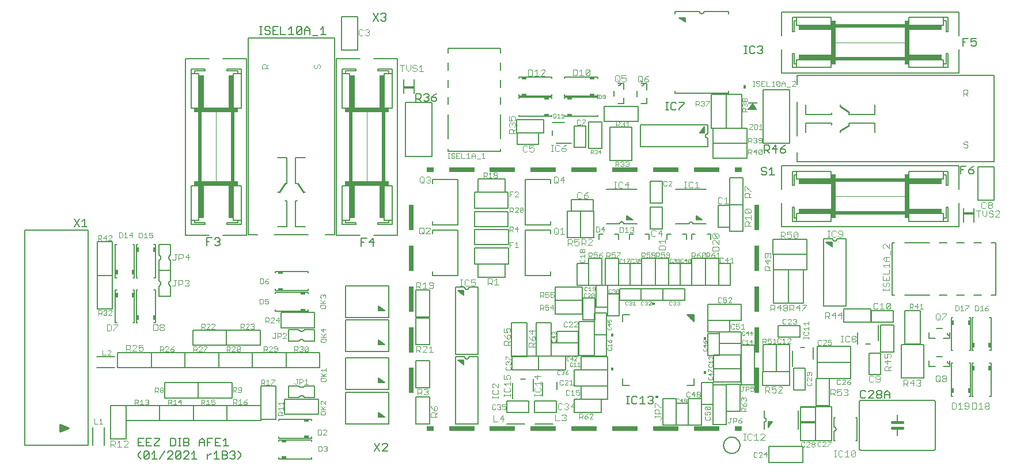
<source format=gto>
G75*
%MOIN*%
%OFA0B0*%
%FSLAX25Y25*%
%IPPOS*%
%LPD*%
%AMOC8*
5,1,8,0,0,1.08239X$1,22.5*
%
%ADD10C,0.00500*%
%ADD11C,0.00800*%
%ADD12C,0.00300*%
%ADD13C,0.00400*%
%ADD14C,0.00600*%
%ADD15C,0.00200*%
%ADD16R,0.04500X0.02500*%
%ADD17R,0.16000X0.02500*%
%ADD18R,0.02000X0.40000*%
%ADD19R,0.03000X0.19000*%
%ADD20R,0.03000X0.01512*%
%ADD21R,0.05512X0.01756*%
%ADD22C,0.01000*%
%ADD23C,0.00100*%
%ADD24R,0.05512X0.00787*%
%ADD25R,0.01512X0.03000*%
%ADD26R,0.02500X0.04500*%
%ADD27R,0.02500X0.16000*%
%ADD28R,0.40000X0.02000*%
%ADD29R,0.19000X0.03000*%
%ADD30R,0.09000X0.01750*%
%ADD31R,0.09000X0.00600*%
%ADD32R,0.14961X0.03150*%
%ADD33R,0.03150X0.14961*%
%ADD34R,0.04331X0.03150*%
%ADD35C,0.01600*%
D10*
X0067049Y0028582D02*
X0067049Y0030084D01*
X0068550Y0031585D01*
X0070118Y0030834D02*
X0070869Y0031585D01*
X0072370Y0031585D01*
X0073121Y0030834D01*
X0070118Y0027832D01*
X0070869Y0027081D01*
X0072370Y0027081D01*
X0073121Y0027832D01*
X0073121Y0030834D01*
X0074722Y0030084D02*
X0076223Y0031585D01*
X0076223Y0027081D01*
X0074722Y0027081D02*
X0077725Y0027081D01*
X0079326Y0027081D02*
X0082329Y0031585D01*
X0083930Y0030834D02*
X0084681Y0031585D01*
X0086182Y0031585D01*
X0086932Y0030834D01*
X0086932Y0030084D01*
X0083930Y0027081D01*
X0086932Y0027081D01*
X0088534Y0027832D02*
X0091536Y0030834D01*
X0091536Y0027832D01*
X0090786Y0027081D01*
X0089284Y0027081D01*
X0088534Y0027832D01*
X0088534Y0030834D01*
X0089284Y0031585D01*
X0090786Y0031585D01*
X0091536Y0030834D01*
X0093138Y0030834D02*
X0093888Y0031585D01*
X0095390Y0031585D01*
X0096140Y0030834D01*
X0096140Y0030084D01*
X0093138Y0027081D01*
X0096140Y0027081D01*
X0097742Y0027081D02*
X0100744Y0027081D01*
X0099243Y0027081D02*
X0099243Y0031585D01*
X0097742Y0030084D01*
X0095390Y0034581D02*
X0093138Y0034581D01*
X0093138Y0039085D01*
X0095390Y0039085D01*
X0096140Y0038334D01*
X0096140Y0037584D01*
X0095390Y0036833D01*
X0093138Y0036833D01*
X0095390Y0036833D02*
X0096140Y0036082D01*
X0096140Y0035332D01*
X0095390Y0034581D01*
X0091570Y0034581D02*
X0090068Y0034581D01*
X0090819Y0034581D02*
X0090819Y0039085D01*
X0090068Y0039085D02*
X0091570Y0039085D01*
X0088467Y0038334D02*
X0088467Y0035332D01*
X0087716Y0034581D01*
X0085465Y0034581D01*
X0085465Y0039085D01*
X0087716Y0039085D01*
X0088467Y0038334D01*
X0079259Y0038334D02*
X0076257Y0035332D01*
X0076257Y0034581D01*
X0079259Y0034581D01*
X0074655Y0034581D02*
X0071653Y0034581D01*
X0071653Y0039085D01*
X0074655Y0039085D01*
X0076257Y0039085D02*
X0079259Y0039085D01*
X0079259Y0038334D01*
X0073154Y0036833D02*
X0071653Y0036833D01*
X0070051Y0034581D02*
X0067049Y0034581D01*
X0067049Y0039085D01*
X0070051Y0039085D01*
X0068550Y0036833D02*
X0067049Y0036833D01*
X0070118Y0030834D02*
X0070118Y0027832D01*
X0068550Y0027081D02*
X0067049Y0028582D01*
X0059769Y0038595D02*
X0051029Y0038595D01*
X0051029Y0058067D01*
X0059769Y0058067D01*
X0059769Y0038595D01*
X0047142Y0035088D02*
X0047142Y0045474D01*
X0040556Y0045474D02*
X0040556Y0035088D01*
X0037914Y0035173D02*
X0037914Y0159858D01*
X0037340Y0161584D02*
X0034337Y0161584D01*
X0035839Y0161584D02*
X0035839Y0166088D01*
X0034337Y0164586D01*
X0032736Y0166088D02*
X0029733Y0161584D01*
X0032736Y0161584D02*
X0029733Y0166088D01*
X0043229Y0152867D02*
X0051969Y0152867D01*
X0051969Y0133395D01*
X0043229Y0133395D01*
X0043229Y0152867D01*
X0043179Y0133417D02*
X0051919Y0133417D01*
X0051919Y0113945D01*
X0043179Y0113945D01*
X0043179Y0133417D01*
X0106491Y0150731D02*
X0106491Y0155235D01*
X0109494Y0155235D01*
X0111095Y0154484D02*
X0111846Y0155235D01*
X0113347Y0155235D01*
X0114097Y0154484D01*
X0114097Y0153734D01*
X0113347Y0152983D01*
X0114097Y0152232D01*
X0114097Y0151482D01*
X0113347Y0150731D01*
X0111846Y0150731D01*
X0111095Y0151482D01*
X0112596Y0152983D02*
X0113347Y0152983D01*
X0107992Y0152983D02*
X0106491Y0152983D01*
X0149463Y0111901D02*
X0168935Y0111901D01*
X0168935Y0103161D01*
X0149463Y0103161D01*
X0149463Y0111901D01*
X0137485Y0101701D02*
X0137485Y0092961D01*
X0118013Y0092961D01*
X0118013Y0101701D01*
X0137485Y0101701D01*
X0118035Y0101701D02*
X0118035Y0092961D01*
X0098563Y0092961D01*
X0098563Y0101701D01*
X0118035Y0101701D01*
X0113463Y0088801D02*
X0132935Y0088801D01*
X0132935Y0080061D01*
X0113463Y0080061D01*
X0113463Y0088801D01*
X0113435Y0088801D02*
X0113435Y0080061D01*
X0093963Y0080061D01*
X0093963Y0088801D01*
X0113435Y0088801D01*
X0093935Y0088801D02*
X0093935Y0080061D01*
X0074463Y0080061D01*
X0074463Y0088801D01*
X0093935Y0088801D01*
X0074435Y0088801D02*
X0074435Y0080061D01*
X0054963Y0080061D01*
X0054963Y0088801D01*
X0074435Y0088801D01*
X0053192Y0086524D02*
X0042806Y0086524D01*
X0042806Y0079938D02*
X0053192Y0079938D01*
X0082163Y0071251D02*
X0101635Y0071251D01*
X0101635Y0062511D01*
X0082163Y0062511D01*
X0082163Y0071251D01*
X0101663Y0071251D02*
X0101663Y0062511D01*
X0121135Y0062511D01*
X0121135Y0071251D01*
X0101663Y0071251D01*
X0098763Y0058051D02*
X0118235Y0058051D01*
X0118235Y0049311D01*
X0098763Y0049311D01*
X0098763Y0058051D01*
X0098735Y0058051D02*
X0098735Y0049311D01*
X0079263Y0049311D01*
X0079263Y0058051D01*
X0098735Y0058051D01*
X0079235Y0058051D02*
X0079235Y0049311D01*
X0059763Y0049311D01*
X0059763Y0058051D01*
X0079235Y0058051D01*
X0102346Y0037584D02*
X0103847Y0039085D01*
X0105348Y0037584D01*
X0105348Y0034581D01*
X0106949Y0034581D02*
X0106949Y0039085D01*
X0109952Y0039085D01*
X0111553Y0039085D02*
X0111553Y0034581D01*
X0114556Y0034581D01*
X0116157Y0034581D02*
X0119160Y0034581D01*
X0117659Y0034581D02*
X0117659Y0039085D01*
X0116157Y0037584D01*
X0114556Y0039085D02*
X0111553Y0039085D01*
X0111553Y0036833D02*
X0113055Y0036833D01*
X0108451Y0036833D02*
X0106949Y0036833D01*
X0105348Y0036833D02*
X0102346Y0036833D01*
X0102346Y0037584D02*
X0102346Y0034581D01*
X0106949Y0030084D02*
X0106949Y0027081D01*
X0106949Y0028582D02*
X0108451Y0030084D01*
X0109201Y0030084D01*
X0110786Y0030084D02*
X0112287Y0031585D01*
X0112287Y0027081D01*
X0110786Y0027081D02*
X0113789Y0027081D01*
X0115390Y0027081D02*
X0115390Y0031585D01*
X0117642Y0031585D01*
X0118393Y0030834D01*
X0118393Y0030084D01*
X0117642Y0029333D01*
X0115390Y0029333D01*
X0115390Y0027081D02*
X0117642Y0027081D01*
X0118393Y0027832D01*
X0118393Y0028582D01*
X0117642Y0029333D01*
X0119994Y0027832D02*
X0120745Y0027081D01*
X0122246Y0027081D01*
X0122997Y0027832D01*
X0122997Y0028582D01*
X0122246Y0029333D01*
X0121495Y0029333D01*
X0122246Y0029333D02*
X0122997Y0030084D01*
X0122997Y0030834D01*
X0122246Y0031585D01*
X0120745Y0031585D01*
X0119994Y0030834D01*
X0124598Y0031585D02*
X0126099Y0030084D01*
X0126099Y0028582D01*
X0124598Y0027081D01*
X0118263Y0049311D02*
X0118263Y0058051D01*
X0137735Y0058051D01*
X0137735Y0049311D01*
X0118263Y0049311D01*
X0137729Y0049945D02*
X0137729Y0069417D01*
X0146469Y0069417D01*
X0146469Y0049945D01*
X0137729Y0049945D01*
X0151663Y0053111D02*
X0151663Y0061851D01*
X0171135Y0061851D01*
X0171135Y0053111D01*
X0151663Y0053111D01*
X0203663Y0036181D02*
X0206665Y0031678D01*
X0208267Y0031678D02*
X0211269Y0034680D01*
X0211269Y0035431D01*
X0210518Y0036181D01*
X0209017Y0036181D01*
X0208267Y0035431D01*
X0206665Y0036181D02*
X0203663Y0031678D01*
X0208267Y0031678D02*
X0211269Y0031678D01*
X0227679Y0047413D02*
X0235419Y0047413D01*
X0235419Y0062949D01*
X0227679Y0062949D01*
X0227679Y0047413D01*
X0227679Y0068363D02*
X0227679Y0083899D01*
X0235419Y0083899D01*
X0235419Y0068363D01*
X0227679Y0068363D01*
X0227679Y0093313D02*
X0227679Y0108849D01*
X0235419Y0108849D01*
X0235419Y0093313D01*
X0227679Y0093313D01*
X0227679Y0109513D02*
X0235419Y0109513D01*
X0235419Y0125049D01*
X0227679Y0125049D01*
X0227679Y0109513D01*
X0263581Y0132311D02*
X0263581Y0140051D01*
X0279117Y0140051D01*
X0279117Y0132311D01*
X0263581Y0132311D01*
X0261613Y0140061D02*
X0261613Y0149301D01*
X0281085Y0149301D01*
X0281085Y0140061D01*
X0261613Y0140061D01*
X0261663Y0151311D02*
X0261663Y0160051D01*
X0281135Y0160051D01*
X0281135Y0151311D01*
X0261663Y0151311D01*
X0261563Y0161661D02*
X0261563Y0170401D01*
X0281035Y0170401D01*
X0281035Y0161661D01*
X0261563Y0161661D01*
X0261563Y0172511D02*
X0261563Y0181751D01*
X0281035Y0181751D01*
X0281035Y0172511D01*
X0261563Y0172511D01*
X0263531Y0181761D02*
X0263531Y0189501D01*
X0279067Y0189501D01*
X0279067Y0181761D01*
X0263531Y0181761D01*
X0237006Y0202289D02*
X0221392Y0202289D01*
X0221392Y0233573D01*
X0237006Y0233573D01*
X0237006Y0202289D01*
X0286100Y0209261D02*
X0286100Y0216001D01*
X0298698Y0216001D01*
X0298698Y0209261D01*
X0286100Y0209261D01*
X0286031Y0216011D02*
X0286031Y0223751D01*
X0301567Y0223751D01*
X0301567Y0216011D01*
X0286031Y0216011D01*
X0319179Y0220180D02*
X0319179Y0207582D01*
X0325919Y0207582D01*
X0325919Y0220180D01*
X0319179Y0220180D01*
X0327479Y0222449D02*
X0335219Y0222449D01*
X0335219Y0206913D01*
X0327479Y0206913D01*
X0327479Y0222449D01*
X0336613Y0222711D02*
X0336613Y0231451D01*
X0356085Y0231451D01*
X0356085Y0222711D01*
X0336613Y0222711D01*
X0340010Y0219367D02*
X0352687Y0219367D01*
X0352687Y0199895D01*
X0340010Y0199895D01*
X0340010Y0219367D01*
X0372299Y0229281D02*
X0373800Y0229281D01*
X0373049Y0229281D02*
X0373049Y0233785D01*
X0372299Y0233785D02*
X0373800Y0233785D01*
X0375368Y0233034D02*
X0376119Y0233785D01*
X0377620Y0233785D01*
X0378371Y0233034D01*
X0379972Y0233785D02*
X0382975Y0233785D01*
X0382975Y0233034D01*
X0379972Y0230032D01*
X0379972Y0229281D01*
X0378371Y0230032D02*
X0377620Y0229281D01*
X0376119Y0229281D01*
X0375368Y0230032D01*
X0375368Y0233034D01*
X0398529Y0238267D02*
X0398529Y0218795D01*
X0407269Y0218795D01*
X0407269Y0238267D01*
X0398529Y0238267D01*
X0407329Y0238267D02*
X0416069Y0238267D01*
X0416069Y0218795D01*
X0407329Y0218795D01*
X0407329Y0238267D01*
X0428392Y0241173D02*
X0444006Y0241173D01*
X0444006Y0209889D01*
X0428392Y0209889D01*
X0428392Y0241173D01*
X0427624Y0261931D02*
X0426123Y0261931D01*
X0425372Y0262682D01*
X0423771Y0262682D02*
X0423020Y0261931D01*
X0421519Y0261931D01*
X0420768Y0262682D01*
X0420768Y0265684D01*
X0421519Y0266435D01*
X0423020Y0266435D01*
X0423771Y0265684D01*
X0425372Y0265684D02*
X0426123Y0266435D01*
X0427624Y0266435D01*
X0428375Y0265684D01*
X0428375Y0264934D01*
X0427624Y0264183D01*
X0428375Y0263432D01*
X0428375Y0262682D01*
X0427624Y0261931D01*
X0427624Y0264183D02*
X0426873Y0264183D01*
X0419200Y0261931D02*
X0417699Y0261931D01*
X0418449Y0261931D02*
X0418449Y0266435D01*
X0417699Y0266435D02*
X0419200Y0266435D01*
X0419185Y0218751D02*
X0399713Y0218751D01*
X0399713Y0210011D01*
X0419185Y0210011D01*
X0419185Y0218751D01*
X0419185Y0210051D02*
X0419185Y0201311D01*
X0399713Y0201311D01*
X0399713Y0210051D01*
X0419185Y0210051D01*
X0429187Y0208885D02*
X0429187Y0204381D01*
X0429187Y0205882D02*
X0431439Y0205882D01*
X0432190Y0206633D01*
X0432190Y0208134D01*
X0431439Y0208885D01*
X0429187Y0208885D01*
X0430688Y0205882D02*
X0432190Y0204381D01*
X0433791Y0206633D02*
X0436794Y0206633D01*
X0438395Y0206633D02*
X0440647Y0206633D01*
X0441397Y0205882D01*
X0441397Y0205132D01*
X0440647Y0204381D01*
X0439146Y0204381D01*
X0438395Y0205132D01*
X0438395Y0206633D01*
X0439896Y0208134D01*
X0441397Y0208885D01*
X0436043Y0208885D02*
X0436043Y0204381D01*
X0433791Y0206633D02*
X0436043Y0208885D01*
X0433704Y0196062D02*
X0433704Y0191559D01*
X0432203Y0191559D02*
X0435205Y0191559D01*
X0432203Y0194561D02*
X0433704Y0196062D01*
X0430601Y0195312D02*
X0429851Y0196062D01*
X0428349Y0196062D01*
X0427599Y0195312D01*
X0427599Y0194561D01*
X0428349Y0193811D01*
X0429851Y0193811D01*
X0430601Y0193060D01*
X0430601Y0192309D01*
X0429851Y0191559D01*
X0428349Y0191559D01*
X0427599Y0192309D01*
X0417019Y0190049D02*
X0409279Y0190049D01*
X0409279Y0174513D01*
X0417019Y0174513D01*
X0417019Y0190049D01*
X0417019Y0174449D02*
X0409279Y0174449D01*
X0409279Y0158913D01*
X0417019Y0158913D01*
X0417019Y0174449D01*
X0409269Y0174080D02*
X0409269Y0161482D01*
X0402529Y0161482D01*
X0402529Y0174080D01*
X0409269Y0174080D01*
X0370119Y0172880D02*
X0370119Y0160282D01*
X0363379Y0160282D01*
X0363379Y0172880D01*
X0370119Y0172880D01*
X0370119Y0175482D02*
X0363379Y0175482D01*
X0363379Y0188080D01*
X0370119Y0188080D01*
X0370119Y0175482D01*
X0330569Y0170749D02*
X0330569Y0155213D01*
X0322829Y0155213D01*
X0322829Y0170749D01*
X0330569Y0170749D01*
X0330298Y0170761D02*
X0317700Y0170761D01*
X0317700Y0177501D01*
X0330298Y0177501D01*
X0330298Y0170761D01*
X0322819Y0170749D02*
X0315079Y0170749D01*
X0315079Y0155213D01*
X0322819Y0155213D01*
X0322819Y0170749D01*
X0327529Y0143199D02*
X0335269Y0143199D01*
X0335269Y0127663D01*
X0327529Y0127663D01*
X0327529Y0143199D01*
X0327519Y0140280D02*
X0320779Y0140280D01*
X0320779Y0127682D01*
X0327519Y0127682D01*
X0327519Y0140280D01*
X0337129Y0143199D02*
X0344869Y0143199D01*
X0344869Y0127663D01*
X0337129Y0127663D01*
X0337129Y0143199D01*
X0344879Y0140280D02*
X0351619Y0140280D01*
X0351619Y0127682D01*
X0344879Y0127682D01*
X0344879Y0140280D01*
X0351629Y0140280D02*
X0358369Y0140280D01*
X0358369Y0127682D01*
X0351629Y0127682D01*
X0351629Y0140280D01*
X0358379Y0143199D02*
X0366119Y0143199D01*
X0366119Y0127663D01*
X0358379Y0127663D01*
X0358379Y0143199D01*
X0366129Y0143199D02*
X0373869Y0143199D01*
X0373869Y0127663D01*
X0366129Y0127663D01*
X0366129Y0143199D01*
X0373879Y0140280D02*
X0380619Y0140280D01*
X0380619Y0127682D01*
X0373879Y0127682D01*
X0373879Y0140280D01*
X0380629Y0140280D02*
X0387369Y0140280D01*
X0387369Y0127682D01*
X0380629Y0127682D01*
X0380629Y0140280D01*
X0387379Y0143199D02*
X0395119Y0143199D01*
X0395119Y0127663D01*
X0387379Y0127663D01*
X0387379Y0143199D01*
X0395129Y0143199D02*
X0402869Y0143199D01*
X0402869Y0127663D01*
X0395129Y0127663D01*
X0395129Y0143199D01*
X0402879Y0140280D02*
X0409619Y0140280D01*
X0409619Y0127682D01*
X0402879Y0127682D01*
X0402879Y0140280D01*
X0383198Y0125701D02*
X0370600Y0125701D01*
X0370600Y0118961D01*
X0383198Y0118961D01*
X0383198Y0125701D01*
X0370598Y0125701D02*
X0370598Y0118961D01*
X0358000Y0118961D01*
X0358000Y0125701D01*
X0370598Y0125701D01*
X0357998Y0125701D02*
X0357998Y0118961D01*
X0345400Y0118961D01*
X0345400Y0125701D01*
X0357998Y0125701D01*
X0345369Y0122680D02*
X0338629Y0122680D01*
X0338629Y0110082D01*
X0345369Y0110082D01*
X0345369Y0122680D01*
X0338619Y0127680D02*
X0331879Y0127680D01*
X0331879Y0115082D01*
X0338619Y0115082D01*
X0338619Y0127680D01*
X0331119Y0120330D02*
X0331119Y0107732D01*
X0324379Y0107732D01*
X0324379Y0120330D01*
X0331119Y0120330D01*
X0323867Y0118911D02*
X0308331Y0118911D01*
X0308331Y0126651D01*
X0323867Y0126651D01*
X0323867Y0118911D01*
X0323867Y0118901D02*
X0323867Y0111161D01*
X0308331Y0111161D01*
X0308331Y0118901D01*
X0323867Y0118901D01*
X0331029Y0111730D02*
X0337769Y0111730D01*
X0337769Y0099132D01*
X0331029Y0099132D01*
X0331029Y0111730D01*
X0331019Y0106567D02*
X0321779Y0106567D01*
X0321779Y0087095D01*
X0331019Y0087095D01*
X0331019Y0106567D01*
X0321698Y0101101D02*
X0321698Y0094361D01*
X0309100Y0094361D01*
X0309100Y0101101D01*
X0321698Y0101101D01*
X0331029Y0099130D02*
X0337769Y0099130D01*
X0337769Y0086532D01*
X0331029Y0086532D01*
X0331029Y0099130D01*
X0321567Y0094351D02*
X0321567Y0086611D01*
X0306031Y0086611D01*
X0306031Y0094351D01*
X0321567Y0094351D01*
X0323131Y0086501D02*
X0323131Y0078761D01*
X0338667Y0078761D01*
X0338667Y0086501D01*
X0323131Y0086501D01*
X0314167Y0086551D02*
X0314167Y0078811D01*
X0298631Y0078811D01*
X0298631Y0086551D01*
X0314167Y0086551D01*
X0306019Y0086545D02*
X0297279Y0086545D01*
X0297279Y0106017D01*
X0306019Y0106017D01*
X0306019Y0086545D01*
X0298617Y0086551D02*
X0298617Y0078811D01*
X0283081Y0078811D01*
X0283081Y0086551D01*
X0298617Y0086551D01*
X0291769Y0086495D02*
X0283029Y0086495D01*
X0283029Y0105967D01*
X0291769Y0105967D01*
X0291769Y0086495D01*
X0319163Y0078751D02*
X0319163Y0069511D01*
X0338635Y0069511D01*
X0338635Y0078751D01*
X0319163Y0078751D01*
X0323131Y0069501D02*
X0323131Y0061761D01*
X0338667Y0061761D01*
X0338667Y0069501D01*
X0323131Y0069501D01*
X0319381Y0061751D02*
X0334917Y0061751D01*
X0334917Y0054011D01*
X0319381Y0054011D01*
X0319381Y0061751D01*
X0308948Y0060801D02*
X0308948Y0054061D01*
X0296350Y0054061D01*
X0296350Y0060801D01*
X0308948Y0060801D01*
X0306792Y0053974D02*
X0296406Y0053974D01*
X0292748Y0054011D02*
X0292748Y0060751D01*
X0280150Y0060751D01*
X0280150Y0054011D01*
X0292748Y0054011D01*
X0290642Y0053974D02*
X0280256Y0053974D01*
X0280256Y0047388D02*
X0290642Y0047388D01*
X0296406Y0047388D02*
X0306792Y0047388D01*
X0349599Y0058931D02*
X0351100Y0058931D01*
X0350349Y0058931D02*
X0350349Y0063435D01*
X0349599Y0063435D02*
X0351100Y0063435D01*
X0352668Y0062684D02*
X0352668Y0059682D01*
X0353419Y0058931D01*
X0354920Y0058931D01*
X0355671Y0059682D01*
X0357272Y0058931D02*
X0360275Y0058931D01*
X0358773Y0058931D02*
X0358773Y0063435D01*
X0357272Y0061934D01*
X0355671Y0062684D02*
X0354920Y0063435D01*
X0353419Y0063435D01*
X0352668Y0062684D01*
X0361876Y0062684D02*
X0362627Y0063435D01*
X0364128Y0063435D01*
X0364879Y0062684D01*
X0364879Y0061934D01*
X0364128Y0061183D01*
X0364879Y0060432D01*
X0364879Y0059682D01*
X0364128Y0058931D01*
X0362627Y0058931D01*
X0361876Y0059682D01*
X0363377Y0061183D02*
X0364128Y0061183D01*
X0370529Y0062149D02*
X0378269Y0062149D01*
X0378269Y0046613D01*
X0370529Y0046613D01*
X0370529Y0062149D01*
X0378329Y0059230D02*
X0385069Y0059230D01*
X0385069Y0046632D01*
X0378329Y0046632D01*
X0378329Y0059230D01*
X0385079Y0062149D02*
X0392819Y0062149D01*
X0392819Y0046613D01*
X0385079Y0046613D01*
X0385079Y0062149D01*
X0392829Y0058782D02*
X0399569Y0058782D01*
X0399569Y0071380D01*
X0392829Y0071380D01*
X0392829Y0058782D01*
X0407379Y0054663D02*
X0407379Y0070199D01*
X0415119Y0070199D01*
X0415119Y0054663D01*
X0407379Y0054663D01*
X0407319Y0047173D02*
X0399579Y0047173D01*
X0399579Y0070189D01*
X0407319Y0070189D01*
X0407319Y0047173D01*
X0405675Y0035081D02*
X0405677Y0035218D01*
X0405683Y0035356D01*
X0405693Y0035493D01*
X0405707Y0035629D01*
X0405725Y0035766D01*
X0405747Y0035901D01*
X0405773Y0036036D01*
X0405802Y0036170D01*
X0405836Y0036304D01*
X0405873Y0036436D01*
X0405915Y0036567D01*
X0405960Y0036697D01*
X0406009Y0036825D01*
X0406061Y0036952D01*
X0406118Y0037077D01*
X0406177Y0037201D01*
X0406241Y0037323D01*
X0406308Y0037443D01*
X0406378Y0037561D01*
X0406452Y0037677D01*
X0406529Y0037791D01*
X0406610Y0037902D01*
X0406693Y0038011D01*
X0406780Y0038118D01*
X0406870Y0038221D01*
X0406963Y0038323D01*
X0407059Y0038421D01*
X0407157Y0038517D01*
X0407259Y0038610D01*
X0407362Y0038700D01*
X0407469Y0038787D01*
X0407578Y0038870D01*
X0407689Y0038951D01*
X0407803Y0039028D01*
X0407919Y0039102D01*
X0408037Y0039172D01*
X0408157Y0039239D01*
X0408279Y0039303D01*
X0408403Y0039362D01*
X0408528Y0039419D01*
X0408655Y0039471D01*
X0408783Y0039520D01*
X0408913Y0039565D01*
X0409044Y0039607D01*
X0409176Y0039644D01*
X0409310Y0039678D01*
X0409444Y0039707D01*
X0409579Y0039733D01*
X0409714Y0039755D01*
X0409851Y0039773D01*
X0409987Y0039787D01*
X0410124Y0039797D01*
X0410262Y0039803D01*
X0410399Y0039805D01*
X0410536Y0039803D01*
X0410674Y0039797D01*
X0410811Y0039787D01*
X0410947Y0039773D01*
X0411084Y0039755D01*
X0411219Y0039733D01*
X0411354Y0039707D01*
X0411488Y0039678D01*
X0411622Y0039644D01*
X0411754Y0039607D01*
X0411885Y0039565D01*
X0412015Y0039520D01*
X0412143Y0039471D01*
X0412270Y0039419D01*
X0412395Y0039362D01*
X0412519Y0039303D01*
X0412641Y0039239D01*
X0412761Y0039172D01*
X0412879Y0039102D01*
X0412995Y0039028D01*
X0413109Y0038951D01*
X0413220Y0038870D01*
X0413329Y0038787D01*
X0413436Y0038700D01*
X0413539Y0038610D01*
X0413641Y0038517D01*
X0413739Y0038421D01*
X0413835Y0038323D01*
X0413928Y0038221D01*
X0414018Y0038118D01*
X0414105Y0038011D01*
X0414188Y0037902D01*
X0414269Y0037791D01*
X0414346Y0037677D01*
X0414420Y0037561D01*
X0414490Y0037443D01*
X0414557Y0037323D01*
X0414621Y0037201D01*
X0414680Y0037077D01*
X0414737Y0036952D01*
X0414789Y0036825D01*
X0414838Y0036697D01*
X0414883Y0036567D01*
X0414925Y0036436D01*
X0414962Y0036304D01*
X0414996Y0036170D01*
X0415025Y0036036D01*
X0415051Y0035901D01*
X0415073Y0035766D01*
X0415091Y0035629D01*
X0415105Y0035493D01*
X0415115Y0035356D01*
X0415121Y0035218D01*
X0415123Y0035081D01*
X0415121Y0034944D01*
X0415115Y0034806D01*
X0415105Y0034669D01*
X0415091Y0034533D01*
X0415073Y0034396D01*
X0415051Y0034261D01*
X0415025Y0034126D01*
X0414996Y0033992D01*
X0414962Y0033858D01*
X0414925Y0033726D01*
X0414883Y0033595D01*
X0414838Y0033465D01*
X0414789Y0033337D01*
X0414737Y0033210D01*
X0414680Y0033085D01*
X0414621Y0032961D01*
X0414557Y0032839D01*
X0414490Y0032719D01*
X0414420Y0032601D01*
X0414346Y0032485D01*
X0414269Y0032371D01*
X0414188Y0032260D01*
X0414105Y0032151D01*
X0414018Y0032044D01*
X0413928Y0031941D01*
X0413835Y0031839D01*
X0413739Y0031741D01*
X0413641Y0031645D01*
X0413539Y0031552D01*
X0413436Y0031462D01*
X0413329Y0031375D01*
X0413220Y0031292D01*
X0413109Y0031211D01*
X0412995Y0031134D01*
X0412879Y0031060D01*
X0412761Y0030990D01*
X0412641Y0030923D01*
X0412519Y0030859D01*
X0412395Y0030800D01*
X0412270Y0030743D01*
X0412143Y0030691D01*
X0412015Y0030642D01*
X0411885Y0030597D01*
X0411754Y0030555D01*
X0411622Y0030518D01*
X0411488Y0030484D01*
X0411354Y0030455D01*
X0411219Y0030429D01*
X0411084Y0030407D01*
X0410947Y0030389D01*
X0410811Y0030375D01*
X0410674Y0030365D01*
X0410536Y0030359D01*
X0410399Y0030357D01*
X0410262Y0030359D01*
X0410124Y0030365D01*
X0409987Y0030375D01*
X0409851Y0030389D01*
X0409714Y0030407D01*
X0409579Y0030429D01*
X0409444Y0030455D01*
X0409310Y0030484D01*
X0409176Y0030518D01*
X0409044Y0030555D01*
X0408913Y0030597D01*
X0408783Y0030642D01*
X0408655Y0030691D01*
X0408528Y0030743D01*
X0408403Y0030800D01*
X0408279Y0030859D01*
X0408157Y0030923D01*
X0408037Y0030990D01*
X0407919Y0031060D01*
X0407803Y0031134D01*
X0407689Y0031211D01*
X0407578Y0031292D01*
X0407469Y0031375D01*
X0407362Y0031462D01*
X0407259Y0031552D01*
X0407157Y0031645D01*
X0407059Y0031741D01*
X0406963Y0031839D01*
X0406870Y0031941D01*
X0406780Y0032044D01*
X0406693Y0032151D01*
X0406610Y0032260D01*
X0406529Y0032371D01*
X0406452Y0032485D01*
X0406378Y0032601D01*
X0406308Y0032719D01*
X0406241Y0032839D01*
X0406177Y0032961D01*
X0406118Y0033085D01*
X0406061Y0033210D01*
X0406009Y0033337D01*
X0405960Y0033465D01*
X0405915Y0033595D01*
X0405873Y0033726D01*
X0405836Y0033858D01*
X0405802Y0033992D01*
X0405773Y0034126D01*
X0405747Y0034261D01*
X0405725Y0034396D01*
X0405707Y0034533D01*
X0405693Y0034669D01*
X0405683Y0034806D01*
X0405677Y0034944D01*
X0405675Y0035081D01*
X0432013Y0034401D02*
X0432013Y0025161D01*
X0451485Y0025161D01*
X0451485Y0034401D01*
X0432013Y0034401D01*
X0450079Y0037795D02*
X0458819Y0037795D01*
X0458819Y0057267D01*
X0450079Y0057267D01*
X0450079Y0037795D01*
X0458829Y0037795D02*
X0468069Y0037795D01*
X0468069Y0057267D01*
X0458829Y0057267D01*
X0458829Y0037795D01*
X0459079Y0058163D02*
X0459079Y0073699D01*
X0466819Y0073699D01*
X0466819Y0058163D01*
X0459079Y0058163D01*
X0453019Y0067132D02*
X0446279Y0067132D01*
X0446279Y0079730D01*
X0453019Y0079730D01*
X0453019Y0067132D01*
X0443917Y0069811D02*
X0428381Y0069811D01*
X0428381Y0077551D01*
X0443917Y0077551D01*
X0443917Y0069811D01*
X0444019Y0077663D02*
X0436279Y0077663D01*
X0436279Y0093199D01*
X0444019Y0093199D01*
X0444019Y0077663D01*
X0436269Y0077663D02*
X0428529Y0077663D01*
X0428529Y0093199D01*
X0436269Y0093199D01*
X0436269Y0077663D01*
X0423519Y0070073D02*
X0415779Y0070073D01*
X0415779Y0093089D01*
X0423519Y0093089D01*
X0423519Y0070073D01*
X0415417Y0071761D02*
X0415417Y0079501D01*
X0399881Y0079501D01*
X0399881Y0071761D01*
X0415417Y0071761D01*
X0415417Y0079461D02*
X0399881Y0079461D01*
X0399881Y0087201D01*
X0415417Y0087201D01*
X0415417Y0079461D01*
X0415798Y0087211D02*
X0403200Y0087211D01*
X0403200Y0093951D01*
X0415798Y0093951D01*
X0415798Y0087211D01*
X0415798Y0093911D02*
X0403200Y0093911D01*
X0403200Y0100651D01*
X0415798Y0100651D01*
X0415798Y0093911D01*
X0409098Y0100611D02*
X0396500Y0100611D01*
X0396500Y0107351D01*
X0409098Y0107351D01*
X0409098Y0100611D01*
X0403169Y0099780D02*
X0396429Y0099780D01*
X0396429Y0087182D01*
X0403169Y0087182D01*
X0403169Y0099780D01*
X0396513Y0107361D02*
X0396513Y0116601D01*
X0415985Y0116601D01*
X0415985Y0107361D01*
X0396513Y0107361D01*
X0434429Y0117295D02*
X0434429Y0136767D01*
X0443169Y0136767D01*
X0443169Y0117295D01*
X0434429Y0117295D01*
X0443179Y0117295D02*
X0443179Y0136767D01*
X0451919Y0136767D01*
X0451919Y0117295D01*
X0443179Y0117295D01*
X0437350Y0104301D02*
X0449948Y0104301D01*
X0449948Y0097561D01*
X0437350Y0097561D01*
X0437350Y0104301D01*
X0459813Y0092251D02*
X0459813Y0083011D01*
X0479285Y0083011D01*
X0479285Y0092251D01*
X0459813Y0092251D01*
X0459813Y0083051D02*
X0459813Y0073811D01*
X0479285Y0073811D01*
X0479285Y0083051D01*
X0459813Y0083051D01*
X0489729Y0088530D02*
X0489729Y0075932D01*
X0496469Y0075932D01*
X0496469Y0088530D01*
X0489729Y0088530D01*
X0496479Y0089163D02*
X0496479Y0104699D01*
X0504219Y0104699D01*
X0504219Y0089163D01*
X0496479Y0089163D01*
X0508710Y0093517D02*
X0521387Y0093517D01*
X0521387Y0074045D01*
X0508710Y0074045D01*
X0508710Y0093517D01*
X0510679Y0093545D02*
X0519419Y0093545D01*
X0519419Y0113017D01*
X0510679Y0113017D01*
X0510679Y0093545D01*
X0503948Y0106211D02*
X0491350Y0106211D01*
X0491350Y0112951D01*
X0503948Y0112951D01*
X0503948Y0106211D01*
X0490817Y0106211D02*
X0475281Y0106211D01*
X0475281Y0113951D01*
X0490817Y0113951D01*
X0490817Y0106211D01*
X0453885Y0136811D02*
X0434413Y0136811D01*
X0434413Y0145551D01*
X0453885Y0145551D01*
X0453885Y0136811D01*
X0453785Y0145561D02*
X0434313Y0145561D01*
X0434313Y0154301D01*
X0453785Y0154301D01*
X0453785Y0145561D01*
X0542999Y0192331D02*
X0542999Y0196835D01*
X0546001Y0196835D01*
X0544500Y0194583D02*
X0542999Y0194583D01*
X0547603Y0194583D02*
X0549855Y0194583D01*
X0550605Y0193832D01*
X0550605Y0193082D01*
X0549855Y0192331D01*
X0548353Y0192331D01*
X0547603Y0193082D01*
X0547603Y0194583D01*
X0549104Y0196084D01*
X0550605Y0196835D01*
X0552929Y0196467D02*
X0562169Y0196467D01*
X0562169Y0176995D01*
X0552929Y0176995D01*
X0552929Y0196467D01*
X0551055Y0266281D02*
X0549553Y0266281D01*
X0548803Y0267032D01*
X0548803Y0268533D02*
X0550304Y0269284D01*
X0551055Y0269284D01*
X0551805Y0268533D01*
X0551805Y0267032D01*
X0551055Y0266281D01*
X0548803Y0268533D02*
X0548803Y0270785D01*
X0551805Y0270785D01*
X0547201Y0270785D02*
X0544199Y0270785D01*
X0544199Y0266281D01*
X0544199Y0268533D02*
X0545700Y0268533D01*
X0239709Y0238835D02*
X0238208Y0238084D01*
X0236707Y0236583D01*
X0238959Y0236583D01*
X0239709Y0235832D01*
X0239709Y0235082D01*
X0238959Y0234331D01*
X0237457Y0234331D01*
X0236707Y0235082D01*
X0236707Y0236583D01*
X0235105Y0235832D02*
X0235105Y0235082D01*
X0234355Y0234331D01*
X0232853Y0234331D01*
X0232103Y0235082D01*
X0230501Y0234331D02*
X0229000Y0235832D01*
X0229751Y0235832D02*
X0227499Y0235832D01*
X0227499Y0234331D02*
X0227499Y0238835D01*
X0229751Y0238835D01*
X0230501Y0238084D01*
X0230501Y0236583D01*
X0229751Y0235832D01*
X0232103Y0238084D02*
X0232853Y0238835D01*
X0234355Y0238835D01*
X0235105Y0238084D01*
X0235105Y0237334D01*
X0234355Y0236583D01*
X0235105Y0235832D01*
X0234355Y0236583D02*
X0233604Y0236583D01*
X0193719Y0263945D02*
X0184479Y0263945D01*
X0184479Y0283417D01*
X0193719Y0283417D01*
X0193719Y0263945D01*
X0175398Y0273031D02*
X0172396Y0273031D01*
X0173897Y0273031D02*
X0173897Y0277535D01*
X0172396Y0276034D01*
X0170794Y0272280D02*
X0167792Y0272280D01*
X0166190Y0273031D02*
X0166190Y0276034D01*
X0164689Y0277535D01*
X0163188Y0276034D01*
X0163188Y0273031D01*
X0161586Y0273782D02*
X0161586Y0276784D01*
X0158584Y0273782D01*
X0159334Y0273031D01*
X0160836Y0273031D01*
X0161586Y0273782D01*
X0163188Y0275283D02*
X0166190Y0275283D01*
X0161586Y0276784D02*
X0160836Y0277535D01*
X0159334Y0277535D01*
X0158584Y0276784D01*
X0158584Y0273782D01*
X0156982Y0273031D02*
X0153980Y0273031D01*
X0155481Y0273031D02*
X0155481Y0277535D01*
X0153980Y0276034D01*
X0152379Y0273031D02*
X0149376Y0273031D01*
X0149376Y0277535D01*
X0147775Y0277535D02*
X0144772Y0277535D01*
X0144772Y0273031D01*
X0147775Y0273031D01*
X0146273Y0275283D02*
X0144772Y0275283D01*
X0143171Y0274532D02*
X0143171Y0273782D01*
X0142420Y0273031D01*
X0140919Y0273031D01*
X0140168Y0273782D01*
X0140919Y0275283D02*
X0142420Y0275283D01*
X0143171Y0274532D01*
X0143171Y0276784D02*
X0142420Y0277535D01*
X0140919Y0277535D01*
X0140168Y0276784D01*
X0140168Y0276034D01*
X0140919Y0275283D01*
X0138600Y0273031D02*
X0137099Y0273031D01*
X0137849Y0273031D02*
X0137849Y0277535D01*
X0137099Y0277535D02*
X0138600Y0277535D01*
X0202774Y0280850D02*
X0205777Y0285353D01*
X0207378Y0284603D02*
X0208129Y0285353D01*
X0209630Y0285353D01*
X0210381Y0284603D01*
X0210381Y0283852D01*
X0209630Y0283102D01*
X0210381Y0282351D01*
X0210381Y0281600D01*
X0209630Y0280850D01*
X0208129Y0280850D01*
X0207378Y0281600D01*
X0205777Y0280850D02*
X0202774Y0285353D01*
X0208880Y0283102D02*
X0209630Y0283102D01*
X0202905Y0154985D02*
X0200653Y0152733D01*
X0203655Y0152733D01*
X0202905Y0150481D02*
X0202905Y0154985D01*
X0199051Y0154985D02*
X0196049Y0154985D01*
X0196049Y0150481D01*
X0196049Y0152733D02*
X0197550Y0152733D01*
X0171935Y0088801D02*
X0152463Y0088801D01*
X0152463Y0080061D01*
X0171935Y0080061D01*
X0171935Y0088801D01*
X0152435Y0088801D02*
X0152435Y0080061D01*
X0132963Y0080061D01*
X0132963Y0088801D01*
X0152435Y0088801D01*
X0037914Y0035173D02*
X0001300Y0035173D01*
X0484949Y0062982D02*
X0485699Y0062231D01*
X0487201Y0062231D01*
X0487951Y0062982D01*
X0489553Y0062231D02*
X0492555Y0065234D01*
X0492555Y0065984D01*
X0491805Y0066735D01*
X0490303Y0066735D01*
X0489553Y0065984D01*
X0487951Y0065984D02*
X0487201Y0066735D01*
X0485699Y0066735D01*
X0484949Y0065984D01*
X0484949Y0062982D01*
X0489553Y0062231D02*
X0492555Y0062231D01*
X0494157Y0062982D02*
X0494157Y0063732D01*
X0494907Y0064483D01*
X0496409Y0064483D01*
X0497159Y0063732D01*
X0497159Y0062982D01*
X0496409Y0062231D01*
X0494907Y0062231D01*
X0494157Y0062982D01*
X0494907Y0064483D02*
X0494157Y0065234D01*
X0494157Y0065984D01*
X0494907Y0066735D01*
X0496409Y0066735D01*
X0497159Y0065984D01*
X0497159Y0065234D01*
X0496409Y0064483D01*
X0498761Y0064483D02*
X0501763Y0064483D01*
X0501763Y0065234D02*
X0501763Y0062231D01*
X0498761Y0062231D02*
X0498761Y0065234D01*
X0500262Y0066735D01*
X0501763Y0065234D01*
D11*
X0309199Y0067331D02*
X0309199Y0071731D01*
X0300899Y0071331D02*
X0300899Y0063731D01*
X0168879Y0062835D02*
X0168879Y0069528D01*
X0162974Y0069528D01*
X0162973Y0069528D02*
X0162937Y0069455D01*
X0162896Y0069384D01*
X0162853Y0069314D01*
X0162806Y0069247D01*
X0162756Y0069182D01*
X0162703Y0069120D01*
X0162648Y0069060D01*
X0162589Y0069003D01*
X0162528Y0068948D01*
X0162464Y0068897D01*
X0162398Y0068848D01*
X0162330Y0068803D01*
X0162260Y0068761D01*
X0162188Y0068722D01*
X0162114Y0068686D01*
X0162039Y0068655D01*
X0161962Y0068626D01*
X0161884Y0068602D01*
X0161805Y0068581D01*
X0161725Y0068564D01*
X0161644Y0068550D01*
X0161563Y0068541D01*
X0161481Y0068535D01*
X0161399Y0068533D01*
X0161317Y0068535D01*
X0161235Y0068541D01*
X0161154Y0068550D01*
X0161073Y0068564D01*
X0160993Y0068581D01*
X0160914Y0068602D01*
X0160836Y0068626D01*
X0160759Y0068655D01*
X0160684Y0068686D01*
X0160610Y0068722D01*
X0160538Y0068761D01*
X0160468Y0068803D01*
X0160400Y0068848D01*
X0160334Y0068897D01*
X0160270Y0068948D01*
X0160209Y0069003D01*
X0160150Y0069060D01*
X0160095Y0069120D01*
X0160042Y0069182D01*
X0159992Y0069247D01*
X0159945Y0069314D01*
X0159902Y0069384D01*
X0159861Y0069455D01*
X0159825Y0069528D01*
X0159824Y0069528D02*
X0153919Y0069528D01*
X0153919Y0062835D01*
X0159824Y0062835D01*
X0159825Y0062835D02*
X0159861Y0062908D01*
X0159902Y0062979D01*
X0159945Y0063049D01*
X0159992Y0063116D01*
X0160042Y0063181D01*
X0160095Y0063243D01*
X0160150Y0063303D01*
X0160209Y0063360D01*
X0160270Y0063415D01*
X0160334Y0063466D01*
X0160400Y0063515D01*
X0160468Y0063560D01*
X0160538Y0063602D01*
X0160610Y0063641D01*
X0160684Y0063677D01*
X0160759Y0063708D01*
X0160836Y0063737D01*
X0160914Y0063761D01*
X0160993Y0063782D01*
X0161073Y0063799D01*
X0161154Y0063813D01*
X0161235Y0063822D01*
X0161317Y0063828D01*
X0161399Y0063830D01*
X0161481Y0063828D01*
X0161563Y0063822D01*
X0161644Y0063813D01*
X0161725Y0063799D01*
X0161805Y0063782D01*
X0161884Y0063761D01*
X0161962Y0063737D01*
X0162039Y0063708D01*
X0162114Y0063677D01*
X0162188Y0063641D01*
X0162260Y0063602D01*
X0162330Y0063560D01*
X0162398Y0063515D01*
X0162464Y0063466D01*
X0162528Y0063415D01*
X0162589Y0063360D01*
X0162648Y0063303D01*
X0162703Y0063243D01*
X0162756Y0063181D01*
X0162806Y0063116D01*
X0162853Y0063049D01*
X0162896Y0062979D01*
X0162937Y0062908D01*
X0162973Y0062835D01*
X0162974Y0062835D02*
X0168879Y0062835D01*
X0168879Y0095435D02*
X0162974Y0095435D01*
X0162973Y0095435D02*
X0162937Y0095508D01*
X0162896Y0095579D01*
X0162853Y0095649D01*
X0162806Y0095716D01*
X0162756Y0095781D01*
X0162703Y0095843D01*
X0162648Y0095903D01*
X0162589Y0095960D01*
X0162528Y0096015D01*
X0162464Y0096066D01*
X0162398Y0096115D01*
X0162330Y0096160D01*
X0162260Y0096202D01*
X0162188Y0096241D01*
X0162114Y0096277D01*
X0162039Y0096308D01*
X0161962Y0096337D01*
X0161884Y0096361D01*
X0161805Y0096382D01*
X0161725Y0096399D01*
X0161644Y0096413D01*
X0161563Y0096422D01*
X0161481Y0096428D01*
X0161399Y0096430D01*
X0161317Y0096428D01*
X0161235Y0096422D01*
X0161154Y0096413D01*
X0161073Y0096399D01*
X0160993Y0096382D01*
X0160914Y0096361D01*
X0160836Y0096337D01*
X0160759Y0096308D01*
X0160684Y0096277D01*
X0160610Y0096241D01*
X0160538Y0096202D01*
X0160468Y0096160D01*
X0160400Y0096115D01*
X0160334Y0096066D01*
X0160270Y0096015D01*
X0160209Y0095960D01*
X0160150Y0095903D01*
X0160095Y0095843D01*
X0160042Y0095781D01*
X0159992Y0095716D01*
X0159945Y0095649D01*
X0159902Y0095579D01*
X0159861Y0095508D01*
X0159825Y0095435D01*
X0159824Y0095435D02*
X0153919Y0095435D01*
X0153919Y0102128D01*
X0159824Y0102128D01*
X0159825Y0102128D02*
X0159861Y0102055D01*
X0159902Y0101984D01*
X0159945Y0101914D01*
X0159992Y0101847D01*
X0160042Y0101782D01*
X0160095Y0101720D01*
X0160150Y0101660D01*
X0160209Y0101603D01*
X0160270Y0101548D01*
X0160334Y0101497D01*
X0160400Y0101448D01*
X0160468Y0101403D01*
X0160538Y0101361D01*
X0160610Y0101322D01*
X0160684Y0101286D01*
X0160759Y0101255D01*
X0160836Y0101226D01*
X0160914Y0101202D01*
X0160993Y0101181D01*
X0161073Y0101164D01*
X0161154Y0101150D01*
X0161235Y0101141D01*
X0161317Y0101135D01*
X0161399Y0101133D01*
X0161481Y0101135D01*
X0161563Y0101141D01*
X0161644Y0101150D01*
X0161725Y0101164D01*
X0161805Y0101181D01*
X0161884Y0101202D01*
X0161962Y0101226D01*
X0162039Y0101255D01*
X0162114Y0101286D01*
X0162188Y0101322D01*
X0162260Y0101361D01*
X0162330Y0101403D01*
X0162398Y0101448D01*
X0162464Y0101497D01*
X0162528Y0101548D01*
X0162589Y0101603D01*
X0162648Y0101660D01*
X0162703Y0101720D01*
X0162756Y0101782D01*
X0162806Y0101847D01*
X0162853Y0101914D01*
X0162896Y0101984D01*
X0162937Y0102055D01*
X0162973Y0102128D01*
X0162974Y0102128D02*
X0168879Y0102128D01*
X0168879Y0095435D01*
X0085595Y0121451D02*
X0085595Y0127356D01*
X0085595Y0127357D02*
X0085522Y0127393D01*
X0085451Y0127434D01*
X0085381Y0127477D01*
X0085314Y0127524D01*
X0085249Y0127574D01*
X0085187Y0127627D01*
X0085127Y0127682D01*
X0085070Y0127741D01*
X0085015Y0127802D01*
X0084964Y0127866D01*
X0084915Y0127932D01*
X0084870Y0128000D01*
X0084828Y0128070D01*
X0084789Y0128142D01*
X0084753Y0128216D01*
X0084722Y0128291D01*
X0084693Y0128368D01*
X0084669Y0128446D01*
X0084648Y0128525D01*
X0084631Y0128605D01*
X0084617Y0128686D01*
X0084608Y0128767D01*
X0084602Y0128849D01*
X0084600Y0128931D01*
X0084602Y0129013D01*
X0084608Y0129095D01*
X0084617Y0129176D01*
X0084631Y0129257D01*
X0084648Y0129337D01*
X0084669Y0129416D01*
X0084693Y0129494D01*
X0084722Y0129571D01*
X0084753Y0129646D01*
X0084789Y0129720D01*
X0084828Y0129792D01*
X0084870Y0129862D01*
X0084915Y0129930D01*
X0084964Y0129996D01*
X0085015Y0130060D01*
X0085070Y0130121D01*
X0085127Y0130180D01*
X0085187Y0130235D01*
X0085249Y0130288D01*
X0085314Y0130338D01*
X0085381Y0130385D01*
X0085451Y0130428D01*
X0085522Y0130469D01*
X0085595Y0130505D01*
X0085595Y0130506D02*
X0085595Y0136411D01*
X0078902Y0136411D01*
X0078902Y0130506D01*
X0078902Y0130505D02*
X0078975Y0130469D01*
X0079046Y0130428D01*
X0079116Y0130385D01*
X0079183Y0130338D01*
X0079248Y0130288D01*
X0079310Y0130235D01*
X0079370Y0130180D01*
X0079427Y0130121D01*
X0079482Y0130060D01*
X0079533Y0129996D01*
X0079582Y0129930D01*
X0079627Y0129862D01*
X0079669Y0129792D01*
X0079708Y0129720D01*
X0079744Y0129646D01*
X0079775Y0129571D01*
X0079804Y0129494D01*
X0079828Y0129416D01*
X0079849Y0129337D01*
X0079866Y0129257D01*
X0079880Y0129176D01*
X0079889Y0129095D01*
X0079895Y0129013D01*
X0079897Y0128931D01*
X0079895Y0128849D01*
X0079889Y0128767D01*
X0079880Y0128686D01*
X0079866Y0128605D01*
X0079849Y0128525D01*
X0079828Y0128446D01*
X0079804Y0128368D01*
X0079775Y0128291D01*
X0079744Y0128216D01*
X0079708Y0128142D01*
X0079669Y0128070D01*
X0079627Y0128000D01*
X0079582Y0127932D01*
X0079533Y0127866D01*
X0079482Y0127802D01*
X0079427Y0127741D01*
X0079370Y0127682D01*
X0079310Y0127627D01*
X0079248Y0127574D01*
X0079183Y0127524D01*
X0079116Y0127477D01*
X0079046Y0127434D01*
X0078975Y0127393D01*
X0078902Y0127357D01*
X0078902Y0127356D02*
X0078902Y0121451D01*
X0085595Y0121451D01*
X0085595Y0136401D02*
X0078902Y0136401D01*
X0078902Y0142306D01*
X0078902Y0142307D02*
X0078975Y0142343D01*
X0079046Y0142384D01*
X0079116Y0142427D01*
X0079183Y0142474D01*
X0079248Y0142524D01*
X0079310Y0142577D01*
X0079370Y0142632D01*
X0079427Y0142691D01*
X0079482Y0142752D01*
X0079533Y0142816D01*
X0079582Y0142882D01*
X0079627Y0142950D01*
X0079669Y0143020D01*
X0079708Y0143092D01*
X0079744Y0143166D01*
X0079775Y0143241D01*
X0079804Y0143318D01*
X0079828Y0143396D01*
X0079849Y0143475D01*
X0079866Y0143555D01*
X0079880Y0143636D01*
X0079889Y0143717D01*
X0079895Y0143799D01*
X0079897Y0143881D01*
X0079895Y0143963D01*
X0079889Y0144045D01*
X0079880Y0144126D01*
X0079866Y0144207D01*
X0079849Y0144287D01*
X0079828Y0144366D01*
X0079804Y0144444D01*
X0079775Y0144521D01*
X0079744Y0144596D01*
X0079708Y0144670D01*
X0079669Y0144742D01*
X0079627Y0144812D01*
X0079582Y0144880D01*
X0079533Y0144946D01*
X0079482Y0145010D01*
X0079427Y0145071D01*
X0079370Y0145130D01*
X0079310Y0145185D01*
X0079248Y0145238D01*
X0079183Y0145288D01*
X0079116Y0145335D01*
X0079046Y0145378D01*
X0078975Y0145419D01*
X0078902Y0145455D01*
X0078902Y0145456D02*
X0078902Y0151361D01*
X0085595Y0151361D01*
X0085595Y0145456D01*
X0085595Y0145455D02*
X0085522Y0145419D01*
X0085451Y0145378D01*
X0085381Y0145335D01*
X0085314Y0145288D01*
X0085249Y0145238D01*
X0085187Y0145185D01*
X0085127Y0145130D01*
X0085070Y0145071D01*
X0085015Y0145010D01*
X0084964Y0144946D01*
X0084915Y0144880D01*
X0084870Y0144812D01*
X0084828Y0144742D01*
X0084789Y0144670D01*
X0084753Y0144596D01*
X0084722Y0144521D01*
X0084693Y0144444D01*
X0084669Y0144366D01*
X0084648Y0144287D01*
X0084631Y0144207D01*
X0084617Y0144126D01*
X0084608Y0144045D01*
X0084602Y0143963D01*
X0084600Y0143881D01*
X0084602Y0143799D01*
X0084608Y0143717D01*
X0084617Y0143636D01*
X0084631Y0143555D01*
X0084648Y0143475D01*
X0084669Y0143396D01*
X0084693Y0143318D01*
X0084722Y0143241D01*
X0084753Y0143166D01*
X0084789Y0143092D01*
X0084828Y0143020D01*
X0084870Y0142950D01*
X0084915Y0142882D01*
X0084964Y0142816D01*
X0085015Y0142752D01*
X0085070Y0142691D01*
X0085127Y0142632D01*
X0085187Y0142577D01*
X0085249Y0142524D01*
X0085314Y0142474D01*
X0085381Y0142427D01*
X0085451Y0142384D01*
X0085522Y0142343D01*
X0085595Y0142307D01*
X0085595Y0142306D02*
X0085595Y0136401D01*
X0130499Y0156910D02*
X0135814Y0156910D01*
X0130499Y0156910D02*
X0130499Y0271083D01*
X0180499Y0271083D01*
X0180499Y0156910D01*
X0175184Y0156910D01*
X0165341Y0156910D02*
X0145656Y0156910D01*
X0448178Y0199231D02*
X0448178Y0204546D01*
X0448178Y0199231D02*
X0562351Y0199231D01*
X0562351Y0249231D01*
X0448178Y0249231D01*
X0448178Y0243916D01*
X0448178Y0234074D02*
X0448178Y0214389D01*
D12*
X0428296Y0217968D02*
X0426361Y0217968D01*
X0427329Y0217968D02*
X0427329Y0220871D01*
X0426361Y0219903D01*
X0425350Y0220387D02*
X0424866Y0220871D01*
X0423415Y0220871D01*
X0423415Y0217968D01*
X0424866Y0217968D01*
X0425350Y0218452D01*
X0425350Y0220387D01*
X0422403Y0220387D02*
X0420468Y0218452D01*
X0420468Y0217968D01*
X0422403Y0217968D01*
X0422403Y0220387D02*
X0422403Y0220871D01*
X0420468Y0220871D01*
X0419949Y0213184D02*
X0421400Y0213184D01*
X0421884Y0212700D01*
X0421884Y0211732D01*
X0421400Y0211249D01*
X0419949Y0211249D01*
X0420916Y0211249D02*
X0421884Y0210281D01*
X0422895Y0210765D02*
X0423379Y0210281D01*
X0424347Y0210281D01*
X0424830Y0210765D01*
X0424830Y0211249D01*
X0424347Y0211732D01*
X0423863Y0211732D01*
X0424347Y0211732D02*
X0424830Y0212216D01*
X0424830Y0212700D01*
X0424347Y0213184D01*
X0423379Y0213184D01*
X0422895Y0212700D01*
X0425842Y0212700D02*
X0425842Y0212216D01*
X0426326Y0211732D01*
X0427777Y0211732D01*
X0427777Y0210765D02*
X0427777Y0212700D01*
X0427293Y0213184D01*
X0426326Y0213184D01*
X0425842Y0212700D01*
X0425842Y0210765D02*
X0426326Y0210281D01*
X0427293Y0210281D01*
X0427777Y0210765D01*
X0419949Y0210281D02*
X0419949Y0213184D01*
X0419999Y0206484D02*
X0421450Y0206484D01*
X0421934Y0206000D01*
X0421934Y0205032D01*
X0421450Y0204549D01*
X0419999Y0204549D01*
X0420966Y0204549D02*
X0421934Y0203581D01*
X0422945Y0205032D02*
X0424880Y0205032D01*
X0425892Y0204065D02*
X0425892Y0206000D01*
X0426376Y0206484D01*
X0427343Y0206484D01*
X0427827Y0206000D01*
X0425892Y0204065D01*
X0426376Y0203581D01*
X0427343Y0203581D01*
X0427827Y0204065D01*
X0427827Y0206000D01*
X0424397Y0206484D02*
X0424397Y0203581D01*
X0422945Y0205032D02*
X0424397Y0206484D01*
X0419999Y0206484D02*
X0419999Y0203581D01*
X0375680Y0187700D02*
X0375197Y0188184D01*
X0374229Y0188184D01*
X0373745Y0187700D01*
X0372734Y0187700D02*
X0372250Y0188184D01*
X0371283Y0188184D01*
X0370799Y0187700D01*
X0370799Y0185765D01*
X0371283Y0185281D01*
X0372250Y0185281D01*
X0372734Y0185765D01*
X0373745Y0185281D02*
X0375680Y0187216D01*
X0375680Y0187700D01*
X0375680Y0185281D02*
X0373745Y0185281D01*
X0350927Y0197065D02*
X0350443Y0196581D01*
X0349476Y0196581D01*
X0348992Y0197065D01*
X0347980Y0197065D02*
X0347497Y0196581D01*
X0346529Y0196581D01*
X0346045Y0197065D01*
X0345034Y0196581D02*
X0344066Y0197549D01*
X0344550Y0197549D02*
X0343099Y0197549D01*
X0343099Y0196581D02*
X0343099Y0199484D01*
X0344550Y0199484D01*
X0345034Y0199000D01*
X0345034Y0198032D01*
X0344550Y0197549D01*
X0346045Y0199000D02*
X0346529Y0199484D01*
X0347497Y0199484D01*
X0347980Y0199000D01*
X0347980Y0198516D01*
X0347497Y0198032D01*
X0347980Y0197549D01*
X0347980Y0197065D01*
X0347497Y0198032D02*
X0347013Y0198032D01*
X0348992Y0199000D02*
X0349476Y0199484D01*
X0350443Y0199484D01*
X0350927Y0199000D01*
X0350927Y0198516D01*
X0350443Y0198032D01*
X0350927Y0197549D01*
X0350927Y0197065D01*
X0350443Y0198032D02*
X0349959Y0198032D01*
X0350309Y0219781D02*
X0350309Y0222684D01*
X0349342Y0221716D01*
X0348330Y0221716D02*
X0347847Y0221232D01*
X0348330Y0220749D01*
X0348330Y0220265D01*
X0347847Y0219781D01*
X0346879Y0219781D01*
X0346395Y0220265D01*
X0345384Y0219781D02*
X0344416Y0220749D01*
X0344900Y0220749D02*
X0343449Y0220749D01*
X0343449Y0219781D02*
X0343449Y0222684D01*
X0344900Y0222684D01*
X0345384Y0222200D01*
X0345384Y0221232D01*
X0344900Y0220749D01*
X0346395Y0222200D02*
X0346879Y0222684D01*
X0347847Y0222684D01*
X0348330Y0222200D01*
X0348330Y0221716D01*
X0347847Y0221232D02*
X0347363Y0221232D01*
X0349342Y0219781D02*
X0351277Y0219781D01*
X0325680Y0223050D02*
X0323745Y0221115D01*
X0323745Y0220631D01*
X0322734Y0221115D02*
X0322250Y0220631D01*
X0321283Y0220631D01*
X0320799Y0221115D01*
X0320799Y0223050D01*
X0321283Y0223534D01*
X0322250Y0223534D01*
X0322734Y0223050D01*
X0323745Y0223534D02*
X0325680Y0223534D01*
X0325680Y0223050D01*
X0274627Y0192550D02*
X0274627Y0192066D01*
X0274143Y0191582D01*
X0273176Y0191582D01*
X0272692Y0192066D01*
X0272692Y0192550D01*
X0273176Y0193034D01*
X0274143Y0193034D01*
X0274627Y0192550D01*
X0274143Y0191582D02*
X0274627Y0191099D01*
X0274627Y0190615D01*
X0274143Y0190131D01*
X0273176Y0190131D01*
X0272692Y0190615D01*
X0272692Y0191099D01*
X0273176Y0191582D01*
X0271680Y0190131D02*
X0269745Y0190131D01*
X0270713Y0190131D02*
X0270713Y0193034D01*
X0269745Y0192066D01*
X0268734Y0191582D02*
X0268250Y0191099D01*
X0266799Y0191099D01*
X0267766Y0191099D02*
X0268734Y0190131D01*
X0268734Y0191582D02*
X0268734Y0192550D01*
X0268250Y0193034D01*
X0266799Y0193034D01*
X0266799Y0190131D01*
X0264731Y0200897D02*
X0262796Y0200897D01*
X0261784Y0201381D02*
X0261784Y0203316D01*
X0260817Y0204284D01*
X0259849Y0203316D01*
X0259849Y0201381D01*
X0258838Y0201381D02*
X0256903Y0201381D01*
X0257870Y0201381D02*
X0257870Y0204284D01*
X0256903Y0203316D01*
X0255891Y0201381D02*
X0253956Y0201381D01*
X0253956Y0204284D01*
X0252945Y0204284D02*
X0251010Y0204284D01*
X0251010Y0201381D01*
X0252945Y0201381D01*
X0251977Y0202832D02*
X0251010Y0202832D01*
X0249998Y0202349D02*
X0249998Y0201865D01*
X0249514Y0201381D01*
X0248547Y0201381D01*
X0248063Y0201865D01*
X0248547Y0202832D02*
X0249514Y0202832D01*
X0249998Y0202349D01*
X0249998Y0203800D02*
X0249514Y0204284D01*
X0248547Y0204284D01*
X0248063Y0203800D01*
X0248063Y0203316D01*
X0248547Y0202832D01*
X0247066Y0201381D02*
X0246099Y0201381D01*
X0246583Y0201381D02*
X0246583Y0204284D01*
X0247066Y0204284D02*
X0246099Y0204284D01*
X0259849Y0202832D02*
X0261784Y0202832D01*
X0265742Y0203316D02*
X0266710Y0204284D01*
X0266710Y0201381D01*
X0267677Y0201381D02*
X0265742Y0201381D01*
X0281849Y0181884D02*
X0283784Y0181884D01*
X0284795Y0181400D02*
X0285279Y0181884D01*
X0286247Y0181884D01*
X0286730Y0181400D01*
X0286730Y0180916D01*
X0284795Y0178981D01*
X0286730Y0178981D01*
X0282816Y0180432D02*
X0281849Y0180432D01*
X0281849Y0178981D02*
X0281849Y0181884D01*
X0281849Y0172784D02*
X0283300Y0172784D01*
X0283784Y0172300D01*
X0283784Y0171332D01*
X0283300Y0170849D01*
X0281849Y0170849D01*
X0282816Y0170849D02*
X0283784Y0169881D01*
X0284795Y0169881D02*
X0286730Y0171816D01*
X0286730Y0172300D01*
X0286247Y0172784D01*
X0285279Y0172784D01*
X0284795Y0172300D01*
X0284795Y0169881D02*
X0286730Y0169881D01*
X0287742Y0170365D02*
X0289677Y0172300D01*
X0289677Y0170365D01*
X0289193Y0169881D01*
X0288226Y0169881D01*
X0287742Y0170365D01*
X0287742Y0172300D01*
X0288226Y0172784D01*
X0289193Y0172784D01*
X0289677Y0172300D01*
X0281849Y0172784D02*
X0281849Y0169881D01*
X0281899Y0161684D02*
X0283350Y0161684D01*
X0283834Y0161200D01*
X0283834Y0160232D01*
X0283350Y0159749D01*
X0281899Y0159749D01*
X0282866Y0159749D02*
X0283834Y0158781D01*
X0284845Y0160232D02*
X0286780Y0160232D01*
X0286297Y0158781D02*
X0286297Y0161684D01*
X0284845Y0160232D01*
X0281899Y0158781D02*
X0281899Y0161684D01*
X0281899Y0152584D02*
X0283834Y0152584D01*
X0284845Y0151616D02*
X0285813Y0152584D01*
X0285813Y0149681D01*
X0286780Y0149681D02*
X0284845Y0149681D01*
X0282866Y0151132D02*
X0281899Y0151132D01*
X0281899Y0149681D02*
X0281899Y0152584D01*
X0322446Y0148225D02*
X0322930Y0148709D01*
X0323414Y0148709D01*
X0323898Y0148225D01*
X0323898Y0147258D01*
X0323414Y0146774D01*
X0322930Y0146774D01*
X0322446Y0147258D01*
X0322446Y0148225D01*
X0323898Y0148225D02*
X0324381Y0148709D01*
X0324865Y0148709D01*
X0325349Y0148225D01*
X0325349Y0147258D01*
X0324865Y0146774D01*
X0324381Y0146774D01*
X0323898Y0147258D01*
X0325349Y0145763D02*
X0325349Y0143828D01*
X0325349Y0144795D02*
X0322446Y0144795D01*
X0323414Y0143828D01*
X0322930Y0142816D02*
X0322446Y0142332D01*
X0322446Y0141365D01*
X0322930Y0140881D01*
X0324865Y0140881D01*
X0325349Y0141365D01*
X0325349Y0142332D01*
X0324865Y0142816D01*
X0327599Y0143831D02*
X0327599Y0146734D01*
X0329050Y0146734D01*
X0329534Y0146250D01*
X0329534Y0145282D01*
X0329050Y0144799D01*
X0327599Y0144799D01*
X0328566Y0144799D02*
X0329534Y0143831D01*
X0330545Y0144315D02*
X0331029Y0143831D01*
X0331997Y0143831D01*
X0332480Y0144315D01*
X0332480Y0145282D01*
X0331997Y0145766D01*
X0331513Y0145766D01*
X0330545Y0145282D01*
X0330545Y0146734D01*
X0332480Y0146734D01*
X0333492Y0145282D02*
X0334459Y0146250D01*
X0335427Y0146734D01*
X0334943Y0145282D02*
X0333492Y0145282D01*
X0333492Y0144315D01*
X0333976Y0143831D01*
X0334943Y0143831D01*
X0335427Y0144315D01*
X0335427Y0144799D01*
X0334943Y0145282D01*
X0337999Y0144749D02*
X0339450Y0144749D01*
X0339934Y0145232D01*
X0339934Y0146200D01*
X0339450Y0146684D01*
X0337999Y0146684D01*
X0337999Y0143781D01*
X0338966Y0144749D02*
X0339934Y0143781D01*
X0340945Y0144265D02*
X0341429Y0143781D01*
X0342397Y0143781D01*
X0342880Y0144265D01*
X0342880Y0145232D01*
X0342397Y0145716D01*
X0341913Y0145716D01*
X0340945Y0145232D01*
X0340945Y0146684D01*
X0342880Y0146684D01*
X0343892Y0146684D02*
X0345827Y0146684D01*
X0345827Y0146200D01*
X0343892Y0144265D01*
X0343892Y0143781D01*
X0358149Y0143831D02*
X0358149Y0146734D01*
X0359600Y0146734D01*
X0360084Y0146250D01*
X0360084Y0145282D01*
X0359600Y0144799D01*
X0358149Y0144799D01*
X0359116Y0144799D02*
X0360084Y0143831D01*
X0361095Y0144315D02*
X0361579Y0143831D01*
X0362547Y0143831D01*
X0363030Y0144315D01*
X0363030Y0145282D01*
X0362547Y0145766D01*
X0362063Y0145766D01*
X0361095Y0145282D01*
X0361095Y0146734D01*
X0363030Y0146734D01*
X0364042Y0146250D02*
X0364042Y0145766D01*
X0364526Y0145282D01*
X0365493Y0145282D01*
X0365977Y0144799D01*
X0365977Y0144315D01*
X0365493Y0143831D01*
X0364526Y0143831D01*
X0364042Y0144315D01*
X0364042Y0144799D01*
X0364526Y0145282D01*
X0365493Y0145282D02*
X0365977Y0145766D01*
X0365977Y0146250D01*
X0365493Y0146734D01*
X0364526Y0146734D01*
X0364042Y0146250D01*
X0366549Y0146684D02*
X0368000Y0146684D01*
X0368484Y0146200D01*
X0368484Y0145232D01*
X0368000Y0144749D01*
X0366549Y0144749D01*
X0367516Y0144749D02*
X0368484Y0143781D01*
X0369495Y0144265D02*
X0369979Y0143781D01*
X0370947Y0143781D01*
X0371430Y0144265D01*
X0371430Y0145232D01*
X0370947Y0145716D01*
X0370463Y0145716D01*
X0369495Y0145232D01*
X0369495Y0146684D01*
X0371430Y0146684D01*
X0372442Y0146200D02*
X0372442Y0145716D01*
X0372926Y0145232D01*
X0374377Y0145232D01*
X0374377Y0144265D02*
X0374377Y0146200D01*
X0373893Y0146684D01*
X0372926Y0146684D01*
X0372442Y0146200D01*
X0372442Y0144265D02*
X0372926Y0143781D01*
X0373893Y0143781D01*
X0374377Y0144265D01*
X0366549Y0143781D02*
X0366549Y0146684D01*
X0353537Y0158815D02*
X0353054Y0158331D01*
X0352086Y0158331D01*
X0351602Y0158815D01*
X0350591Y0158331D02*
X0348656Y0158331D01*
X0349623Y0158331D02*
X0349623Y0161234D01*
X0348656Y0160266D01*
X0347644Y0160750D02*
X0347644Y0158815D01*
X0347160Y0158331D01*
X0345709Y0158331D01*
X0345709Y0161234D01*
X0347160Y0161234D01*
X0347644Y0160750D01*
X0351602Y0160750D02*
X0352086Y0161234D01*
X0353054Y0161234D01*
X0353537Y0160750D01*
X0353537Y0160266D01*
X0353054Y0159782D01*
X0353537Y0159299D01*
X0353537Y0158815D01*
X0353054Y0159782D02*
X0352570Y0159782D01*
X0336787Y0160082D02*
X0334852Y0160082D01*
X0336304Y0161534D01*
X0336304Y0158631D01*
X0333841Y0159115D02*
X0333841Y0161050D01*
X0333357Y0161534D01*
X0331906Y0161534D01*
X0331906Y0158631D01*
X0333357Y0158631D01*
X0333841Y0159115D01*
X0387299Y0146734D02*
X0387299Y0143831D01*
X0387299Y0144799D02*
X0388750Y0144799D01*
X0389234Y0145282D01*
X0389234Y0146250D01*
X0388750Y0146734D01*
X0387299Y0146734D01*
X0388266Y0144799D02*
X0389234Y0143831D01*
X0390245Y0144315D02*
X0390729Y0143831D01*
X0391697Y0143831D01*
X0392180Y0144315D01*
X0392180Y0144799D01*
X0391697Y0145282D01*
X0390245Y0145282D01*
X0390245Y0144315D01*
X0390245Y0145282D02*
X0391213Y0146250D01*
X0392180Y0146734D01*
X0393192Y0146250D02*
X0393676Y0146734D01*
X0394643Y0146734D01*
X0395127Y0146250D01*
X0393192Y0144315D01*
X0393676Y0143831D01*
X0394643Y0143831D01*
X0395127Y0144315D01*
X0395127Y0146250D01*
X0395749Y0146734D02*
X0397200Y0146734D01*
X0397684Y0146250D01*
X0397684Y0145282D01*
X0397200Y0144799D01*
X0395749Y0144799D01*
X0396716Y0144799D02*
X0397684Y0143831D01*
X0398695Y0144315D02*
X0399179Y0143831D01*
X0400147Y0143831D01*
X0400630Y0144315D01*
X0400630Y0144799D01*
X0400147Y0145282D01*
X0398695Y0145282D01*
X0398695Y0144315D01*
X0398695Y0145282D02*
X0399663Y0146250D01*
X0400630Y0146734D01*
X0401642Y0145766D02*
X0402609Y0146734D01*
X0402609Y0143831D01*
X0401642Y0143831D02*
X0403577Y0143831D01*
X0404033Y0143684D02*
X0403549Y0143200D01*
X0403549Y0141265D01*
X0404033Y0140781D01*
X0405000Y0140781D01*
X0405484Y0141265D01*
X0406495Y0142232D02*
X0408430Y0142232D01*
X0409442Y0142716D02*
X0410409Y0143684D01*
X0410409Y0140781D01*
X0409442Y0140781D02*
X0411377Y0140781D01*
X0407947Y0140781D02*
X0407947Y0143684D01*
X0406495Y0142232D01*
X0405484Y0143200D02*
X0405000Y0143684D01*
X0404033Y0143684D01*
X0395749Y0143831D02*
X0395749Y0146734D01*
X0393192Y0146250D02*
X0393192Y0144315D01*
X0402983Y0120634D02*
X0402499Y0120150D01*
X0402499Y0118215D01*
X0402983Y0117731D01*
X0403950Y0117731D01*
X0404434Y0118215D01*
X0405445Y0118215D02*
X0405929Y0117731D01*
X0406897Y0117731D01*
X0407380Y0118215D01*
X0407380Y0119182D01*
X0406897Y0119666D01*
X0406413Y0119666D01*
X0405445Y0119182D01*
X0405445Y0120634D01*
X0407380Y0120634D01*
X0408392Y0120150D02*
X0408876Y0120634D01*
X0409843Y0120634D01*
X0410327Y0120150D01*
X0410327Y0119666D01*
X0408392Y0117731D01*
X0410327Y0117731D01*
X0404434Y0120150D02*
X0403950Y0120634D01*
X0402983Y0120634D01*
X0410433Y0105284D02*
X0409949Y0104800D01*
X0409949Y0102865D01*
X0410433Y0102381D01*
X0411400Y0102381D01*
X0411884Y0102865D01*
X0412895Y0102865D02*
X0413379Y0102381D01*
X0414347Y0102381D01*
X0414830Y0102865D01*
X0414830Y0103832D01*
X0414347Y0104316D01*
X0413863Y0104316D01*
X0412895Y0103832D01*
X0412895Y0105284D01*
X0414830Y0105284D01*
X0415842Y0104316D02*
X0416809Y0105284D01*
X0416809Y0102381D01*
X0415842Y0102381D02*
X0417777Y0102381D01*
X0411884Y0104800D02*
X0411400Y0105284D01*
X0410433Y0105284D01*
X0428199Y0096834D02*
X0429650Y0096834D01*
X0430134Y0096350D01*
X0430134Y0095382D01*
X0429650Y0094899D01*
X0428199Y0094899D01*
X0429166Y0094899D02*
X0430134Y0093931D01*
X0431145Y0094415D02*
X0431629Y0093931D01*
X0432597Y0093931D01*
X0433080Y0094415D01*
X0433080Y0095382D01*
X0432597Y0095866D01*
X0432113Y0095866D01*
X0431145Y0095382D01*
X0431145Y0096834D01*
X0433080Y0096834D01*
X0434092Y0095866D02*
X0435059Y0096834D01*
X0435059Y0093931D01*
X0434092Y0093931D02*
X0436027Y0093931D01*
X0436799Y0094465D02*
X0437283Y0093981D01*
X0438250Y0093981D01*
X0438734Y0094465D01*
X0439745Y0093981D02*
X0441680Y0093981D01*
X0440713Y0093981D02*
X0440713Y0096884D01*
X0439745Y0095916D01*
X0438734Y0096400D02*
X0438250Y0096884D01*
X0437283Y0096884D01*
X0436799Y0096400D01*
X0436799Y0094465D01*
X0442692Y0093981D02*
X0444627Y0095916D01*
X0444627Y0096400D01*
X0444143Y0096884D01*
X0443176Y0096884D01*
X0442692Y0096400D01*
X0442692Y0093981D02*
X0444627Y0093981D01*
X0451946Y0096831D02*
X0451946Y0097799D01*
X0451946Y0097315D02*
X0454849Y0097315D01*
X0454849Y0096831D02*
X0454849Y0097799D01*
X0454365Y0098795D02*
X0454849Y0099279D01*
X0454849Y0100247D01*
X0454365Y0100730D01*
X0454849Y0101742D02*
X0454849Y0103677D01*
X0454849Y0102709D02*
X0451946Y0102709D01*
X0452914Y0101742D01*
X0452430Y0100730D02*
X0451946Y0100247D01*
X0451946Y0099279D01*
X0452430Y0098795D01*
X0454365Y0098795D01*
X0460199Y0095550D02*
X0460199Y0093615D01*
X0460683Y0093131D01*
X0461650Y0093131D01*
X0462134Y0093615D01*
X0463145Y0093131D02*
X0465080Y0095066D01*
X0465080Y0095550D01*
X0464597Y0096034D01*
X0463629Y0096034D01*
X0463145Y0095550D01*
X0462134Y0095550D02*
X0461650Y0096034D01*
X0460683Y0096034D01*
X0460199Y0095550D01*
X0463145Y0093131D02*
X0465080Y0093131D01*
X0466092Y0093615D02*
X0466576Y0093131D01*
X0467543Y0093131D01*
X0468027Y0093615D01*
X0468027Y0094582D01*
X0467543Y0095066D01*
X0467059Y0095066D01*
X0466092Y0094582D01*
X0466092Y0096034D01*
X0468027Y0096034D01*
X0454849Y0104688D02*
X0454849Y0106623D01*
X0454849Y0105656D02*
X0451946Y0105656D01*
X0452914Y0104688D01*
X0447877Y0105765D02*
X0447393Y0105281D01*
X0446426Y0105281D01*
X0445942Y0105765D01*
X0444930Y0105281D02*
X0442995Y0105281D01*
X0444930Y0107216D01*
X0444930Y0107700D01*
X0444447Y0108184D01*
X0443479Y0108184D01*
X0442995Y0107700D01*
X0441984Y0107700D02*
X0441500Y0108184D01*
X0440533Y0108184D01*
X0440049Y0107700D01*
X0440049Y0105765D01*
X0440533Y0105281D01*
X0441500Y0105281D01*
X0441984Y0105765D01*
X0445942Y0107700D02*
X0446426Y0108184D01*
X0447393Y0108184D01*
X0447877Y0107700D01*
X0447877Y0107216D01*
X0447393Y0106732D01*
X0447877Y0106249D01*
X0447877Y0105765D01*
X0447393Y0106732D02*
X0446909Y0106732D01*
X0428199Y0096834D02*
X0428199Y0093931D01*
X0453746Y0076886D02*
X0453746Y0075918D01*
X0454230Y0075435D01*
X0454714Y0075435D01*
X0455198Y0075918D01*
X0455198Y0077370D01*
X0456165Y0077370D02*
X0454230Y0077370D01*
X0453746Y0076886D01*
X0456165Y0077370D02*
X0456649Y0076886D01*
X0456649Y0075918D01*
X0456165Y0075435D01*
X0456649Y0074423D02*
X0456649Y0072488D01*
X0454714Y0074423D01*
X0454230Y0074423D01*
X0453746Y0073939D01*
X0453746Y0072972D01*
X0454230Y0072488D01*
X0454230Y0071477D02*
X0453746Y0070993D01*
X0453746Y0070025D01*
X0454230Y0069542D01*
X0456165Y0069542D01*
X0456649Y0070025D01*
X0456649Y0070993D01*
X0456165Y0071477D01*
X0471249Y0070715D02*
X0471733Y0070231D01*
X0472700Y0070231D01*
X0473184Y0070715D01*
X0474195Y0070231D02*
X0476130Y0072166D01*
X0476130Y0072650D01*
X0475647Y0073134D01*
X0474679Y0073134D01*
X0474195Y0072650D01*
X0473184Y0072650D02*
X0472700Y0073134D01*
X0471733Y0073134D01*
X0471249Y0072650D01*
X0471249Y0070715D01*
X0474195Y0070231D02*
X0476130Y0070231D01*
X0477142Y0070715D02*
X0477626Y0070231D01*
X0478593Y0070231D01*
X0479077Y0070715D01*
X0479077Y0071199D01*
X0478593Y0071682D01*
X0477142Y0071682D01*
X0477142Y0070715D01*
X0477142Y0071682D02*
X0478109Y0072650D01*
X0479077Y0073134D01*
X0423287Y0069184D02*
X0421352Y0069184D01*
X0421352Y0067732D01*
X0422319Y0068216D01*
X0422803Y0068216D01*
X0423287Y0067732D01*
X0423287Y0066765D01*
X0422803Y0066281D01*
X0421835Y0066281D01*
X0421352Y0066765D01*
X0420340Y0067732D02*
X0419856Y0067249D01*
X0418405Y0067249D01*
X0418405Y0066281D02*
X0418405Y0069184D01*
X0419856Y0069184D01*
X0420340Y0068700D01*
X0420340Y0067732D01*
X0417394Y0069184D02*
X0416426Y0069184D01*
X0416910Y0069184D02*
X0416910Y0066765D01*
X0416426Y0066281D01*
X0415942Y0066281D01*
X0415459Y0066765D01*
X0416380Y0062559D02*
X0416864Y0062559D01*
X0417348Y0062075D01*
X0417831Y0062559D01*
X0418315Y0062559D01*
X0418799Y0062075D01*
X0418799Y0061108D01*
X0418315Y0060624D01*
X0418315Y0059613D02*
X0417831Y0059613D01*
X0417348Y0059129D01*
X0417348Y0057678D01*
X0418315Y0057678D01*
X0418799Y0058161D01*
X0418799Y0059129D01*
X0418315Y0059613D01*
X0416380Y0058645D02*
X0417348Y0057678D01*
X0417348Y0056666D02*
X0417831Y0056182D01*
X0417831Y0054731D01*
X0417831Y0055699D02*
X0418799Y0056666D01*
X0417348Y0056666D02*
X0416380Y0056666D01*
X0415896Y0056182D01*
X0415896Y0054731D01*
X0418799Y0054731D01*
X0416087Y0050834D02*
X0415119Y0050350D01*
X0414152Y0049382D01*
X0415603Y0049382D01*
X0416087Y0048899D01*
X0416087Y0048415D01*
X0415603Y0047931D01*
X0414635Y0047931D01*
X0414152Y0048415D01*
X0414152Y0049382D01*
X0413140Y0049382D02*
X0412656Y0048899D01*
X0411205Y0048899D01*
X0411205Y0047931D02*
X0411205Y0050834D01*
X0412656Y0050834D01*
X0413140Y0050350D01*
X0413140Y0049382D01*
X0410194Y0050834D02*
X0409226Y0050834D01*
X0409710Y0050834D02*
X0409710Y0048415D01*
X0409226Y0047931D01*
X0408742Y0047931D01*
X0408259Y0048415D01*
X0397749Y0050125D02*
X0397749Y0051093D01*
X0397265Y0051577D01*
X0397265Y0052588D02*
X0397749Y0053072D01*
X0397749Y0054039D01*
X0397265Y0054523D01*
X0396298Y0054523D01*
X0395814Y0054039D01*
X0395814Y0053556D01*
X0396298Y0052588D01*
X0394846Y0052588D01*
X0394846Y0054523D01*
X0395330Y0055535D02*
X0394846Y0056018D01*
X0394846Y0056986D01*
X0395330Y0057470D01*
X0397265Y0055535D01*
X0397749Y0056018D01*
X0397749Y0056986D01*
X0397265Y0057470D01*
X0395330Y0057470D01*
X0395330Y0055535D02*
X0397265Y0055535D01*
X0395330Y0051577D02*
X0394846Y0051093D01*
X0394846Y0050125D01*
X0395330Y0049642D01*
X0397265Y0049642D01*
X0397749Y0050125D01*
X0415896Y0059613D02*
X0416380Y0058645D01*
X0416380Y0060624D02*
X0415896Y0061108D01*
X0415896Y0062075D01*
X0416380Y0062559D01*
X0417348Y0062075D02*
X0417348Y0061592D01*
X0392077Y0063515D02*
X0391593Y0063031D01*
X0390626Y0063031D01*
X0390142Y0063515D01*
X0390142Y0063999D01*
X0390626Y0064482D01*
X0391593Y0064482D01*
X0392077Y0063999D01*
X0392077Y0063515D01*
X0391593Y0064482D02*
X0392077Y0064966D01*
X0392077Y0065450D01*
X0391593Y0065934D01*
X0390626Y0065934D01*
X0390142Y0065450D01*
X0390142Y0064966D01*
X0390626Y0064482D01*
X0389130Y0064482D02*
X0387195Y0064482D01*
X0388647Y0065934D01*
X0388647Y0063031D01*
X0386184Y0063515D02*
X0385700Y0063031D01*
X0384733Y0063031D01*
X0384249Y0063515D01*
X0384249Y0065450D01*
X0384733Y0065934D01*
X0385700Y0065934D01*
X0386184Y0065450D01*
X0330037Y0052800D02*
X0330037Y0052316D01*
X0328102Y0050381D01*
X0330037Y0050381D01*
X0330037Y0052800D02*
X0329554Y0053284D01*
X0328586Y0053284D01*
X0328102Y0052800D01*
X0327091Y0053284D02*
X0326123Y0052800D01*
X0325156Y0051832D01*
X0326607Y0051832D01*
X0327091Y0051349D01*
X0327091Y0050865D01*
X0326607Y0050381D01*
X0325640Y0050381D01*
X0325156Y0050865D01*
X0325156Y0051832D01*
X0324144Y0051832D02*
X0323660Y0051349D01*
X0322209Y0051349D01*
X0323177Y0051349D02*
X0324144Y0050381D01*
X0324144Y0051832D02*
X0324144Y0052800D01*
X0323660Y0053284D01*
X0322209Y0053284D01*
X0322209Y0050381D01*
X0321804Y0064081D02*
X0320836Y0064081D01*
X0320352Y0064565D01*
X0320352Y0065532D02*
X0321320Y0066016D01*
X0321804Y0066016D01*
X0322287Y0065532D01*
X0322287Y0064565D01*
X0321804Y0064081D01*
X0320352Y0065532D02*
X0320352Y0066984D01*
X0322287Y0066984D01*
X0318373Y0066984D02*
X0318373Y0064081D01*
X0317406Y0064081D02*
X0319341Y0064081D01*
X0317406Y0066016D02*
X0318373Y0066984D01*
X0316394Y0066500D02*
X0315910Y0066984D01*
X0314943Y0066984D01*
X0314459Y0066500D01*
X0314459Y0064565D01*
X0314943Y0064081D01*
X0315910Y0064081D01*
X0316394Y0064565D01*
X0316702Y0069931D02*
X0318637Y0069931D01*
X0317670Y0069931D02*
X0317670Y0072834D01*
X0316702Y0071866D01*
X0315691Y0071866D02*
X0315691Y0072350D01*
X0315207Y0072834D01*
X0314240Y0072834D01*
X0313756Y0072350D01*
X0312744Y0072350D02*
X0312260Y0072834D01*
X0311293Y0072834D01*
X0310809Y0072350D01*
X0310809Y0070415D01*
X0311293Y0069931D01*
X0312260Y0069931D01*
X0312744Y0070415D01*
X0313756Y0069931D02*
X0315691Y0071866D01*
X0315691Y0069931D02*
X0313756Y0069931D01*
X0282499Y0079165D02*
X0282015Y0078681D01*
X0280080Y0078681D01*
X0279596Y0079165D01*
X0279596Y0080132D01*
X0280080Y0080616D01*
X0280080Y0081628D02*
X0279596Y0082111D01*
X0279596Y0083079D01*
X0280080Y0083563D01*
X0280564Y0083563D01*
X0281048Y0083079D01*
X0281531Y0083563D01*
X0282015Y0083563D01*
X0282499Y0083079D01*
X0282499Y0082111D01*
X0282015Y0081628D01*
X0282015Y0080616D02*
X0282499Y0080132D01*
X0282499Y0079165D01*
X0281048Y0082595D02*
X0281048Y0083079D01*
X0282015Y0084574D02*
X0282499Y0084574D01*
X0282015Y0084574D02*
X0280080Y0086509D01*
X0279596Y0086509D01*
X0279596Y0084574D01*
X0313259Y0104115D02*
X0313743Y0103631D01*
X0314710Y0103631D01*
X0315194Y0104115D01*
X0316206Y0103631D02*
X0318141Y0105566D01*
X0318141Y0106050D01*
X0317657Y0106534D01*
X0316690Y0106534D01*
X0316206Y0106050D01*
X0315194Y0106050D02*
X0314710Y0106534D01*
X0313743Y0106534D01*
X0313259Y0106050D01*
X0313259Y0104115D01*
X0316206Y0103631D02*
X0318141Y0103631D01*
X0319152Y0103631D02*
X0321087Y0105566D01*
X0321087Y0106050D01*
X0320604Y0106534D01*
X0319636Y0106534D01*
X0319152Y0106050D01*
X0319152Y0103631D02*
X0321087Y0103631D01*
X0306804Y0113381D02*
X0306804Y0116284D01*
X0305352Y0114832D01*
X0307287Y0114832D01*
X0304341Y0114832D02*
X0304341Y0113865D01*
X0303857Y0113381D01*
X0302890Y0113381D01*
X0302406Y0113865D01*
X0302406Y0114832D02*
X0303373Y0115316D01*
X0303857Y0115316D01*
X0304341Y0114832D01*
X0304341Y0116284D02*
X0302406Y0116284D01*
X0302406Y0114832D01*
X0301394Y0114832D02*
X0300910Y0114349D01*
X0299459Y0114349D01*
X0300427Y0114349D02*
X0301394Y0113381D01*
X0301394Y0114832D02*
X0301394Y0115800D01*
X0300910Y0116284D01*
X0299459Y0116284D01*
X0299459Y0113381D01*
X0299609Y0120731D02*
X0299609Y0123634D01*
X0301060Y0123634D01*
X0301544Y0123150D01*
X0301544Y0122182D01*
X0301060Y0121699D01*
X0299609Y0121699D01*
X0300577Y0121699D02*
X0301544Y0120731D01*
X0302556Y0121215D02*
X0303040Y0120731D01*
X0304007Y0120731D01*
X0304491Y0121215D01*
X0304491Y0122182D01*
X0304007Y0122666D01*
X0303523Y0122666D01*
X0302556Y0122182D01*
X0302556Y0123634D01*
X0304491Y0123634D01*
X0305502Y0123634D02*
X0305502Y0122182D01*
X0306470Y0122666D01*
X0306954Y0122666D01*
X0307437Y0122182D01*
X0307437Y0121215D01*
X0306954Y0120731D01*
X0305986Y0120731D01*
X0305502Y0121215D01*
X0305502Y0123634D02*
X0307437Y0123634D01*
X0279587Y0058684D02*
X0277652Y0058684D01*
X0277652Y0057232D01*
X0278620Y0057716D01*
X0279104Y0057716D01*
X0279587Y0057232D01*
X0279587Y0056265D01*
X0279104Y0055781D01*
X0278136Y0055781D01*
X0277652Y0056265D01*
X0276641Y0056265D02*
X0276157Y0055781D01*
X0275190Y0055781D01*
X0274706Y0056265D01*
X0273694Y0056265D02*
X0273210Y0055781D01*
X0272243Y0055781D01*
X0271759Y0056265D01*
X0271759Y0058200D01*
X0272243Y0058684D01*
X0273210Y0058684D01*
X0273694Y0058200D01*
X0274706Y0058200D02*
X0275190Y0058684D01*
X0276157Y0058684D01*
X0276641Y0058200D01*
X0276641Y0057716D01*
X0276157Y0057232D01*
X0276641Y0056749D01*
X0276641Y0056265D01*
X0276157Y0057232D02*
X0275673Y0057232D01*
X0175349Y0057713D02*
X0173898Y0056261D01*
X0174381Y0055778D02*
X0172446Y0057713D01*
X0172930Y0058724D02*
X0172446Y0059208D01*
X0172446Y0060175D01*
X0172930Y0060659D01*
X0173414Y0060659D01*
X0175349Y0058724D01*
X0175349Y0060659D01*
X0175349Y0055778D02*
X0172446Y0055778D01*
X0172930Y0054766D02*
X0172446Y0054282D01*
X0172446Y0053315D01*
X0172930Y0052831D01*
X0174865Y0052831D01*
X0175349Y0053315D01*
X0175349Y0054282D01*
X0174865Y0054766D01*
X0172930Y0054766D01*
X0172500Y0044084D02*
X0171049Y0044084D01*
X0171049Y0041181D01*
X0172500Y0041181D01*
X0172984Y0041665D01*
X0172984Y0043600D01*
X0172500Y0044084D01*
X0173995Y0043600D02*
X0174479Y0044084D01*
X0175447Y0044084D01*
X0175930Y0043600D01*
X0175930Y0043116D01*
X0173995Y0041181D01*
X0175930Y0041181D01*
X0175597Y0034484D02*
X0174629Y0034484D01*
X0174145Y0034000D01*
X0173134Y0034000D02*
X0172650Y0034484D01*
X0171199Y0034484D01*
X0171199Y0031581D01*
X0172650Y0031581D01*
X0173134Y0032065D01*
X0173134Y0034000D01*
X0174145Y0032065D02*
X0174629Y0031581D01*
X0175597Y0031581D01*
X0176080Y0032065D01*
X0176080Y0032549D01*
X0175597Y0033032D01*
X0175113Y0033032D01*
X0175597Y0033032D02*
X0176080Y0033516D01*
X0176080Y0034000D01*
X0175597Y0034484D01*
X0150949Y0052342D02*
X0148046Y0052342D01*
X0148046Y0053793D01*
X0148530Y0054277D01*
X0149498Y0054277D01*
X0149981Y0053793D01*
X0149981Y0052342D01*
X0149981Y0053309D02*
X0150949Y0054277D01*
X0150949Y0055288D02*
X0150949Y0057223D01*
X0150949Y0056256D02*
X0148046Y0056256D01*
X0149014Y0055288D01*
X0149014Y0058235D02*
X0148046Y0059202D01*
X0150949Y0059202D01*
X0150949Y0058235D02*
X0150949Y0060170D01*
X0143992Y0070131D02*
X0143992Y0070615D01*
X0145927Y0072550D01*
X0145927Y0073034D01*
X0143992Y0073034D01*
X0142013Y0073034D02*
X0142013Y0070131D01*
X0142980Y0070131D02*
X0141045Y0070131D01*
X0140034Y0070131D02*
X0139066Y0071099D01*
X0139550Y0071099D02*
X0138099Y0071099D01*
X0138099Y0070131D02*
X0138099Y0073034D01*
X0139550Y0073034D01*
X0140034Y0072550D01*
X0140034Y0071582D01*
X0139550Y0071099D01*
X0141045Y0072066D02*
X0142013Y0073034D01*
X0126630Y0068100D02*
X0126147Y0068584D01*
X0125179Y0068584D01*
X0124695Y0068100D01*
X0124695Y0067616D01*
X0125179Y0067132D01*
X0126630Y0067132D01*
X0126630Y0066165D02*
X0126630Y0068100D01*
X0126630Y0066165D02*
X0126147Y0065681D01*
X0125179Y0065681D01*
X0124695Y0066165D01*
X0123684Y0065681D02*
X0122716Y0066649D01*
X0123200Y0066649D02*
X0121749Y0066649D01*
X0121749Y0065681D02*
X0121749Y0068584D01*
X0123200Y0068584D01*
X0123684Y0068100D01*
X0123684Y0067132D01*
X0123200Y0066649D01*
X0123400Y0061584D02*
X0123884Y0061100D01*
X0123884Y0060132D01*
X0123400Y0059649D01*
X0121949Y0059649D01*
X0122916Y0059649D02*
X0123884Y0058681D01*
X0124895Y0058681D02*
X0126830Y0058681D01*
X0125863Y0058681D02*
X0125863Y0061584D01*
X0124895Y0060616D01*
X0123400Y0061584D02*
X0121949Y0061584D01*
X0121949Y0058681D01*
X0127842Y0059165D02*
X0128326Y0058681D01*
X0129293Y0058681D01*
X0129777Y0059165D01*
X0129777Y0059649D01*
X0129293Y0060132D01*
X0127842Y0060132D01*
X0127842Y0059165D01*
X0127842Y0060132D02*
X0128809Y0061100D01*
X0129777Y0061584D01*
X0111227Y0061484D02*
X0109292Y0061484D01*
X0109292Y0060032D01*
X0110259Y0060516D01*
X0110743Y0060516D01*
X0111227Y0060032D01*
X0111227Y0059065D01*
X0110743Y0058581D01*
X0109776Y0058581D01*
X0109292Y0059065D01*
X0108280Y0058581D02*
X0106345Y0058581D01*
X0107313Y0058581D02*
X0107313Y0061484D01*
X0106345Y0060516D01*
X0105334Y0060032D02*
X0104850Y0059549D01*
X0103399Y0059549D01*
X0104366Y0059549D02*
X0105334Y0058581D01*
X0105334Y0060032D02*
X0105334Y0061000D01*
X0104850Y0061484D01*
X0103399Y0061484D01*
X0103399Y0058581D01*
X0091977Y0060032D02*
X0090042Y0060032D01*
X0091493Y0061484D01*
X0091493Y0058581D01*
X0089030Y0058581D02*
X0087095Y0058581D01*
X0088063Y0058581D02*
X0088063Y0061484D01*
X0087095Y0060516D01*
X0086084Y0060032D02*
X0085600Y0059549D01*
X0084149Y0059549D01*
X0085116Y0059549D02*
X0086084Y0058581D01*
X0086084Y0060032D02*
X0086084Y0061000D01*
X0085600Y0061484D01*
X0084149Y0061484D01*
X0084149Y0058581D01*
X0072727Y0059065D02*
X0072243Y0058581D01*
X0071276Y0058581D01*
X0070792Y0059065D01*
X0069780Y0058581D02*
X0067845Y0058581D01*
X0068813Y0058581D02*
X0068813Y0061484D01*
X0067845Y0060516D01*
X0066834Y0060032D02*
X0066350Y0059549D01*
X0064899Y0059549D01*
X0065866Y0059549D02*
X0066834Y0058581D01*
X0066834Y0060032D02*
X0066834Y0061000D01*
X0066350Y0061484D01*
X0064899Y0061484D01*
X0064899Y0058581D01*
X0070792Y0061000D02*
X0071276Y0061484D01*
X0072243Y0061484D01*
X0072727Y0061000D01*
X0072727Y0060516D01*
X0072243Y0060032D01*
X0072727Y0059549D01*
X0072727Y0059065D01*
X0072243Y0060032D02*
X0071759Y0060032D01*
X0076456Y0065531D02*
X0076456Y0068434D01*
X0077907Y0068434D01*
X0078391Y0067950D01*
X0078391Y0066982D01*
X0077907Y0066499D01*
X0076456Y0066499D01*
X0077423Y0066499D02*
X0078391Y0065531D01*
X0079402Y0066015D02*
X0079402Y0066499D01*
X0079886Y0066982D01*
X0080854Y0066982D01*
X0081337Y0066499D01*
X0081337Y0066015D01*
X0080854Y0065531D01*
X0079886Y0065531D01*
X0079402Y0066015D01*
X0079886Y0066982D02*
X0079402Y0067466D01*
X0079402Y0067950D01*
X0079886Y0068434D01*
X0080854Y0068434D01*
X0081337Y0067950D01*
X0081337Y0067466D01*
X0080854Y0066982D01*
X0045383Y0050209D02*
X0045383Y0047306D01*
X0046350Y0047306D02*
X0044415Y0047306D01*
X0043403Y0047306D02*
X0041469Y0047306D01*
X0041469Y0050209D01*
X0044415Y0049241D02*
X0045383Y0050209D01*
X0046169Y0087256D02*
X0048103Y0087256D01*
X0049115Y0087256D02*
X0051050Y0089191D01*
X0051050Y0089675D01*
X0050566Y0090159D01*
X0049599Y0090159D01*
X0049115Y0089675D01*
X0049115Y0087256D02*
X0051050Y0087256D01*
X0046169Y0087256D02*
X0046169Y0090159D01*
X0079599Y0090299D02*
X0081050Y0090299D01*
X0081534Y0090782D01*
X0081534Y0091750D01*
X0081050Y0092234D01*
X0079599Y0092234D01*
X0079599Y0089331D01*
X0080566Y0090299D02*
X0081534Y0089331D01*
X0082545Y0089331D02*
X0084480Y0091266D01*
X0084480Y0091750D01*
X0083997Y0092234D01*
X0083029Y0092234D01*
X0082545Y0091750D01*
X0082545Y0089331D02*
X0084480Y0089331D01*
X0085492Y0089815D02*
X0085976Y0089331D01*
X0086943Y0089331D01*
X0087427Y0089815D01*
X0087427Y0090299D01*
X0086943Y0090782D01*
X0085492Y0090782D01*
X0085492Y0089815D01*
X0085492Y0090782D02*
X0086459Y0091750D01*
X0087427Y0092234D01*
X0098849Y0092234D02*
X0098849Y0089331D01*
X0098849Y0090299D02*
X0100300Y0090299D01*
X0100784Y0090782D01*
X0100784Y0091750D01*
X0100300Y0092234D01*
X0098849Y0092234D01*
X0099816Y0090299D02*
X0100784Y0089331D01*
X0101795Y0089331D02*
X0103730Y0091266D01*
X0103730Y0091750D01*
X0103247Y0092234D01*
X0102279Y0092234D01*
X0101795Y0091750D01*
X0101795Y0089331D02*
X0103730Y0089331D01*
X0104742Y0089331D02*
X0104742Y0089815D01*
X0106677Y0091750D01*
X0106677Y0092234D01*
X0104742Y0092234D01*
X0118099Y0092234D02*
X0118099Y0089331D01*
X0118099Y0090299D02*
X0119550Y0090299D01*
X0120034Y0090782D01*
X0120034Y0091750D01*
X0119550Y0092234D01*
X0118099Y0092234D01*
X0119066Y0090299D02*
X0120034Y0089331D01*
X0121045Y0089331D02*
X0122980Y0091266D01*
X0122980Y0091750D01*
X0122497Y0092234D01*
X0121529Y0092234D01*
X0121045Y0091750D01*
X0121045Y0089331D02*
X0122980Y0089331D01*
X0123992Y0089815D02*
X0123992Y0090299D01*
X0124476Y0090782D01*
X0125443Y0090782D01*
X0125927Y0090299D01*
X0125927Y0089815D01*
X0125443Y0089331D01*
X0124476Y0089331D01*
X0123992Y0089815D01*
X0124476Y0090782D02*
X0123992Y0091266D01*
X0123992Y0091750D01*
X0124476Y0092234D01*
X0125443Y0092234D01*
X0125927Y0091750D01*
X0125927Y0091266D01*
X0125443Y0090782D01*
X0139649Y0090399D02*
X0141100Y0090399D01*
X0141584Y0090882D01*
X0141584Y0091850D01*
X0141100Y0092334D01*
X0139649Y0092334D01*
X0139649Y0089431D01*
X0140616Y0090399D02*
X0141584Y0089431D01*
X0142595Y0089431D02*
X0144530Y0091366D01*
X0144530Y0091850D01*
X0144047Y0092334D01*
X0143079Y0092334D01*
X0142595Y0091850D01*
X0142595Y0089431D02*
X0144530Y0089431D01*
X0145542Y0089915D02*
X0146026Y0089431D01*
X0146993Y0089431D01*
X0147477Y0089915D01*
X0147477Y0091850D01*
X0146993Y0092334D01*
X0146026Y0092334D01*
X0145542Y0091850D01*
X0145542Y0091366D01*
X0146026Y0090882D01*
X0147477Y0090882D01*
X0147606Y0097031D02*
X0147606Y0099934D01*
X0149057Y0099934D01*
X0149541Y0099450D01*
X0149541Y0098482D01*
X0149057Y0097999D01*
X0147606Y0097999D01*
X0146110Y0097515D02*
X0146110Y0099934D01*
X0145627Y0099934D02*
X0146594Y0099934D01*
X0146110Y0097515D02*
X0145627Y0097031D01*
X0145143Y0097031D01*
X0144659Y0097515D01*
X0150552Y0097031D02*
X0152487Y0098966D01*
X0152487Y0099450D01*
X0152004Y0099934D01*
X0151036Y0099934D01*
X0150552Y0099450D01*
X0150552Y0097031D02*
X0152487Y0097031D01*
X0157349Y0092234D02*
X0158800Y0092234D01*
X0159284Y0091750D01*
X0159284Y0090782D01*
X0158800Y0090299D01*
X0157349Y0090299D01*
X0158316Y0090299D02*
X0159284Y0089331D01*
X0160295Y0089815D02*
X0160779Y0089331D01*
X0161747Y0089331D01*
X0162230Y0089815D01*
X0162230Y0090299D01*
X0161747Y0090782D01*
X0161263Y0090782D01*
X0161747Y0090782D02*
X0162230Y0091266D01*
X0162230Y0091750D01*
X0161747Y0092234D01*
X0160779Y0092234D01*
X0160295Y0091750D01*
X0163242Y0091750D02*
X0163242Y0089815D01*
X0165177Y0091750D01*
X0165177Y0089815D01*
X0164693Y0089331D01*
X0163726Y0089331D01*
X0163242Y0089815D01*
X0163242Y0091750D02*
X0163726Y0092234D01*
X0164693Y0092234D01*
X0165177Y0091750D01*
X0157349Y0092234D02*
X0157349Y0089331D01*
X0172546Y0095315D02*
X0173030Y0094831D01*
X0174965Y0094831D01*
X0175449Y0095315D01*
X0175449Y0096282D01*
X0174965Y0096766D01*
X0173030Y0096766D01*
X0172546Y0096282D01*
X0172546Y0095315D01*
X0172546Y0097778D02*
X0175449Y0097778D01*
X0174481Y0097778D02*
X0172546Y0099713D01*
X0173998Y0100724D02*
X0173998Y0102659D01*
X0175449Y0102175D02*
X0172546Y0102175D01*
X0173998Y0100724D01*
X0175449Y0099713D02*
X0173998Y0098261D01*
X0148537Y0107432D02*
X0146602Y0107432D01*
X0148054Y0108884D01*
X0148054Y0105981D01*
X0145591Y0105981D02*
X0143656Y0105981D01*
X0145591Y0107916D01*
X0145591Y0108400D01*
X0145107Y0108884D01*
X0144140Y0108884D01*
X0143656Y0108400D01*
X0142644Y0108400D02*
X0142644Y0107432D01*
X0142160Y0106949D01*
X0140709Y0106949D01*
X0141677Y0106949D02*
X0142644Y0105981D01*
X0140709Y0105981D02*
X0140709Y0108884D01*
X0142160Y0108884D01*
X0142644Y0108400D01*
X0133977Y0104900D02*
X0133493Y0105384D01*
X0132526Y0105384D01*
X0132042Y0104900D01*
X0131030Y0104900D02*
X0130547Y0105384D01*
X0129579Y0105384D01*
X0129095Y0104900D01*
X0128084Y0104900D02*
X0128084Y0103932D01*
X0127600Y0103449D01*
X0126149Y0103449D01*
X0127116Y0103449D02*
X0128084Y0102481D01*
X0129095Y0102481D02*
X0131030Y0104416D01*
X0131030Y0104900D01*
X0132042Y0102965D02*
X0132526Y0102481D01*
X0133493Y0102481D01*
X0133977Y0102965D01*
X0133977Y0103449D01*
X0133493Y0103932D01*
X0133009Y0103932D01*
X0133493Y0103932D02*
X0133977Y0104416D01*
X0133977Y0104900D01*
X0131030Y0102481D02*
X0129095Y0102481D01*
X0128084Y0104900D02*
X0127600Y0105384D01*
X0126149Y0105384D01*
X0126149Y0102481D01*
X0111277Y0102481D02*
X0109342Y0102481D01*
X0111277Y0104416D01*
X0111277Y0104900D01*
X0110793Y0105384D01*
X0109826Y0105384D01*
X0109342Y0104900D01*
X0108330Y0104900D02*
X0107847Y0105384D01*
X0106879Y0105384D01*
X0106395Y0104900D01*
X0105384Y0104900D02*
X0105384Y0103932D01*
X0104900Y0103449D01*
X0103449Y0103449D01*
X0104416Y0103449D02*
X0105384Y0102481D01*
X0106395Y0102481D02*
X0108330Y0104416D01*
X0108330Y0104900D01*
X0108330Y0102481D02*
X0106395Y0102481D01*
X0105384Y0104900D02*
X0104900Y0105384D01*
X0103449Y0105384D01*
X0103449Y0102481D01*
X0137306Y0116881D02*
X0138757Y0116881D01*
X0139241Y0117365D01*
X0139241Y0119300D01*
X0138757Y0119784D01*
X0137306Y0119784D01*
X0137306Y0116881D01*
X0140252Y0117365D02*
X0140736Y0116881D01*
X0141704Y0116881D01*
X0142187Y0117365D01*
X0142187Y0118332D01*
X0141704Y0118816D01*
X0141220Y0118816D01*
X0140252Y0118332D01*
X0140252Y0119784D01*
X0142187Y0119784D01*
X0141804Y0128731D02*
X0142287Y0129215D01*
X0142287Y0129699D01*
X0141804Y0130182D01*
X0140352Y0130182D01*
X0140352Y0129215D01*
X0140836Y0128731D01*
X0141804Y0128731D01*
X0140352Y0130182D02*
X0141320Y0131150D01*
X0142287Y0131634D01*
X0139341Y0131150D02*
X0138857Y0131634D01*
X0137406Y0131634D01*
X0137406Y0128731D01*
X0138857Y0128731D01*
X0139341Y0129215D01*
X0139341Y0131150D01*
X0172346Y0121825D02*
X0172830Y0122309D01*
X0173314Y0122309D01*
X0173798Y0121825D01*
X0174281Y0122309D01*
X0174765Y0122309D01*
X0175249Y0121825D01*
X0175249Y0120858D01*
X0174765Y0120374D01*
X0175249Y0119363D02*
X0173798Y0117911D01*
X0174281Y0117428D02*
X0172346Y0119363D01*
X0172830Y0120374D02*
X0172346Y0120858D01*
X0172346Y0121825D01*
X0173798Y0121825D02*
X0173798Y0121342D01*
X0172346Y0117428D02*
X0175249Y0117428D01*
X0174765Y0116416D02*
X0172830Y0116416D01*
X0172346Y0115932D01*
X0172346Y0114965D01*
X0172830Y0114481D01*
X0174765Y0114481D01*
X0175249Y0114965D01*
X0175249Y0115932D01*
X0174765Y0116416D01*
X0175399Y0079759D02*
X0175399Y0077824D01*
X0175399Y0078792D02*
X0172496Y0078792D01*
X0173464Y0077824D01*
X0172496Y0076813D02*
X0174431Y0074878D01*
X0173948Y0075361D02*
X0175399Y0076813D01*
X0175399Y0074878D02*
X0172496Y0074878D01*
X0172980Y0073866D02*
X0172496Y0073382D01*
X0172496Y0072415D01*
X0172980Y0071931D01*
X0174915Y0071931D01*
X0175399Y0072415D01*
X0175399Y0073382D01*
X0174915Y0073866D01*
X0172980Y0073866D01*
X0165127Y0070431D02*
X0163192Y0070431D01*
X0164159Y0070431D02*
X0164159Y0073334D01*
X0163192Y0072366D01*
X0162180Y0071882D02*
X0161697Y0071399D01*
X0160245Y0071399D01*
X0160245Y0070431D02*
X0160245Y0073334D01*
X0161697Y0073334D01*
X0162180Y0072850D01*
X0162180Y0071882D01*
X0159234Y0073334D02*
X0158266Y0073334D01*
X0158750Y0073334D02*
X0158750Y0070915D01*
X0158266Y0070431D01*
X0157783Y0070431D01*
X0157299Y0070915D01*
X0051627Y0110381D02*
X0049692Y0110381D01*
X0051627Y0112316D01*
X0051627Y0112800D01*
X0051143Y0113284D01*
X0050176Y0113284D01*
X0049692Y0112800D01*
X0048680Y0112800D02*
X0048680Y0112316D01*
X0048197Y0111832D01*
X0048680Y0111349D01*
X0048680Y0110865D01*
X0048197Y0110381D01*
X0047229Y0110381D01*
X0046745Y0110865D01*
X0045734Y0110381D02*
X0044766Y0111349D01*
X0045250Y0111349D02*
X0043799Y0111349D01*
X0043799Y0110381D02*
X0043799Y0113284D01*
X0045250Y0113284D01*
X0045734Y0112800D01*
X0045734Y0111832D01*
X0045250Y0111349D01*
X0046745Y0112800D02*
X0047229Y0113284D01*
X0048197Y0113284D01*
X0048680Y0112800D01*
X0048197Y0111832D02*
X0047713Y0111832D01*
X0048147Y0153731D02*
X0048147Y0156634D01*
X0046695Y0155182D01*
X0048630Y0155182D01*
X0049642Y0156150D02*
X0050126Y0156634D01*
X0051093Y0156634D01*
X0051577Y0156150D01*
X0051577Y0155666D01*
X0049642Y0153731D01*
X0051577Y0153731D01*
X0055799Y0155381D02*
X0057250Y0155381D01*
X0057734Y0155865D01*
X0057734Y0157800D01*
X0057250Y0158284D01*
X0055799Y0158284D01*
X0055799Y0155381D01*
X0058745Y0155381D02*
X0060680Y0155381D01*
X0059713Y0155381D02*
X0059713Y0158284D01*
X0058745Y0157316D01*
X0061692Y0156832D02*
X0063143Y0158284D01*
X0063143Y0155381D01*
X0063627Y0156832D02*
X0061692Y0156832D01*
X0067349Y0158134D02*
X0068800Y0158134D01*
X0069284Y0157650D01*
X0069284Y0155715D01*
X0068800Y0155231D01*
X0067349Y0155231D01*
X0067349Y0158134D01*
X0070295Y0157166D02*
X0071263Y0158134D01*
X0071263Y0155231D01*
X0072230Y0155231D02*
X0070295Y0155231D01*
X0073242Y0155715D02*
X0073726Y0155231D01*
X0074693Y0155231D01*
X0075177Y0155715D01*
X0075177Y0156682D01*
X0074693Y0157166D01*
X0074209Y0157166D01*
X0073242Y0156682D01*
X0073242Y0158134D01*
X0075177Y0158134D01*
X0045684Y0156150D02*
X0045684Y0155182D01*
X0045200Y0154699D01*
X0043749Y0154699D01*
X0044716Y0154699D02*
X0045684Y0153731D01*
X0043749Y0153731D02*
X0043749Y0156634D01*
X0045200Y0156634D01*
X0045684Y0156150D01*
X0389659Y0231581D02*
X0389659Y0234484D01*
X0391110Y0234484D01*
X0391594Y0234000D01*
X0391594Y0233032D01*
X0391110Y0232549D01*
X0389659Y0232549D01*
X0390627Y0232549D02*
X0391594Y0231581D01*
X0392606Y0232065D02*
X0393090Y0231581D01*
X0394057Y0231581D01*
X0394541Y0232065D01*
X0394541Y0232549D01*
X0394057Y0233032D01*
X0393573Y0233032D01*
X0394057Y0233032D02*
X0394541Y0233516D01*
X0394541Y0234000D01*
X0394057Y0234484D01*
X0393090Y0234484D01*
X0392606Y0234000D01*
X0395552Y0234484D02*
X0397487Y0234484D01*
X0397487Y0234000D01*
X0395552Y0232065D01*
X0395552Y0231581D01*
X0416446Y0231711D02*
X0416446Y0232679D01*
X0416930Y0233163D01*
X0417414Y0233163D01*
X0417898Y0232679D01*
X0418381Y0233163D01*
X0418865Y0233163D01*
X0419349Y0232679D01*
X0419349Y0231711D01*
X0418865Y0231228D01*
X0419349Y0230216D02*
X0418381Y0229249D01*
X0418381Y0229732D02*
X0418381Y0228281D01*
X0419349Y0228281D02*
X0416446Y0228281D01*
X0416446Y0229732D01*
X0416930Y0230216D01*
X0417898Y0230216D01*
X0418381Y0229732D01*
X0416930Y0231228D02*
X0416446Y0231711D01*
X0417898Y0232195D02*
X0417898Y0232679D01*
X0418381Y0234174D02*
X0417898Y0234658D01*
X0417898Y0235625D01*
X0418381Y0236109D01*
X0418865Y0236109D01*
X0419349Y0235625D01*
X0419349Y0234658D01*
X0418865Y0234174D01*
X0418381Y0234174D01*
X0417898Y0234658D02*
X0417414Y0234174D01*
X0416930Y0234174D01*
X0416446Y0234658D01*
X0416446Y0235625D01*
X0416930Y0236109D01*
X0417414Y0236109D01*
X0417898Y0235625D01*
X0422612Y0243131D02*
X0423580Y0243131D01*
X0423096Y0243131D02*
X0423096Y0246034D01*
X0422612Y0246034D02*
X0423580Y0246034D01*
X0424577Y0245550D02*
X0424577Y0245066D01*
X0425060Y0244582D01*
X0426028Y0244582D01*
X0426512Y0244099D01*
X0426512Y0243615D01*
X0426028Y0243131D01*
X0425060Y0243131D01*
X0424577Y0243615D01*
X0424577Y0245550D02*
X0425060Y0246034D01*
X0426028Y0246034D01*
X0426512Y0245550D01*
X0427523Y0246034D02*
X0427523Y0243131D01*
X0429458Y0243131D01*
X0430470Y0243131D02*
X0432405Y0243131D01*
X0433416Y0243131D02*
X0435351Y0243131D01*
X0434384Y0243131D02*
X0434384Y0246034D01*
X0433416Y0245066D01*
X0436363Y0245550D02*
X0436363Y0243615D01*
X0438298Y0245550D01*
X0438298Y0243615D01*
X0437814Y0243131D01*
X0436846Y0243131D01*
X0436363Y0243615D01*
X0436363Y0245550D02*
X0436846Y0246034D01*
X0437814Y0246034D01*
X0438298Y0245550D01*
X0439309Y0245066D02*
X0440277Y0246034D01*
X0441244Y0245066D01*
X0441244Y0243131D01*
X0442256Y0242647D02*
X0444191Y0242647D01*
X0445202Y0243131D02*
X0447137Y0245066D01*
X0447137Y0245550D01*
X0446654Y0246034D01*
X0445686Y0246034D01*
X0445202Y0245550D01*
X0445202Y0243131D02*
X0447137Y0243131D01*
X0441244Y0244582D02*
X0439309Y0244582D01*
X0439309Y0245066D02*
X0439309Y0243131D01*
X0430470Y0243131D02*
X0430470Y0246034D01*
X0429458Y0246034D02*
X0427523Y0246034D01*
X0427523Y0244582D02*
X0428491Y0244582D01*
X0513399Y0116934D02*
X0514850Y0116934D01*
X0515334Y0116450D01*
X0515334Y0115482D01*
X0514850Y0114999D01*
X0513399Y0114999D01*
X0514366Y0114999D02*
X0515334Y0114031D01*
X0516345Y0115482D02*
X0518280Y0115482D01*
X0519292Y0115966D02*
X0520259Y0116934D01*
X0520259Y0114031D01*
X0519292Y0114031D02*
X0521227Y0114031D01*
X0517797Y0114031D02*
X0517797Y0116934D01*
X0516345Y0115482D01*
X0513399Y0114031D02*
X0513399Y0116934D01*
X0539799Y0115984D02*
X0539799Y0113081D01*
X0541250Y0113081D01*
X0541734Y0113565D01*
X0541734Y0115500D01*
X0541250Y0115984D01*
X0539799Y0115984D01*
X0542745Y0115016D02*
X0543713Y0115984D01*
X0543713Y0113081D01*
X0544680Y0113081D02*
X0542745Y0113081D01*
X0545692Y0113081D02*
X0545692Y0113565D01*
X0547627Y0115500D01*
X0547627Y0115984D01*
X0545692Y0115984D01*
X0551149Y0115934D02*
X0551149Y0113031D01*
X0552600Y0113031D01*
X0553084Y0113515D01*
X0553084Y0115450D01*
X0552600Y0115934D01*
X0551149Y0115934D01*
X0554095Y0114966D02*
X0555063Y0115934D01*
X0555063Y0113031D01*
X0556030Y0113031D02*
X0554095Y0113031D01*
X0557042Y0113515D02*
X0557042Y0114482D01*
X0558493Y0114482D01*
X0558977Y0113999D01*
X0558977Y0113515D01*
X0558493Y0113031D01*
X0557526Y0113031D01*
X0557042Y0113515D01*
X0557042Y0114482D02*
X0558009Y0115450D01*
X0558977Y0115934D01*
X0467927Y0037184D02*
X0467927Y0036700D01*
X0465992Y0034765D01*
X0465992Y0034281D01*
X0464980Y0034281D02*
X0463045Y0034281D01*
X0464980Y0036216D01*
X0464980Y0036700D01*
X0464497Y0037184D01*
X0463529Y0037184D01*
X0463045Y0036700D01*
X0462034Y0036700D02*
X0461550Y0037184D01*
X0460583Y0037184D01*
X0460099Y0036700D01*
X0460099Y0034765D01*
X0460583Y0034281D01*
X0461550Y0034281D01*
X0462034Y0034765D01*
X0458527Y0034565D02*
X0458043Y0034081D01*
X0457076Y0034081D01*
X0456592Y0034565D01*
X0456592Y0035049D01*
X0457076Y0035532D01*
X0458043Y0035532D01*
X0458527Y0035049D01*
X0458527Y0034565D01*
X0458043Y0035532D02*
X0458527Y0036016D01*
X0458527Y0036500D01*
X0458043Y0036984D01*
X0457076Y0036984D01*
X0456592Y0036500D01*
X0456592Y0036016D01*
X0457076Y0035532D01*
X0455580Y0036016D02*
X0455580Y0036500D01*
X0455097Y0036984D01*
X0454129Y0036984D01*
X0453645Y0036500D01*
X0452634Y0036500D02*
X0452150Y0036984D01*
X0451183Y0036984D01*
X0450699Y0036500D01*
X0450699Y0034565D01*
X0451183Y0034081D01*
X0452150Y0034081D01*
X0452634Y0034565D01*
X0453645Y0034081D02*
X0455580Y0036016D01*
X0455580Y0034081D02*
X0453645Y0034081D01*
X0465992Y0037184D02*
X0467927Y0037184D01*
X0430977Y0029532D02*
X0429042Y0029532D01*
X0430493Y0030984D01*
X0430493Y0028081D01*
X0428030Y0028081D02*
X0426095Y0028081D01*
X0428030Y0030016D01*
X0428030Y0030500D01*
X0427547Y0030984D01*
X0426579Y0030984D01*
X0426095Y0030500D01*
X0425084Y0030500D02*
X0424600Y0030984D01*
X0423633Y0030984D01*
X0423149Y0030500D01*
X0423149Y0028565D01*
X0423633Y0028081D01*
X0424600Y0028081D01*
X0425084Y0028565D01*
D13*
X0051049Y0034081D02*
X0051049Y0037684D01*
X0052850Y0037684D01*
X0053451Y0037084D01*
X0053451Y0035883D01*
X0052850Y0035282D01*
X0051049Y0035282D01*
X0052250Y0035282D02*
X0053451Y0034081D01*
X0054732Y0034081D02*
X0057134Y0034081D01*
X0055933Y0034081D02*
X0055933Y0037684D01*
X0054732Y0036483D01*
X0058415Y0037084D02*
X0059016Y0037684D01*
X0060217Y0037684D01*
X0060817Y0037084D01*
X0060817Y0036483D01*
X0058415Y0034081D01*
X0060817Y0034081D01*
X0059899Y0089581D02*
X0059899Y0093184D01*
X0061700Y0093184D01*
X0062301Y0092584D01*
X0062301Y0091383D01*
X0061700Y0090782D01*
X0059899Y0090782D01*
X0061100Y0090782D02*
X0062301Y0089581D01*
X0063582Y0089581D02*
X0065984Y0091983D01*
X0065984Y0092584D01*
X0065384Y0093184D01*
X0064182Y0093184D01*
X0063582Y0092584D01*
X0063582Y0089581D02*
X0065984Y0089581D01*
X0067265Y0090182D02*
X0067866Y0089581D01*
X0069067Y0089581D01*
X0069667Y0090182D01*
X0069667Y0091383D01*
X0069067Y0091983D01*
X0068466Y0091983D01*
X0067265Y0091383D01*
X0067265Y0093184D01*
X0069667Y0093184D01*
X0075649Y0101581D02*
X0077450Y0101581D01*
X0078051Y0102182D01*
X0078051Y0104584D01*
X0077450Y0105184D01*
X0075649Y0105184D01*
X0075649Y0101581D01*
X0079332Y0102182D02*
X0079332Y0102782D01*
X0079932Y0103383D01*
X0081134Y0103383D01*
X0081734Y0102782D01*
X0081734Y0102182D01*
X0081134Y0101581D01*
X0079932Y0101581D01*
X0079332Y0102182D01*
X0079932Y0103383D02*
X0079332Y0103983D01*
X0079332Y0104584D01*
X0079932Y0105184D01*
X0081134Y0105184D01*
X0081734Y0104584D01*
X0081734Y0103983D01*
X0081134Y0103383D01*
X0054868Y0104434D02*
X0052466Y0102032D01*
X0052466Y0101431D01*
X0051185Y0102032D02*
X0051185Y0104434D01*
X0050584Y0105034D01*
X0048783Y0105034D01*
X0048783Y0101431D01*
X0050584Y0101431D01*
X0051185Y0102032D01*
X0054868Y0104434D02*
X0054868Y0105034D01*
X0052466Y0105034D01*
X0086449Y0127832D02*
X0087049Y0127231D01*
X0087650Y0127231D01*
X0088250Y0127832D01*
X0088250Y0130834D01*
X0087650Y0130834D02*
X0088851Y0130834D01*
X0090132Y0130834D02*
X0091934Y0130834D01*
X0092534Y0130234D01*
X0092534Y0129033D01*
X0091934Y0128432D01*
X0090132Y0128432D01*
X0090132Y0127231D02*
X0090132Y0130834D01*
X0093815Y0130234D02*
X0094416Y0130834D01*
X0095617Y0130834D01*
X0096217Y0130234D01*
X0096217Y0129633D01*
X0095617Y0129033D01*
X0096217Y0128432D01*
X0096217Y0127832D01*
X0095617Y0127231D01*
X0094416Y0127231D01*
X0093815Y0127832D01*
X0095016Y0129033D02*
X0095617Y0129033D01*
X0095867Y0142231D02*
X0095867Y0145834D01*
X0094065Y0144033D01*
X0096467Y0144033D01*
X0092784Y0144033D02*
X0092184Y0143432D01*
X0090382Y0143432D01*
X0090382Y0142231D02*
X0090382Y0145834D01*
X0092184Y0145834D01*
X0092784Y0145234D01*
X0092784Y0144033D01*
X0089101Y0145834D02*
X0087900Y0145834D01*
X0088500Y0145834D02*
X0088500Y0142832D01*
X0087900Y0142231D01*
X0087299Y0142231D01*
X0086699Y0142832D01*
X0227849Y0129484D02*
X0227849Y0125881D01*
X0227849Y0127082D02*
X0229650Y0127082D01*
X0230251Y0127683D01*
X0230251Y0128884D01*
X0229650Y0129484D01*
X0227849Y0129484D01*
X0229050Y0127082D02*
X0230251Y0125881D01*
X0231532Y0125881D02*
X0233934Y0125881D01*
X0232733Y0125881D02*
X0232733Y0129484D01*
X0231532Y0128283D01*
X0235215Y0128283D02*
X0235215Y0128884D01*
X0235816Y0129484D01*
X0237017Y0129484D01*
X0237617Y0128884D01*
X0237617Y0126482D01*
X0237017Y0125881D01*
X0235816Y0125881D01*
X0235215Y0126482D01*
X0235816Y0127683D02*
X0237617Y0127683D01*
X0235816Y0127683D02*
X0235215Y0128283D01*
X0253349Y0127431D02*
X0254550Y0127431D01*
X0253949Y0127431D02*
X0253949Y0131034D01*
X0253349Y0131034D02*
X0254550Y0131034D01*
X0255804Y0130434D02*
X0255804Y0128032D01*
X0256405Y0127431D01*
X0257606Y0127431D01*
X0258206Y0128032D01*
X0259487Y0128032D02*
X0260088Y0127431D01*
X0261289Y0127431D01*
X0261889Y0128032D01*
X0261889Y0129233D01*
X0261289Y0129833D01*
X0260688Y0129833D01*
X0259487Y0129233D01*
X0259487Y0131034D01*
X0261889Y0131034D01*
X0258206Y0130434D02*
X0257606Y0131034D01*
X0256405Y0131034D01*
X0255804Y0130434D01*
X0269349Y0131534D02*
X0269349Y0127931D01*
X0269349Y0129132D02*
X0271150Y0129132D01*
X0271751Y0129733D01*
X0271751Y0130934D01*
X0271150Y0131534D01*
X0269349Y0131534D01*
X0270550Y0129132D02*
X0271751Y0127931D01*
X0273032Y0127931D02*
X0275434Y0127931D01*
X0274233Y0127931D02*
X0274233Y0131534D01*
X0273032Y0130333D01*
X0315649Y0150831D02*
X0315649Y0154434D01*
X0317450Y0154434D01*
X0318051Y0153834D01*
X0318051Y0152633D01*
X0317450Y0152032D01*
X0315649Y0152032D01*
X0316850Y0152032D02*
X0318051Y0150831D01*
X0319332Y0151432D02*
X0319932Y0150831D01*
X0321134Y0150831D01*
X0321734Y0151432D01*
X0321734Y0152633D01*
X0321134Y0153233D01*
X0320533Y0153233D01*
X0319332Y0152633D01*
X0319332Y0154434D01*
X0321734Y0154434D01*
X0323549Y0154534D02*
X0325350Y0154534D01*
X0325951Y0153934D01*
X0325951Y0152733D01*
X0325350Y0152132D01*
X0323549Y0152132D01*
X0324750Y0152132D02*
X0325951Y0150931D01*
X0327232Y0150931D02*
X0329634Y0153333D01*
X0329634Y0153934D01*
X0329034Y0154534D01*
X0327832Y0154534D01*
X0327232Y0153934D01*
X0327232Y0150931D02*
X0329634Y0150931D01*
X0323549Y0150931D02*
X0323549Y0154534D01*
X0313584Y0157481D02*
X0311182Y0157481D01*
X0312383Y0157481D02*
X0312383Y0161084D01*
X0311182Y0159883D01*
X0309901Y0160484D02*
X0309901Y0158082D01*
X0309300Y0157481D01*
X0308099Y0157481D01*
X0307499Y0158082D01*
X0307499Y0160484D01*
X0308099Y0161084D01*
X0309300Y0161084D01*
X0309901Y0160484D01*
X0308700Y0158682D02*
X0309901Y0157481D01*
X0321649Y0178131D02*
X0322850Y0178131D01*
X0323451Y0178732D01*
X0324732Y0178732D02*
X0325332Y0178131D01*
X0326534Y0178131D01*
X0327134Y0178732D01*
X0327134Y0179332D01*
X0326534Y0179933D01*
X0324732Y0179933D01*
X0324732Y0178732D01*
X0324732Y0179933D02*
X0325933Y0181134D01*
X0327134Y0181734D01*
X0323451Y0181134D02*
X0322850Y0181734D01*
X0321649Y0181734D01*
X0321049Y0181134D01*
X0321049Y0178732D01*
X0321649Y0178131D01*
X0312884Y0186931D02*
X0312884Y0190534D01*
X0311082Y0188733D01*
X0313484Y0188733D01*
X0309801Y0189934D02*
X0309801Y0187532D01*
X0309200Y0186931D01*
X0307999Y0186931D01*
X0307399Y0187532D01*
X0307399Y0189934D01*
X0307999Y0190534D01*
X0309200Y0190534D01*
X0309801Y0189934D01*
X0308600Y0188132D02*
X0309801Y0186931D01*
X0342399Y0187684D02*
X0343600Y0187684D01*
X0342999Y0187684D02*
X0342999Y0184081D01*
X0342399Y0184081D02*
X0343600Y0184081D01*
X0344854Y0184682D02*
X0345455Y0184081D01*
X0346656Y0184081D01*
X0347256Y0184682D01*
X0348537Y0185883D02*
X0350939Y0185883D01*
X0350339Y0187684D02*
X0350339Y0184081D01*
X0348537Y0185883D02*
X0350339Y0187684D01*
X0347256Y0187084D02*
X0346656Y0187684D01*
X0345455Y0187684D01*
X0344854Y0187084D01*
X0344854Y0184682D01*
X0382949Y0184231D02*
X0384150Y0184231D01*
X0383549Y0184231D02*
X0383549Y0187834D01*
X0382949Y0187834D02*
X0384150Y0187834D01*
X0385404Y0187234D02*
X0385404Y0184832D01*
X0386005Y0184231D01*
X0387206Y0184231D01*
X0387806Y0184832D01*
X0389087Y0184231D02*
X0391489Y0184231D01*
X0390288Y0184231D02*
X0390288Y0187834D01*
X0389087Y0186633D01*
X0387806Y0187234D02*
X0387206Y0187834D01*
X0386005Y0187834D01*
X0385404Y0187234D01*
X0402449Y0178134D02*
X0402449Y0175732D01*
X0403049Y0175131D01*
X0404250Y0175131D01*
X0404851Y0175732D01*
X0406132Y0175131D02*
X0408534Y0175131D01*
X0407333Y0175131D02*
X0407333Y0178734D01*
X0406132Y0177533D01*
X0404851Y0178134D02*
X0404250Y0178734D01*
X0403049Y0178734D01*
X0402449Y0178134D01*
X0418046Y0178781D02*
X0418046Y0180583D01*
X0418646Y0181183D01*
X0419847Y0181183D01*
X0420448Y0180583D01*
X0420448Y0178781D01*
X0421649Y0178781D02*
X0418046Y0178781D01*
X0420448Y0179982D02*
X0421649Y0181183D01*
X0421649Y0182464D02*
X0421048Y0182464D01*
X0418646Y0184866D01*
X0418046Y0184866D01*
X0418046Y0182464D01*
X0418546Y0171949D02*
X0420948Y0169547D01*
X0421549Y0170148D01*
X0421549Y0171349D01*
X0420948Y0171949D01*
X0418546Y0171949D01*
X0417946Y0171349D01*
X0417946Y0170148D01*
X0418546Y0169547D01*
X0420948Y0169547D01*
X0421549Y0168266D02*
X0421549Y0165864D01*
X0421549Y0167065D02*
X0417946Y0167065D01*
X0419147Y0165864D01*
X0419747Y0164583D02*
X0420348Y0163983D01*
X0420348Y0162181D01*
X0421549Y0162181D02*
X0417946Y0162181D01*
X0417946Y0163983D01*
X0418546Y0164583D01*
X0419747Y0164583D01*
X0420348Y0163382D02*
X0421549Y0164583D01*
X0438799Y0158734D02*
X0438799Y0155131D01*
X0438799Y0156332D02*
X0440600Y0156332D01*
X0441201Y0156933D01*
X0441201Y0158134D01*
X0440600Y0158734D01*
X0438799Y0158734D01*
X0440000Y0156332D02*
X0441201Y0155131D01*
X0442482Y0155732D02*
X0443082Y0155131D01*
X0444284Y0155131D01*
X0444884Y0155732D01*
X0444884Y0156933D01*
X0444284Y0157533D01*
X0443683Y0157533D01*
X0442482Y0156933D01*
X0442482Y0158734D01*
X0444884Y0158734D01*
X0446165Y0158134D02*
X0446165Y0155732D01*
X0448567Y0158134D01*
X0448567Y0155732D01*
X0447967Y0155131D01*
X0446766Y0155131D01*
X0446165Y0155732D01*
X0446165Y0158134D02*
X0446766Y0158734D01*
X0447967Y0158734D01*
X0448567Y0158134D01*
X0465899Y0159234D02*
X0467100Y0159234D01*
X0466499Y0159234D02*
X0466499Y0155631D01*
X0465899Y0155631D02*
X0467100Y0155631D01*
X0468354Y0156232D02*
X0468955Y0155631D01*
X0470156Y0155631D01*
X0470756Y0156232D01*
X0472037Y0156232D02*
X0472638Y0155631D01*
X0473839Y0155631D01*
X0474439Y0156232D01*
X0474439Y0158634D01*
X0473839Y0159234D01*
X0472638Y0159234D01*
X0472037Y0158634D01*
X0472037Y0158033D01*
X0472638Y0157433D01*
X0474439Y0157433D01*
X0470756Y0158634D02*
X0470156Y0159234D01*
X0468955Y0159234D01*
X0468354Y0158634D01*
X0468354Y0156232D01*
X0497996Y0150937D02*
X0497996Y0149736D01*
X0498596Y0149135D01*
X0497996Y0150937D02*
X0498596Y0151537D01*
X0499197Y0151537D01*
X0501599Y0149135D01*
X0501599Y0151537D01*
X0502199Y0147854D02*
X0502199Y0145452D01*
X0501599Y0144171D02*
X0499197Y0144171D01*
X0497996Y0142970D01*
X0499197Y0141769D01*
X0501599Y0141769D01*
X0501599Y0140488D02*
X0501599Y0138086D01*
X0501599Y0139287D02*
X0497996Y0139287D01*
X0499197Y0138086D01*
X0501599Y0136805D02*
X0501599Y0134403D01*
X0497996Y0134403D01*
X0497996Y0133122D02*
X0497996Y0130720D01*
X0501599Y0130720D01*
X0501599Y0133122D01*
X0499797Y0131921D02*
X0499797Y0130720D01*
X0500398Y0129439D02*
X0499797Y0128838D01*
X0499797Y0127637D01*
X0499197Y0127037D01*
X0498596Y0127037D01*
X0497996Y0127637D01*
X0497996Y0128838D01*
X0498596Y0129439D01*
X0500398Y0129439D02*
X0500998Y0129439D01*
X0501599Y0128838D01*
X0501599Y0127637D01*
X0500998Y0127037D01*
X0501599Y0125782D02*
X0501599Y0124581D01*
X0501599Y0125182D02*
X0497996Y0125182D01*
X0497996Y0125782D02*
X0497996Y0124581D01*
X0497383Y0117484D02*
X0497383Y0113881D01*
X0496182Y0113881D02*
X0498584Y0113881D01*
X0499865Y0114482D02*
X0502267Y0116884D01*
X0502267Y0114482D01*
X0501667Y0113881D01*
X0500466Y0113881D01*
X0499865Y0114482D01*
X0499865Y0116884D01*
X0500466Y0117484D01*
X0501667Y0117484D01*
X0502267Y0116884D01*
X0497383Y0117484D02*
X0496182Y0116283D01*
X0494901Y0116884D02*
X0494300Y0117484D01*
X0493099Y0117484D01*
X0492499Y0116884D01*
X0492499Y0114482D01*
X0493099Y0113881D01*
X0494300Y0113881D01*
X0494901Y0114482D01*
X0474368Y0110233D02*
X0471966Y0110233D01*
X0473767Y0112034D01*
X0473767Y0108431D01*
X0470685Y0110233D02*
X0468283Y0110233D01*
X0470084Y0112034D01*
X0470084Y0108431D01*
X0467001Y0108431D02*
X0465800Y0109632D01*
X0466401Y0109632D02*
X0464599Y0109632D01*
X0464599Y0108431D02*
X0464599Y0112034D01*
X0466401Y0112034D01*
X0467001Y0111434D01*
X0467001Y0110233D01*
X0466401Y0109632D01*
X0453667Y0115884D02*
X0451265Y0113482D01*
X0451265Y0112881D01*
X0449384Y0112881D02*
X0449384Y0116484D01*
X0447582Y0114683D01*
X0449984Y0114683D01*
X0451265Y0116484D02*
X0453667Y0116484D01*
X0453667Y0115884D01*
X0446301Y0115884D02*
X0446301Y0114683D01*
X0445700Y0114082D01*
X0443899Y0114082D01*
X0442717Y0114082D02*
X0442717Y0113482D01*
X0442117Y0112881D01*
X0440916Y0112881D01*
X0440315Y0113482D01*
X0440315Y0114082D01*
X0440916Y0114683D01*
X0442117Y0114683D01*
X0442717Y0114082D01*
X0442117Y0114683D02*
X0442717Y0115283D01*
X0442717Y0115884D01*
X0442117Y0116484D01*
X0440916Y0116484D01*
X0440315Y0115884D01*
X0440315Y0115283D01*
X0440916Y0114683D01*
X0439034Y0114683D02*
X0436632Y0114683D01*
X0438434Y0116484D01*
X0438434Y0112881D01*
X0435351Y0112881D02*
X0434150Y0114082D01*
X0434750Y0114082D02*
X0432949Y0114082D01*
X0432949Y0112881D02*
X0432949Y0116484D01*
X0434750Y0116484D01*
X0435351Y0115884D01*
X0435351Y0114683D01*
X0434750Y0114082D01*
X0443899Y0112881D02*
X0443899Y0116484D01*
X0445700Y0116484D01*
X0446301Y0115884D01*
X0445100Y0114082D02*
X0446301Y0112881D01*
X0473627Y0098484D02*
X0474828Y0098484D01*
X0474228Y0098484D02*
X0474228Y0094881D01*
X0474828Y0094881D02*
X0473627Y0094881D01*
X0476083Y0095482D02*
X0476083Y0097884D01*
X0476683Y0098484D01*
X0477884Y0098484D01*
X0478485Y0097884D01*
X0479766Y0097884D02*
X0479766Y0097283D01*
X0480366Y0096683D01*
X0481567Y0096683D01*
X0482168Y0096082D01*
X0482168Y0095482D01*
X0481567Y0094881D01*
X0480366Y0094881D01*
X0479766Y0095482D01*
X0479766Y0096082D01*
X0480366Y0096683D01*
X0481567Y0096683D02*
X0482168Y0097283D01*
X0482168Y0097884D01*
X0481567Y0098484D01*
X0480366Y0098484D01*
X0479766Y0097884D01*
X0478485Y0095482D02*
X0477884Y0094881D01*
X0476683Y0094881D01*
X0476083Y0095482D01*
X0498896Y0088100D02*
X0498896Y0085698D01*
X0500697Y0085698D01*
X0500097Y0086899D01*
X0500097Y0087499D01*
X0500697Y0088100D01*
X0501898Y0088100D01*
X0502499Y0087499D01*
X0502499Y0086298D01*
X0501898Y0085698D01*
X0500697Y0084417D02*
X0500697Y0082015D01*
X0498896Y0083816D01*
X0502499Y0083816D01*
X0502499Y0080734D02*
X0501298Y0079533D01*
X0501298Y0080133D02*
X0501298Y0078332D01*
X0502499Y0078332D02*
X0498896Y0078332D01*
X0498896Y0080133D01*
X0499496Y0080734D01*
X0500697Y0080734D01*
X0501298Y0080133D01*
X0496084Y0074634D02*
X0495484Y0075234D01*
X0494282Y0075234D01*
X0493682Y0074634D01*
X0493682Y0074033D01*
X0494282Y0073433D01*
X0496084Y0073433D01*
X0496084Y0072232D02*
X0496084Y0074634D01*
X0496084Y0072232D02*
X0495484Y0071631D01*
X0494282Y0071631D01*
X0493682Y0072232D01*
X0492401Y0072232D02*
X0491800Y0071631D01*
X0490599Y0071631D01*
X0489999Y0072232D01*
X0489999Y0074634D01*
X0490599Y0075234D01*
X0491800Y0075234D01*
X0492401Y0074634D01*
X0477467Y0066884D02*
X0476867Y0067484D01*
X0475666Y0067484D01*
X0475065Y0066884D01*
X0473784Y0067484D02*
X0471382Y0067484D01*
X0471382Y0065683D01*
X0472583Y0066283D01*
X0473184Y0066283D01*
X0473784Y0065683D01*
X0473784Y0064482D01*
X0473184Y0063881D01*
X0471982Y0063881D01*
X0471382Y0064482D01*
X0470101Y0063881D02*
X0468900Y0065082D01*
X0469500Y0065082D02*
X0467699Y0065082D01*
X0467699Y0063881D02*
X0467699Y0067484D01*
X0469500Y0067484D01*
X0470101Y0066884D01*
X0470101Y0065683D01*
X0469500Y0065082D01*
X0475065Y0064482D02*
X0475666Y0063881D01*
X0476867Y0063881D01*
X0477467Y0064482D01*
X0477467Y0065082D01*
X0476867Y0065683D01*
X0476266Y0065683D01*
X0476867Y0065683D02*
X0477467Y0066283D01*
X0477467Y0066884D01*
X0509899Y0069381D02*
X0509899Y0072984D01*
X0511700Y0072984D01*
X0512301Y0072384D01*
X0512301Y0071183D01*
X0511700Y0070582D01*
X0509899Y0070582D01*
X0511100Y0070582D02*
X0512301Y0069381D01*
X0513582Y0071183D02*
X0515984Y0071183D01*
X0517265Y0072384D02*
X0517866Y0072984D01*
X0519067Y0072984D01*
X0519667Y0072384D01*
X0519667Y0071783D01*
X0519067Y0071183D01*
X0519667Y0070582D01*
X0519667Y0069982D01*
X0519067Y0069381D01*
X0517866Y0069381D01*
X0517265Y0069982D01*
X0518466Y0071183D02*
X0519067Y0071183D01*
X0515384Y0072984D02*
X0515384Y0069381D01*
X0513582Y0071183D02*
X0515384Y0072984D01*
X0528599Y0072482D02*
X0529199Y0071881D01*
X0530400Y0071881D01*
X0531001Y0072482D01*
X0531001Y0074884D01*
X0530400Y0075484D01*
X0529199Y0075484D01*
X0528599Y0074884D01*
X0528599Y0072482D01*
X0529800Y0073082D02*
X0531001Y0071881D01*
X0532282Y0072482D02*
X0532282Y0073082D01*
X0532882Y0073683D01*
X0534084Y0073683D01*
X0534684Y0073082D01*
X0534684Y0072482D01*
X0534084Y0071881D01*
X0532882Y0071881D01*
X0532282Y0072482D01*
X0532882Y0073683D02*
X0532282Y0074283D01*
X0532282Y0074884D01*
X0532882Y0075484D01*
X0534084Y0075484D01*
X0534684Y0074884D01*
X0534684Y0074283D01*
X0534084Y0073683D01*
X0537749Y0059584D02*
X0539550Y0059584D01*
X0540151Y0058984D01*
X0540151Y0056582D01*
X0539550Y0055981D01*
X0537749Y0055981D01*
X0537749Y0059584D01*
X0541432Y0058383D02*
X0542633Y0059584D01*
X0542633Y0055981D01*
X0541432Y0055981D02*
X0543834Y0055981D01*
X0545115Y0056582D02*
X0545716Y0055981D01*
X0546917Y0055981D01*
X0547517Y0056582D01*
X0547517Y0058984D01*
X0546917Y0059584D01*
X0545716Y0059584D01*
X0545115Y0058984D01*
X0545115Y0058383D01*
X0545716Y0057783D01*
X0547517Y0057783D01*
X0549599Y0056031D02*
X0549599Y0059634D01*
X0551400Y0059634D01*
X0552001Y0059034D01*
X0552001Y0056632D01*
X0551400Y0056031D01*
X0549599Y0056031D01*
X0553282Y0056031D02*
X0555684Y0056031D01*
X0554483Y0056031D02*
X0554483Y0059634D01*
X0553282Y0058433D01*
X0556965Y0058433D02*
X0557566Y0057833D01*
X0558767Y0057833D01*
X0559367Y0057232D01*
X0559367Y0056632D01*
X0558767Y0056031D01*
X0557566Y0056031D01*
X0556965Y0056632D01*
X0556965Y0057232D01*
X0557566Y0057833D01*
X0556965Y0058433D02*
X0556965Y0059034D01*
X0557566Y0059634D01*
X0558767Y0059634D01*
X0559367Y0059034D01*
X0559367Y0058433D01*
X0558767Y0057833D01*
X0481973Y0031334D02*
X0479571Y0028932D01*
X0480171Y0028331D01*
X0481372Y0028331D01*
X0481973Y0028932D01*
X0481973Y0031334D01*
X0481372Y0031934D01*
X0480171Y0031934D01*
X0479571Y0031334D01*
X0479571Y0028932D01*
X0478289Y0028331D02*
X0475887Y0028331D01*
X0477088Y0028331D02*
X0477088Y0031934D01*
X0475887Y0030733D01*
X0474606Y0031334D02*
X0474006Y0031934D01*
X0472805Y0031934D01*
X0472204Y0031334D01*
X0472204Y0028932D01*
X0472805Y0028331D01*
X0474006Y0028331D01*
X0474606Y0028932D01*
X0470950Y0028331D02*
X0469749Y0028331D01*
X0470349Y0028331D02*
X0470349Y0031934D01*
X0469749Y0031934D02*
X0470950Y0031934D01*
X0429423Y0038031D02*
X0427021Y0038031D01*
X0429423Y0040433D01*
X0429423Y0041034D01*
X0428822Y0041634D01*
X0427621Y0041634D01*
X0427021Y0041034D01*
X0424538Y0041634D02*
X0424538Y0038031D01*
X0423337Y0038031D02*
X0425739Y0038031D01*
X0423337Y0040433D02*
X0424538Y0041634D01*
X0422056Y0041034D02*
X0421456Y0041634D01*
X0420255Y0041634D01*
X0419654Y0041034D01*
X0419654Y0038632D01*
X0420255Y0038031D01*
X0421456Y0038031D01*
X0422056Y0038632D01*
X0418400Y0038031D02*
X0417199Y0038031D01*
X0417799Y0038031D02*
X0417799Y0041634D01*
X0417199Y0041634D02*
X0418400Y0041634D01*
X0429899Y0065481D02*
X0429899Y0069084D01*
X0431701Y0069084D01*
X0432301Y0068484D01*
X0432301Y0067283D01*
X0431701Y0066682D01*
X0429899Y0066682D01*
X0431100Y0066682D02*
X0432301Y0065481D01*
X0433583Y0066082D02*
X0434183Y0065481D01*
X0435384Y0065481D01*
X0435985Y0066082D01*
X0435985Y0067283D01*
X0435384Y0067883D01*
X0434784Y0067883D01*
X0433583Y0067283D01*
X0433583Y0069084D01*
X0435985Y0069084D01*
X0437266Y0068484D02*
X0437866Y0069084D01*
X0439067Y0069084D01*
X0439668Y0068484D01*
X0439668Y0067883D01*
X0437266Y0065481D01*
X0439668Y0065481D01*
X0369549Y0057097D02*
X0368948Y0057097D01*
X0366546Y0059499D01*
X0365946Y0059499D01*
X0365946Y0057097D01*
X0366546Y0055816D02*
X0367747Y0055816D01*
X0368348Y0055216D01*
X0368348Y0053414D01*
X0369549Y0053414D02*
X0365946Y0053414D01*
X0365946Y0055216D01*
X0366546Y0055816D01*
X0365946Y0052133D02*
X0365946Y0050932D01*
X0365946Y0051533D02*
X0368948Y0051533D01*
X0369549Y0050932D01*
X0369549Y0050332D01*
X0368948Y0049731D01*
X0319617Y0057433D02*
X0317215Y0057433D01*
X0319017Y0059234D01*
X0319017Y0055631D01*
X0315934Y0056232D02*
X0315334Y0055631D01*
X0314132Y0055631D01*
X0313532Y0056232D01*
X0312251Y0056232D02*
X0311650Y0055631D01*
X0310449Y0055631D01*
X0309849Y0056232D01*
X0309849Y0058634D01*
X0310449Y0059234D01*
X0311650Y0059234D01*
X0312251Y0058634D01*
X0313532Y0058634D02*
X0314132Y0059234D01*
X0315334Y0059234D01*
X0315934Y0058634D01*
X0315934Y0058033D01*
X0315334Y0057433D01*
X0315934Y0056832D01*
X0315934Y0056232D01*
X0315334Y0057433D02*
X0314733Y0057433D01*
X0313803Y0052859D02*
X0312602Y0052859D01*
X0312002Y0052259D01*
X0313203Y0051058D02*
X0313803Y0051058D01*
X0314404Y0050457D01*
X0314404Y0049857D01*
X0313803Y0049256D01*
X0312602Y0049256D01*
X0312002Y0049857D01*
X0310721Y0049256D02*
X0308319Y0049256D01*
X0308319Y0052859D01*
X0313803Y0052859D02*
X0314404Y0052259D01*
X0314404Y0051658D01*
X0313803Y0051058D01*
X0299799Y0063531D02*
X0299799Y0064732D01*
X0299799Y0064132D02*
X0296196Y0064132D01*
X0296196Y0064732D02*
X0296196Y0063531D01*
X0296796Y0065987D02*
X0299198Y0065987D01*
X0299799Y0066587D01*
X0299799Y0067788D01*
X0299198Y0068389D01*
X0299799Y0069670D02*
X0299799Y0072072D01*
X0299799Y0070871D02*
X0296196Y0070871D01*
X0297397Y0069670D01*
X0296796Y0068389D02*
X0296196Y0067788D01*
X0296196Y0066587D01*
X0296796Y0065987D01*
X0297997Y0073353D02*
X0297997Y0075755D01*
X0296196Y0075154D02*
X0297997Y0073353D01*
X0296196Y0075154D02*
X0299799Y0075154D01*
X0282299Y0075054D02*
X0282299Y0073853D01*
X0281698Y0073253D01*
X0280497Y0073253D02*
X0279897Y0074454D01*
X0279897Y0075054D01*
X0280497Y0075655D01*
X0281698Y0075655D01*
X0282299Y0075054D01*
X0280497Y0073253D02*
X0278696Y0073253D01*
X0278696Y0075655D01*
X0278696Y0070771D02*
X0282299Y0070771D01*
X0282299Y0069570D02*
X0282299Y0071972D01*
X0279897Y0069570D02*
X0278696Y0070771D01*
X0279296Y0068289D02*
X0278696Y0067688D01*
X0278696Y0066487D01*
X0279296Y0065887D01*
X0281698Y0065887D01*
X0282299Y0066487D01*
X0282299Y0067688D01*
X0281698Y0068289D01*
X0282299Y0064632D02*
X0282299Y0063431D01*
X0282299Y0064032D02*
X0278696Y0064032D01*
X0278696Y0064632D02*
X0278696Y0063431D01*
X0275349Y0063432D02*
X0275349Y0062231D01*
X0275349Y0062832D02*
X0271746Y0062832D01*
X0271746Y0063432D02*
X0271746Y0062231D01*
X0272346Y0064687D02*
X0274748Y0064687D01*
X0275349Y0065287D01*
X0275349Y0066488D01*
X0274748Y0067089D01*
X0275349Y0068370D02*
X0272947Y0070772D01*
X0272346Y0070772D01*
X0271746Y0070171D01*
X0271746Y0068970D01*
X0272346Y0068370D01*
X0272346Y0067089D02*
X0271746Y0066488D01*
X0271746Y0065287D01*
X0272346Y0064687D01*
X0275349Y0068370D02*
X0275349Y0070772D01*
X0239949Y0056949D02*
X0239348Y0057550D01*
X0238748Y0057550D01*
X0238147Y0056949D01*
X0238147Y0055148D01*
X0239348Y0055148D01*
X0239949Y0055748D01*
X0239949Y0056949D01*
X0238147Y0055148D02*
X0236946Y0056349D01*
X0236346Y0057550D01*
X0236946Y0053867D02*
X0238147Y0053867D01*
X0238748Y0053266D01*
X0238748Y0051465D01*
X0239949Y0051465D02*
X0236346Y0051465D01*
X0236346Y0053266D01*
X0236946Y0053867D01*
X0238748Y0052666D02*
X0239949Y0053867D01*
X0234067Y0064231D02*
X0232866Y0064231D01*
X0232266Y0064832D01*
X0230985Y0064231D02*
X0229784Y0065432D01*
X0230384Y0065432D02*
X0228583Y0065432D01*
X0228583Y0064231D02*
X0228583Y0067834D01*
X0230384Y0067834D01*
X0230985Y0067234D01*
X0230985Y0066033D01*
X0230384Y0065432D01*
X0232266Y0067234D02*
X0232866Y0067834D01*
X0234067Y0067834D01*
X0234668Y0067234D01*
X0234668Y0066633D01*
X0234067Y0066033D01*
X0234668Y0065432D01*
X0234668Y0064832D01*
X0234067Y0064231D01*
X0234067Y0066033D02*
X0233467Y0066033D01*
X0272563Y0052309D02*
X0272563Y0048706D01*
X0274965Y0048706D01*
X0276246Y0050507D02*
X0278648Y0050507D01*
X0278048Y0048706D02*
X0278048Y0052309D01*
X0276246Y0050507D01*
X0237517Y0088881D02*
X0235115Y0088881D01*
X0236316Y0088881D02*
X0236316Y0092484D01*
X0235115Y0091283D01*
X0233834Y0091283D02*
X0231432Y0088881D01*
X0233834Y0088881D01*
X0233834Y0091283D02*
X0233834Y0091884D01*
X0233234Y0092484D01*
X0232032Y0092484D01*
X0231432Y0091884D01*
X0230151Y0091884D02*
X0230151Y0090683D01*
X0229550Y0090082D01*
X0227749Y0090082D01*
X0228950Y0090082D02*
X0230151Y0088881D01*
X0227749Y0088881D02*
X0227749Y0092484D01*
X0229550Y0092484D01*
X0230151Y0091884D01*
X0278646Y0093081D02*
X0278646Y0094883D01*
X0279246Y0095483D01*
X0280447Y0095483D01*
X0281048Y0094883D01*
X0281048Y0093081D01*
X0282249Y0093081D02*
X0278646Y0093081D01*
X0281048Y0094282D02*
X0282249Y0095483D01*
X0281648Y0096764D02*
X0282249Y0097365D01*
X0282249Y0098566D01*
X0281648Y0099166D01*
X0281048Y0099166D01*
X0280447Y0098566D01*
X0280447Y0096764D01*
X0281648Y0096764D01*
X0280447Y0096764D02*
X0279246Y0097965D01*
X0278646Y0099166D01*
X0278646Y0100447D02*
X0280447Y0100447D01*
X0279847Y0101648D01*
X0279847Y0102249D01*
X0280447Y0102849D01*
X0281648Y0102849D01*
X0282249Y0102249D01*
X0282249Y0101048D01*
X0281648Y0100447D01*
X0278646Y0100447D02*
X0278646Y0102849D01*
X0292946Y0101249D02*
X0294747Y0099447D01*
X0294747Y0101849D01*
X0292946Y0101249D02*
X0296549Y0101249D01*
X0295948Y0098166D02*
X0295348Y0098166D01*
X0294747Y0097566D01*
X0294747Y0095764D01*
X0295948Y0095764D01*
X0296549Y0096365D01*
X0296549Y0097566D01*
X0295948Y0098166D01*
X0293546Y0096965D02*
X0294747Y0095764D01*
X0294747Y0094483D02*
X0295348Y0093883D01*
X0295348Y0092081D01*
X0296549Y0092081D02*
X0292946Y0092081D01*
X0292946Y0093883D01*
X0293546Y0094483D01*
X0294747Y0094483D01*
X0295348Y0093282D02*
X0296549Y0094483D01*
X0293546Y0096965D02*
X0292946Y0098166D01*
X0368146Y0148365D02*
X0368146Y0150166D01*
X0368746Y0150767D01*
X0371148Y0150767D01*
X0371749Y0150166D01*
X0371749Y0148365D01*
X0368146Y0148365D01*
X0369347Y0152048D02*
X0368146Y0153249D01*
X0371749Y0153249D01*
X0371749Y0152048D02*
X0371749Y0154450D01*
X0369534Y0155931D02*
X0369534Y0159534D01*
X0367732Y0157733D01*
X0370134Y0157733D01*
X0366451Y0158934D02*
X0365850Y0159534D01*
X0364649Y0159534D01*
X0364049Y0158934D01*
X0364049Y0156532D01*
X0364649Y0155931D01*
X0365850Y0155931D01*
X0366451Y0156532D01*
X0399346Y0156949D02*
X0399946Y0157550D01*
X0402348Y0155148D01*
X0402949Y0155748D01*
X0402949Y0156949D01*
X0402348Y0157550D01*
X0399946Y0157550D01*
X0399346Y0156949D02*
X0399346Y0155748D01*
X0399946Y0155148D01*
X0402348Y0155148D01*
X0402949Y0153867D02*
X0402949Y0151465D01*
X0400547Y0153867D01*
X0399946Y0153867D01*
X0399346Y0153266D01*
X0399346Y0152065D01*
X0399946Y0151465D01*
X0399946Y0150184D02*
X0399346Y0149583D01*
X0399346Y0147782D01*
X0402949Y0147782D01*
X0402949Y0149583D01*
X0402348Y0150184D01*
X0399946Y0150184D01*
X0429396Y0145599D02*
X0429396Y0144398D01*
X0429996Y0143798D01*
X0430597Y0143798D01*
X0431197Y0144398D01*
X0431197Y0146200D01*
X0429996Y0146200D02*
X0429396Y0145599D01*
X0429996Y0146200D02*
X0432398Y0146200D01*
X0432999Y0145599D01*
X0432999Y0144398D01*
X0432398Y0143798D01*
X0431197Y0142517D02*
X0431197Y0140115D01*
X0429396Y0141916D01*
X0432999Y0141916D01*
X0432999Y0138834D02*
X0431798Y0137633D01*
X0431798Y0138233D02*
X0431798Y0136432D01*
X0432999Y0136432D02*
X0429396Y0136432D01*
X0429396Y0138233D01*
X0429996Y0138834D01*
X0431197Y0138834D01*
X0431798Y0138233D01*
X0499797Y0141769D02*
X0499797Y0144171D01*
X0553100Y0167431D02*
X0553100Y0171034D01*
X0551899Y0171034D02*
X0554301Y0171034D01*
X0555582Y0171034D02*
X0555582Y0168632D01*
X0556783Y0167431D01*
X0557984Y0168632D01*
X0557984Y0171034D01*
X0559265Y0170434D02*
X0559265Y0169833D01*
X0559866Y0169233D01*
X0561067Y0169233D01*
X0561667Y0168632D01*
X0561667Y0168032D01*
X0561067Y0167431D01*
X0559866Y0167431D01*
X0559265Y0168032D01*
X0559265Y0170434D02*
X0559866Y0171034D01*
X0561067Y0171034D01*
X0561667Y0170434D01*
X0562948Y0170434D02*
X0563549Y0171034D01*
X0564750Y0171034D01*
X0565350Y0170434D01*
X0565350Y0169833D01*
X0562948Y0167431D01*
X0565350Y0167431D01*
X0560534Y0172431D02*
X0559332Y0172431D01*
X0558732Y0173032D01*
X0558732Y0173632D01*
X0559332Y0174233D01*
X0560534Y0174233D01*
X0561134Y0173632D01*
X0561134Y0173032D01*
X0560534Y0172431D01*
X0560534Y0174233D02*
X0561134Y0174833D01*
X0561134Y0175434D01*
X0560534Y0176034D01*
X0559332Y0176034D01*
X0558732Y0175434D01*
X0558732Y0174833D01*
X0559332Y0174233D01*
X0557451Y0175434D02*
X0556850Y0176034D01*
X0555649Y0176034D01*
X0555049Y0175434D01*
X0555049Y0173032D01*
X0555649Y0172431D01*
X0556850Y0172431D01*
X0557451Y0173032D01*
X0546417Y0207431D02*
X0545216Y0207431D01*
X0544616Y0208032D01*
X0545216Y0209233D02*
X0546417Y0209233D01*
X0547018Y0208632D01*
X0547018Y0208032D01*
X0546417Y0207431D01*
X0545216Y0209233D02*
X0544616Y0209833D01*
X0544616Y0210434D01*
X0545216Y0211034D01*
X0546417Y0211034D01*
X0547018Y0210434D01*
X0547018Y0237431D02*
X0545817Y0238632D01*
X0546417Y0238632D02*
X0544616Y0238632D01*
X0544616Y0237431D02*
X0544616Y0241034D01*
X0546417Y0241034D01*
X0547018Y0240434D01*
X0547018Y0239233D01*
X0546417Y0238632D01*
X0362184Y0246132D02*
X0362184Y0246732D01*
X0361584Y0247333D01*
X0359782Y0247333D01*
X0359782Y0246132D01*
X0360382Y0245531D01*
X0361584Y0245531D01*
X0362184Y0246132D01*
X0360983Y0248534D02*
X0359782Y0247333D01*
X0360983Y0248534D02*
X0362184Y0249134D01*
X0358501Y0248534D02*
X0358501Y0246132D01*
X0357900Y0245531D01*
X0356699Y0245531D01*
X0356099Y0246132D01*
X0356099Y0248534D01*
X0356699Y0249134D01*
X0357900Y0249134D01*
X0358501Y0248534D01*
X0357300Y0246732D02*
X0358501Y0245531D01*
X0349084Y0246332D02*
X0348484Y0245731D01*
X0347282Y0245731D01*
X0346682Y0246332D01*
X0346682Y0247533D02*
X0347883Y0248133D01*
X0348484Y0248133D01*
X0349084Y0247533D01*
X0349084Y0246332D01*
X0346682Y0247533D02*
X0346682Y0249334D01*
X0349084Y0249334D01*
X0345401Y0248734D02*
X0345401Y0246332D01*
X0344800Y0245731D01*
X0343599Y0245731D01*
X0342999Y0246332D01*
X0342999Y0248734D01*
X0343599Y0249334D01*
X0344800Y0249334D01*
X0345401Y0248734D01*
X0344200Y0246932D02*
X0345401Y0245731D01*
X0328167Y0249832D02*
X0327567Y0249231D01*
X0326366Y0249231D01*
X0325765Y0249832D01*
X0328167Y0252234D01*
X0328167Y0249832D01*
X0328167Y0252234D02*
X0327567Y0252834D01*
X0326366Y0252834D01*
X0325765Y0252234D01*
X0325765Y0249832D01*
X0324484Y0249231D02*
X0322082Y0249231D01*
X0323283Y0249231D02*
X0323283Y0252834D01*
X0322082Y0251633D01*
X0320801Y0252234D02*
X0320200Y0252834D01*
X0318399Y0252834D01*
X0318399Y0249231D01*
X0320200Y0249231D01*
X0320801Y0249832D01*
X0320801Y0252234D01*
X0302367Y0252184D02*
X0301767Y0252784D01*
X0300566Y0252784D01*
X0299965Y0252184D01*
X0302367Y0252184D02*
X0302367Y0251583D01*
X0299965Y0249181D01*
X0302367Y0249181D01*
X0298684Y0249181D02*
X0296282Y0249181D01*
X0297483Y0249181D02*
X0297483Y0252784D01*
X0296282Y0251583D01*
X0295001Y0252184D02*
X0295001Y0249782D01*
X0294400Y0249181D01*
X0292599Y0249181D01*
X0292599Y0252784D01*
X0294400Y0252784D01*
X0295001Y0252184D01*
X0284498Y0225550D02*
X0285099Y0224949D01*
X0285099Y0223748D01*
X0284498Y0223148D01*
X0283297Y0223148D02*
X0282697Y0224349D01*
X0282697Y0224949D01*
X0283297Y0225550D01*
X0284498Y0225550D01*
X0283297Y0223148D02*
X0281496Y0223148D01*
X0281496Y0225550D01*
X0282096Y0221867D02*
X0282697Y0221867D01*
X0283297Y0221266D01*
X0283898Y0221867D01*
X0284498Y0221867D01*
X0285099Y0221266D01*
X0285099Y0220065D01*
X0284498Y0219465D01*
X0285099Y0218184D02*
X0283898Y0216983D01*
X0283898Y0217583D02*
X0283898Y0215782D01*
X0285099Y0215782D02*
X0281496Y0215782D01*
X0281496Y0217583D01*
X0282096Y0218184D01*
X0283297Y0218184D01*
X0283898Y0217583D01*
X0282096Y0219465D02*
X0281496Y0220065D01*
X0281496Y0221266D01*
X0282096Y0221867D01*
X0283297Y0221266D02*
X0283297Y0220666D01*
X0290299Y0208734D02*
X0289699Y0208134D01*
X0289699Y0205732D01*
X0290299Y0205131D01*
X0291500Y0205131D01*
X0292101Y0205732D01*
X0293382Y0205732D02*
X0293982Y0205131D01*
X0295184Y0205131D01*
X0295784Y0205732D01*
X0295784Y0206933D01*
X0295184Y0207533D01*
X0294583Y0207533D01*
X0293382Y0206933D01*
X0293382Y0208734D01*
X0295784Y0208734D01*
X0292101Y0208134D02*
X0291500Y0208734D01*
X0290299Y0208734D01*
X0305899Y0208984D02*
X0307100Y0208984D01*
X0306499Y0208984D02*
X0306499Y0205381D01*
X0305899Y0205381D02*
X0307100Y0205381D01*
X0308354Y0205982D02*
X0308354Y0208384D01*
X0308955Y0208984D01*
X0310156Y0208984D01*
X0310756Y0208384D01*
X0312037Y0207183D02*
X0313839Y0207183D01*
X0314439Y0206582D01*
X0314439Y0205982D01*
X0313839Y0205381D01*
X0312638Y0205381D01*
X0312037Y0205982D01*
X0312037Y0207183D01*
X0313238Y0208384D01*
X0314439Y0208984D01*
X0310756Y0205982D02*
X0310156Y0205381D01*
X0308955Y0205381D01*
X0308354Y0205982D01*
X0235884Y0189934D02*
X0235884Y0189333D01*
X0235284Y0188733D01*
X0235884Y0188132D01*
X0235884Y0187532D01*
X0235284Y0186931D01*
X0234082Y0186931D01*
X0233482Y0187532D01*
X0232201Y0187532D02*
X0231600Y0186931D01*
X0230399Y0186931D01*
X0229799Y0187532D01*
X0229799Y0189934D01*
X0230399Y0190534D01*
X0231600Y0190534D01*
X0232201Y0189934D01*
X0232201Y0187532D01*
X0232201Y0186931D02*
X0231000Y0188132D01*
X0233482Y0189934D02*
X0234082Y0190534D01*
X0235284Y0190534D01*
X0235884Y0189934D01*
X0235284Y0188733D02*
X0234683Y0188733D01*
X0235134Y0161184D02*
X0233932Y0161184D01*
X0233332Y0160584D01*
X0232051Y0160584D02*
X0232051Y0158182D01*
X0231450Y0157581D01*
X0230249Y0157581D01*
X0229649Y0158182D01*
X0229649Y0160584D01*
X0230249Y0161184D01*
X0231450Y0161184D01*
X0232051Y0160584D01*
X0230850Y0158782D02*
X0232051Y0157581D01*
X0233332Y0157581D02*
X0235734Y0159983D01*
X0235734Y0160584D01*
X0235134Y0161184D01*
X0235734Y0157581D02*
X0233332Y0157581D01*
X0231800Y0251781D02*
X0229398Y0251781D01*
X0230599Y0251781D02*
X0230599Y0255384D01*
X0229398Y0254183D01*
X0228117Y0254784D02*
X0227517Y0255384D01*
X0226316Y0255384D01*
X0225715Y0254784D01*
X0225715Y0254183D01*
X0226316Y0253583D01*
X0227517Y0253583D01*
X0228117Y0252982D01*
X0228117Y0252382D01*
X0227517Y0251781D01*
X0226316Y0251781D01*
X0225715Y0252382D01*
X0224434Y0252982D02*
X0224434Y0255384D01*
X0224434Y0252982D02*
X0223233Y0251781D01*
X0222032Y0252982D01*
X0222032Y0255384D01*
X0220751Y0255384D02*
X0218349Y0255384D01*
X0219550Y0255384D02*
X0219550Y0251781D01*
X0200034Y0272431D02*
X0198832Y0272431D01*
X0198232Y0273032D01*
X0196951Y0273032D02*
X0196350Y0272431D01*
X0195149Y0272431D01*
X0194549Y0273032D01*
X0194549Y0275434D01*
X0195149Y0276034D01*
X0196350Y0276034D01*
X0196951Y0275434D01*
X0198232Y0275434D02*
X0198832Y0276034D01*
X0200034Y0276034D01*
X0200634Y0275434D01*
X0200634Y0274833D01*
X0200034Y0274233D01*
X0200634Y0273632D01*
X0200634Y0273032D01*
X0200034Y0272431D01*
X0200034Y0274233D02*
X0199433Y0274233D01*
X0172299Y0255149D02*
X0172299Y0253948D01*
X0171698Y0253348D01*
X0170497Y0253948D02*
X0169897Y0253348D01*
X0169296Y0253348D01*
X0168696Y0253948D01*
X0168696Y0255149D01*
X0169296Y0255750D01*
X0170497Y0255149D02*
X0171098Y0255750D01*
X0171698Y0255750D01*
X0172299Y0255149D01*
X0170497Y0255149D02*
X0170497Y0253948D01*
X0142299Y0253348D02*
X0138696Y0253348D01*
X0138696Y0255149D01*
X0139296Y0255750D01*
X0140497Y0255750D01*
X0141098Y0255149D01*
X0141098Y0253348D01*
X0141098Y0254549D02*
X0142299Y0255750D01*
X0528549Y0110634D02*
X0529149Y0111234D01*
X0530350Y0111234D01*
X0530951Y0110634D01*
X0530951Y0108232D01*
X0530350Y0107631D01*
X0529149Y0107631D01*
X0528549Y0108232D01*
X0528549Y0110634D01*
X0529750Y0108832D02*
X0530951Y0107631D01*
X0532232Y0107631D02*
X0532232Y0108232D01*
X0534634Y0110634D01*
X0534634Y0111234D01*
X0532232Y0111234D01*
D14*
X0537537Y0109181D02*
X0538349Y0109181D01*
X0537537Y0109181D02*
X0537537Y0089981D01*
X0538349Y0089981D01*
X0532199Y0086381D02*
X0528999Y0086381D01*
X0524699Y0083981D02*
X0524699Y0080781D01*
X0528199Y0080781D01*
X0532999Y0080781D02*
X0536499Y0080781D01*
X0536499Y0082381D01*
X0536499Y0083981D01*
X0535298Y0083681D02*
X0535294Y0083613D01*
X0535295Y0083544D01*
X0535299Y0083476D01*
X0535307Y0083408D01*
X0535318Y0083340D01*
X0535334Y0083273D01*
X0535354Y0083207D01*
X0535377Y0083143D01*
X0535404Y0083080D01*
X0535434Y0083018D01*
X0535468Y0082959D01*
X0535505Y0082901D01*
X0535546Y0082846D01*
X0535589Y0082793D01*
X0535636Y0082742D01*
X0535685Y0082695D01*
X0535737Y0082650D01*
X0535792Y0082608D01*
X0535848Y0082569D01*
X0535907Y0082534D01*
X0535968Y0082502D01*
X0536030Y0082474D01*
X0536095Y0082449D01*
X0536160Y0082428D01*
X0536226Y0082411D01*
X0536294Y0082398D01*
X0536361Y0082388D01*
X0536430Y0082383D01*
X0536498Y0082381D01*
X0537537Y0082631D02*
X0538349Y0082631D01*
X0537537Y0082631D02*
X0537537Y0063431D01*
X0538349Y0063431D01*
X0547749Y0063431D02*
X0548561Y0063431D01*
X0548561Y0082631D01*
X0547749Y0082631D01*
X0549387Y0082681D02*
X0550199Y0082681D01*
X0549387Y0082681D02*
X0549387Y0063481D01*
X0550199Y0063481D01*
X0559599Y0063481D02*
X0560411Y0063481D01*
X0560411Y0082681D01*
X0559599Y0082681D01*
X0559599Y0089981D02*
X0560411Y0089981D01*
X0560411Y0109181D01*
X0559599Y0109181D01*
X0550199Y0109181D02*
X0549387Y0109181D01*
X0549387Y0089981D01*
X0550199Y0089981D01*
X0548561Y0089981D02*
X0547749Y0089981D01*
X0548561Y0089981D02*
X0548561Y0109181D01*
X0547749Y0109181D01*
X0532199Y0102631D02*
X0528999Y0102631D01*
X0524699Y0100231D02*
X0524699Y0097031D01*
X0528199Y0097031D01*
X0532999Y0097031D02*
X0536499Y0097031D01*
X0536499Y0098631D01*
X0536499Y0100231D01*
X0535298Y0099931D02*
X0535294Y0099863D01*
X0535295Y0099794D01*
X0535299Y0099726D01*
X0535307Y0099658D01*
X0535318Y0099590D01*
X0535334Y0099523D01*
X0535354Y0099457D01*
X0535377Y0099393D01*
X0535404Y0099330D01*
X0535434Y0099268D01*
X0535468Y0099209D01*
X0535505Y0099151D01*
X0535546Y0099096D01*
X0535589Y0099043D01*
X0535636Y0098992D01*
X0535685Y0098945D01*
X0535737Y0098900D01*
X0535792Y0098858D01*
X0535848Y0098819D01*
X0535907Y0098784D01*
X0535968Y0098752D01*
X0536030Y0098724D01*
X0536095Y0098699D01*
X0536160Y0098678D01*
X0536226Y0098661D01*
X0536294Y0098648D01*
X0536361Y0098638D01*
X0536430Y0098633D01*
X0536498Y0098631D01*
X0495349Y0095731D02*
X0495349Y0104631D01*
X0483349Y0100331D02*
X0483349Y0093531D01*
X0488049Y0093531D02*
X0490649Y0093531D01*
X0457399Y0091831D02*
X0457399Y0085031D01*
X0452699Y0091831D02*
X0450099Y0091831D01*
X0445399Y0089631D02*
X0445399Y0080731D01*
X0484249Y0060181D02*
X0484249Y0033181D01*
X0484251Y0033121D01*
X0484256Y0033060D01*
X0484265Y0033001D01*
X0484278Y0032942D01*
X0484294Y0032883D01*
X0484314Y0032826D01*
X0484337Y0032771D01*
X0484364Y0032716D01*
X0484393Y0032664D01*
X0484426Y0032613D01*
X0484462Y0032564D01*
X0484500Y0032518D01*
X0484542Y0032474D01*
X0484586Y0032432D01*
X0484632Y0032394D01*
X0484681Y0032358D01*
X0484732Y0032325D01*
X0484784Y0032296D01*
X0484839Y0032269D01*
X0484894Y0032246D01*
X0484951Y0032226D01*
X0485010Y0032210D01*
X0485069Y0032197D01*
X0485128Y0032188D01*
X0485189Y0032183D01*
X0485249Y0032181D01*
X0527249Y0032181D01*
X0527309Y0032183D01*
X0527370Y0032188D01*
X0527429Y0032197D01*
X0527488Y0032210D01*
X0527547Y0032226D01*
X0527604Y0032246D01*
X0527659Y0032269D01*
X0527714Y0032296D01*
X0527766Y0032325D01*
X0527817Y0032358D01*
X0527866Y0032394D01*
X0527912Y0032432D01*
X0527956Y0032474D01*
X0527998Y0032518D01*
X0528036Y0032564D01*
X0528072Y0032613D01*
X0528105Y0032664D01*
X0528134Y0032716D01*
X0528161Y0032771D01*
X0528184Y0032826D01*
X0528204Y0032883D01*
X0528220Y0032942D01*
X0528233Y0033001D01*
X0528242Y0033060D01*
X0528247Y0033121D01*
X0528249Y0033181D01*
X0528249Y0060181D01*
X0528247Y0060241D01*
X0528242Y0060302D01*
X0528233Y0060361D01*
X0528220Y0060420D01*
X0528204Y0060479D01*
X0528184Y0060536D01*
X0528161Y0060591D01*
X0528134Y0060646D01*
X0528105Y0060698D01*
X0528072Y0060749D01*
X0528036Y0060798D01*
X0527998Y0060844D01*
X0527956Y0060888D01*
X0527912Y0060930D01*
X0527866Y0060968D01*
X0527817Y0061004D01*
X0527766Y0061037D01*
X0527714Y0061066D01*
X0527659Y0061093D01*
X0527604Y0061116D01*
X0527547Y0061136D01*
X0527488Y0061152D01*
X0527429Y0061165D01*
X0527370Y0061174D01*
X0527309Y0061179D01*
X0527249Y0061181D01*
X0485249Y0061181D01*
X0485189Y0061179D01*
X0485128Y0061174D01*
X0485069Y0061165D01*
X0485010Y0061152D01*
X0484951Y0061136D01*
X0484894Y0061116D01*
X0484839Y0061093D01*
X0484784Y0061066D01*
X0484732Y0061037D01*
X0484681Y0061004D01*
X0484632Y0060968D01*
X0484586Y0060930D01*
X0484542Y0060888D01*
X0484500Y0060844D01*
X0484462Y0060798D01*
X0484426Y0060749D01*
X0484393Y0060698D01*
X0484364Y0060646D01*
X0484337Y0060591D01*
X0484314Y0060536D01*
X0484294Y0060479D01*
X0484278Y0060420D01*
X0484265Y0060361D01*
X0484256Y0060302D01*
X0484251Y0060241D01*
X0484249Y0060181D01*
X0482749Y0051031D02*
X0482149Y0051031D01*
X0482749Y0051031D02*
X0482749Y0037831D01*
X0482149Y0037831D01*
X0470149Y0037831D02*
X0469549Y0037831D01*
X0469549Y0043231D01*
X0469618Y0043233D01*
X0469686Y0043239D01*
X0469754Y0043249D01*
X0469821Y0043262D01*
X0469887Y0043280D01*
X0469952Y0043301D01*
X0470016Y0043326D01*
X0470078Y0043354D01*
X0470139Y0043386D01*
X0470198Y0043421D01*
X0470254Y0043460D01*
X0470309Y0043502D01*
X0470360Y0043547D01*
X0470410Y0043595D01*
X0470456Y0043645D01*
X0470499Y0043698D01*
X0470540Y0043754D01*
X0470577Y0043811D01*
X0470610Y0043871D01*
X0470641Y0043933D01*
X0470667Y0043996D01*
X0470690Y0044060D01*
X0470710Y0044126D01*
X0470725Y0044193D01*
X0470737Y0044260D01*
X0470745Y0044328D01*
X0470749Y0044397D01*
X0470749Y0044465D01*
X0470745Y0044534D01*
X0470737Y0044602D01*
X0470725Y0044669D01*
X0470710Y0044736D01*
X0470690Y0044802D01*
X0470667Y0044866D01*
X0470641Y0044929D01*
X0470610Y0044991D01*
X0470577Y0045051D01*
X0470540Y0045108D01*
X0470499Y0045164D01*
X0470456Y0045217D01*
X0470410Y0045267D01*
X0470360Y0045315D01*
X0470309Y0045360D01*
X0470254Y0045402D01*
X0470198Y0045441D01*
X0470139Y0045476D01*
X0470078Y0045508D01*
X0470016Y0045536D01*
X0469952Y0045561D01*
X0469887Y0045582D01*
X0469821Y0045600D01*
X0469754Y0045613D01*
X0469686Y0045623D01*
X0469618Y0045629D01*
X0469549Y0045631D01*
X0469549Y0051031D01*
X0470149Y0051031D01*
X0448749Y0055181D02*
X0448749Y0044381D01*
X0433949Y0048781D02*
X0431449Y0045281D01*
X0431449Y0048781D01*
X0433949Y0048781D01*
X0433835Y0048622D02*
X0431449Y0048622D01*
X0431449Y0048023D02*
X0433407Y0048023D01*
X0432980Y0047425D02*
X0431449Y0047425D01*
X0431449Y0046826D02*
X0432552Y0046826D01*
X0432125Y0046228D02*
X0431449Y0046228D01*
X0431449Y0045629D02*
X0431697Y0045629D01*
X0429149Y0044381D02*
X0429149Y0048581D01*
X0429218Y0048583D01*
X0429286Y0048589D01*
X0429354Y0048599D01*
X0429421Y0048612D01*
X0429487Y0048630D01*
X0429552Y0048651D01*
X0429616Y0048676D01*
X0429678Y0048704D01*
X0429739Y0048736D01*
X0429798Y0048771D01*
X0429854Y0048810D01*
X0429909Y0048852D01*
X0429960Y0048897D01*
X0430010Y0048945D01*
X0430056Y0048995D01*
X0430099Y0049048D01*
X0430140Y0049104D01*
X0430177Y0049161D01*
X0430210Y0049221D01*
X0430241Y0049283D01*
X0430267Y0049346D01*
X0430290Y0049410D01*
X0430310Y0049476D01*
X0430325Y0049543D01*
X0430337Y0049610D01*
X0430345Y0049678D01*
X0430349Y0049747D01*
X0430349Y0049815D01*
X0430345Y0049884D01*
X0430337Y0049952D01*
X0430325Y0050019D01*
X0430310Y0050086D01*
X0430290Y0050152D01*
X0430267Y0050216D01*
X0430241Y0050279D01*
X0430210Y0050341D01*
X0430177Y0050401D01*
X0430140Y0050458D01*
X0430099Y0050514D01*
X0430056Y0050567D01*
X0430010Y0050617D01*
X0429960Y0050665D01*
X0429909Y0050710D01*
X0429854Y0050752D01*
X0429798Y0050791D01*
X0429739Y0050826D01*
X0429678Y0050858D01*
X0429616Y0050886D01*
X0429552Y0050911D01*
X0429487Y0050932D01*
X0429421Y0050950D01*
X0429354Y0050963D01*
X0429286Y0050973D01*
X0429218Y0050979D01*
X0429149Y0050981D01*
X0429149Y0055181D01*
X0429149Y0050981D02*
X0429218Y0050979D01*
X0429286Y0050973D01*
X0429354Y0050963D01*
X0429421Y0050950D01*
X0429487Y0050932D01*
X0429552Y0050911D01*
X0429616Y0050886D01*
X0429678Y0050858D01*
X0429739Y0050826D01*
X0429798Y0050791D01*
X0429854Y0050752D01*
X0429909Y0050710D01*
X0429960Y0050665D01*
X0430010Y0050617D01*
X0430056Y0050567D01*
X0430099Y0050514D01*
X0430140Y0050458D01*
X0430177Y0050401D01*
X0430210Y0050341D01*
X0430241Y0050279D01*
X0430267Y0050216D01*
X0430290Y0050152D01*
X0430310Y0050086D01*
X0430325Y0050019D01*
X0430337Y0049952D01*
X0430345Y0049884D01*
X0430349Y0049815D01*
X0430349Y0049747D01*
X0430345Y0049678D01*
X0430337Y0049610D01*
X0430325Y0049543D01*
X0430310Y0049476D01*
X0430290Y0049410D01*
X0430267Y0049346D01*
X0430241Y0049283D01*
X0430210Y0049221D01*
X0430177Y0049161D01*
X0430140Y0049104D01*
X0430099Y0049048D01*
X0430056Y0048995D01*
X0430010Y0048945D01*
X0429960Y0048897D01*
X0429909Y0048852D01*
X0429854Y0048810D01*
X0429798Y0048771D01*
X0429739Y0048736D01*
X0429678Y0048704D01*
X0429616Y0048676D01*
X0429552Y0048651D01*
X0429487Y0048630D01*
X0429421Y0048612D01*
X0429354Y0048599D01*
X0429286Y0048589D01*
X0429218Y0048583D01*
X0429149Y0048581D01*
X0388399Y0069581D02*
X0384399Y0069581D01*
X0388399Y0069581D02*
X0388399Y0073581D01*
X0351199Y0069581D02*
X0347199Y0069581D01*
X0347199Y0073581D01*
X0295449Y0073281D02*
X0295449Y0066481D01*
X0283449Y0062181D02*
X0283449Y0071081D01*
X0288149Y0073281D02*
X0290749Y0073281D01*
X0263499Y0086281D02*
X0263499Y0047281D01*
X0250599Y0047281D01*
X0250599Y0086281D01*
X0255849Y0086281D01*
X0255851Y0086212D01*
X0255857Y0086144D01*
X0255867Y0086076D01*
X0255880Y0086009D01*
X0255898Y0085943D01*
X0255919Y0085878D01*
X0255944Y0085814D01*
X0255972Y0085752D01*
X0256004Y0085691D01*
X0256039Y0085632D01*
X0256078Y0085576D01*
X0256120Y0085521D01*
X0256165Y0085470D01*
X0256213Y0085420D01*
X0256263Y0085374D01*
X0256316Y0085331D01*
X0256372Y0085290D01*
X0256429Y0085253D01*
X0256489Y0085220D01*
X0256551Y0085189D01*
X0256614Y0085163D01*
X0256678Y0085140D01*
X0256744Y0085120D01*
X0256811Y0085105D01*
X0256878Y0085093D01*
X0256946Y0085085D01*
X0257015Y0085081D01*
X0257083Y0085081D01*
X0257152Y0085085D01*
X0257220Y0085093D01*
X0257287Y0085105D01*
X0257354Y0085120D01*
X0257420Y0085140D01*
X0257484Y0085163D01*
X0257547Y0085189D01*
X0257609Y0085220D01*
X0257669Y0085253D01*
X0257726Y0085290D01*
X0257782Y0085331D01*
X0257835Y0085374D01*
X0257885Y0085420D01*
X0257933Y0085470D01*
X0257978Y0085521D01*
X0258020Y0085576D01*
X0258059Y0085632D01*
X0258094Y0085691D01*
X0258126Y0085752D01*
X0258154Y0085814D01*
X0258179Y0085878D01*
X0258200Y0085943D01*
X0258218Y0086009D01*
X0258231Y0086076D01*
X0258241Y0086144D01*
X0258247Y0086212D01*
X0258249Y0086281D01*
X0263499Y0086281D01*
X0263499Y0087531D02*
X0263499Y0126531D01*
X0258249Y0126531D01*
X0258247Y0126462D01*
X0258241Y0126394D01*
X0258231Y0126326D01*
X0258218Y0126259D01*
X0258200Y0126193D01*
X0258179Y0126128D01*
X0258154Y0126064D01*
X0258126Y0126002D01*
X0258094Y0125941D01*
X0258059Y0125882D01*
X0258020Y0125826D01*
X0257978Y0125771D01*
X0257933Y0125720D01*
X0257885Y0125670D01*
X0257835Y0125624D01*
X0257782Y0125581D01*
X0257726Y0125540D01*
X0257669Y0125503D01*
X0257609Y0125470D01*
X0257547Y0125439D01*
X0257484Y0125413D01*
X0257420Y0125390D01*
X0257354Y0125370D01*
X0257287Y0125355D01*
X0257220Y0125343D01*
X0257152Y0125335D01*
X0257083Y0125331D01*
X0257015Y0125331D01*
X0256946Y0125335D01*
X0256878Y0125343D01*
X0256811Y0125355D01*
X0256744Y0125370D01*
X0256678Y0125390D01*
X0256614Y0125413D01*
X0256551Y0125439D01*
X0256489Y0125470D01*
X0256429Y0125503D01*
X0256372Y0125540D01*
X0256316Y0125581D01*
X0256263Y0125624D01*
X0256213Y0125670D01*
X0256165Y0125720D01*
X0256120Y0125771D01*
X0256078Y0125826D01*
X0256039Y0125882D01*
X0256004Y0125941D01*
X0255972Y0126002D01*
X0255944Y0126064D01*
X0255919Y0126128D01*
X0255898Y0126193D01*
X0255880Y0126259D01*
X0255867Y0126326D01*
X0255857Y0126394D01*
X0255851Y0126462D01*
X0255849Y0126531D01*
X0250599Y0126531D01*
X0250599Y0087531D01*
X0263499Y0087531D01*
X0255299Y0084281D02*
X0251799Y0084281D01*
X0255299Y0081781D01*
X0255299Y0084281D01*
X0255299Y0083934D02*
X0252285Y0083934D01*
X0253123Y0083335D02*
X0255299Y0083335D01*
X0255299Y0082737D02*
X0253961Y0082737D01*
X0254799Y0082138D02*
X0255299Y0082138D01*
X0211769Y0085595D02*
X0211769Y0067367D01*
X0186729Y0067367D01*
X0186729Y0085595D01*
X0207769Y0085595D01*
X0211769Y0085595D01*
X0211769Y0089317D02*
X0186729Y0089317D01*
X0186729Y0107545D01*
X0207769Y0107545D01*
X0211769Y0107545D01*
X0211769Y0089317D01*
X0209499Y0093431D02*
X0205999Y0095931D01*
X0205999Y0093431D01*
X0209499Y0093431D01*
X0209388Y0093510D02*
X0205999Y0093510D01*
X0205999Y0094108D02*
X0208551Y0094108D01*
X0207713Y0094707D02*
X0205999Y0094707D01*
X0205999Y0095305D02*
X0206875Y0095305D01*
X0206037Y0095904D02*
X0205999Y0095904D01*
X0211769Y0109067D02*
X0186729Y0109067D01*
X0186729Y0127295D01*
X0207769Y0127295D01*
X0211769Y0127295D01*
X0211769Y0109067D01*
X0209499Y0113181D02*
X0205999Y0115681D01*
X0205999Y0113181D01*
X0209499Y0113181D01*
X0209387Y0113261D02*
X0205999Y0113261D01*
X0205999Y0113859D02*
X0208549Y0113859D01*
X0207711Y0114458D02*
X0205999Y0114458D01*
X0205999Y0115056D02*
X0206874Y0115056D01*
X0206036Y0115655D02*
X0205999Y0115655D01*
X0237149Y0133381D02*
X0237149Y0135581D01*
X0237149Y0133381D02*
X0251749Y0133381D01*
X0251749Y0159781D01*
X0237149Y0159781D01*
X0237149Y0157581D01*
X0237149Y0162531D02*
X0237149Y0164731D01*
X0237149Y0162531D02*
X0251749Y0162531D01*
X0251749Y0188931D01*
X0237149Y0188931D01*
X0237149Y0186731D01*
X0213749Y0185481D02*
X0209249Y0185481D01*
X0209249Y0165481D01*
X0211749Y0165481D01*
X0211749Y0163981D01*
X0205499Y0163981D01*
X0205499Y0162981D01*
X0213749Y0162981D01*
X0213749Y0165481D01*
X0213749Y0185481D01*
X0189249Y0185481D02*
X0184749Y0185481D01*
X0184749Y0165481D01*
X0184749Y0162981D01*
X0192999Y0162981D01*
X0192999Y0163981D01*
X0186749Y0163981D01*
X0186749Y0165481D01*
X0184749Y0165481D02*
X0189249Y0165481D01*
X0189249Y0185481D01*
X0163499Y0181831D02*
X0162499Y0181831D01*
X0158999Y0176831D02*
X0157999Y0176831D01*
X0157999Y0161831D01*
X0163499Y0161831D01*
X0152999Y0161831D02*
X0147499Y0161831D01*
X0152999Y0161831D02*
X0152999Y0176831D01*
X0151999Y0176831D01*
X0148499Y0181831D02*
X0147499Y0181831D01*
X0151999Y0186831D02*
X0152999Y0186831D01*
X0152999Y0201831D01*
X0147499Y0201831D01*
X0157999Y0201831D02*
X0163499Y0201831D01*
X0157999Y0201831D02*
X0157999Y0186831D01*
X0158999Y0186831D01*
X0126449Y0185481D02*
X0121949Y0185481D01*
X0121949Y0165481D01*
X0124449Y0165481D01*
X0124449Y0163981D01*
X0118199Y0163981D01*
X0118199Y0162981D01*
X0126449Y0162981D01*
X0126449Y0165481D01*
X0126449Y0185481D01*
X0101949Y0185481D02*
X0097449Y0185481D01*
X0097449Y0165481D01*
X0097449Y0162981D01*
X0105699Y0162981D01*
X0105699Y0163981D01*
X0099449Y0163981D01*
X0099449Y0165481D01*
X0097449Y0165481D02*
X0101949Y0165481D01*
X0101949Y0185481D01*
X0124449Y0165481D02*
X0126449Y0165481D01*
X0129665Y0156800D02*
X0115949Y0156800D01*
X0107949Y0156800D02*
X0094232Y0156800D01*
X0094232Y0259162D01*
X0107949Y0259162D01*
X0105699Y0252981D02*
X0097449Y0252981D01*
X0097449Y0250481D01*
X0097449Y0230481D01*
X0101949Y0230481D01*
X0101949Y0250481D01*
X0099449Y0250481D01*
X0099449Y0251981D01*
X0105699Y0251981D01*
X0105699Y0252981D01*
X0099449Y0250481D02*
X0097449Y0250481D01*
X0115949Y0259162D02*
X0129665Y0259162D01*
X0129665Y0156800D01*
X0146149Y0135743D02*
X0146149Y0134931D01*
X0146149Y0135743D02*
X0165349Y0135743D01*
X0165349Y0134931D01*
X0165349Y0125531D02*
X0165349Y0124719D01*
X0146149Y0124719D01*
X0146149Y0125531D01*
X0146149Y0123793D02*
X0146149Y0122981D01*
X0146149Y0123793D02*
X0165349Y0123793D01*
X0165349Y0122981D01*
X0165349Y0113581D02*
X0165349Y0112769D01*
X0146149Y0112769D01*
X0146149Y0113581D01*
X0076861Y0105881D02*
X0076049Y0105881D01*
X0076861Y0105881D02*
X0076861Y0125081D01*
X0076049Y0125081D01*
X0066649Y0125081D02*
X0065837Y0125081D01*
X0065837Y0105881D01*
X0066649Y0105881D01*
X0064661Y0105881D02*
X0063849Y0105881D01*
X0064661Y0105881D02*
X0064661Y0125081D01*
X0063849Y0125081D01*
X0054449Y0125081D02*
X0053637Y0125081D01*
X0053637Y0105881D01*
X0054449Y0105881D01*
X0054449Y0132181D02*
X0053637Y0132181D01*
X0053637Y0151381D01*
X0054449Y0151381D01*
X0063849Y0151381D02*
X0064661Y0151381D01*
X0064661Y0132181D01*
X0063849Y0132181D01*
X0065837Y0132181D02*
X0066649Y0132181D01*
X0065837Y0132181D02*
X0065837Y0151381D01*
X0066649Y0151381D01*
X0076049Y0151381D02*
X0076861Y0151381D01*
X0076861Y0132181D01*
X0076049Y0132181D01*
X0037914Y0159858D02*
X0001300Y0159858D01*
X0001300Y0035173D01*
X0148149Y0037381D02*
X0148149Y0038193D01*
X0167349Y0038193D01*
X0167349Y0037381D01*
X0167349Y0039169D02*
X0167349Y0039981D01*
X0167349Y0039169D02*
X0148149Y0039169D01*
X0148149Y0039981D01*
X0148149Y0049381D02*
X0148149Y0050193D01*
X0167349Y0050193D01*
X0167349Y0049381D01*
X0186729Y0047367D02*
X0211769Y0047367D01*
X0211769Y0065595D01*
X0207769Y0065595D01*
X0186729Y0065595D01*
X0186729Y0047367D01*
X0205999Y0051481D02*
X0205999Y0053981D01*
X0209499Y0051481D01*
X0205999Y0051481D01*
X0205999Y0051614D02*
X0209313Y0051614D01*
X0208475Y0052213D02*
X0205999Y0052213D01*
X0205999Y0052811D02*
X0207637Y0052811D01*
X0206799Y0053410D02*
X0205999Y0053410D01*
X0205999Y0071481D02*
X0205999Y0073981D01*
X0209499Y0071481D01*
X0205999Y0071481D01*
X0205999Y0071963D02*
X0208823Y0071963D01*
X0207986Y0072562D02*
X0205999Y0072562D01*
X0205999Y0073161D02*
X0207148Y0073161D01*
X0206310Y0073759D02*
X0205999Y0073759D01*
X0167349Y0027981D02*
X0167349Y0027169D01*
X0148149Y0027169D01*
X0148149Y0027981D01*
X0251799Y0124531D02*
X0255299Y0122031D01*
X0255299Y0124531D01*
X0251799Y0124531D01*
X0252495Y0124034D02*
X0255299Y0124034D01*
X0255299Y0123435D02*
X0253333Y0123435D01*
X0254171Y0122837D02*
X0255299Y0122837D01*
X0255299Y0122238D02*
X0255009Y0122238D01*
X0290899Y0133381D02*
X0290899Y0159781D01*
X0305499Y0159781D01*
X0305499Y0157581D01*
X0305599Y0162531D02*
X0305599Y0164731D01*
X0305599Y0162531D02*
X0290999Y0162531D01*
X0290999Y0188931D01*
X0305599Y0188931D01*
X0305599Y0186731D01*
X0337849Y0183381D02*
X0355449Y0183381D01*
X0378049Y0183331D02*
X0395649Y0183331D01*
X0389849Y0168081D02*
X0393349Y0165581D01*
X0389849Y0165581D01*
X0389849Y0168081D01*
X0389849Y0167725D02*
X0390347Y0167725D01*
X0389849Y0167127D02*
X0391185Y0167127D01*
X0392023Y0166528D02*
X0389849Y0166528D01*
X0389849Y0165930D02*
X0392861Y0165930D01*
X0395649Y0163331D02*
X0388049Y0163331D01*
X0388047Y0163400D01*
X0388041Y0163468D01*
X0388031Y0163536D01*
X0388018Y0163603D01*
X0388000Y0163669D01*
X0387979Y0163734D01*
X0387954Y0163798D01*
X0387926Y0163860D01*
X0387894Y0163921D01*
X0387859Y0163980D01*
X0387820Y0164036D01*
X0387778Y0164091D01*
X0387733Y0164142D01*
X0387685Y0164192D01*
X0387635Y0164238D01*
X0387582Y0164281D01*
X0387526Y0164322D01*
X0387469Y0164359D01*
X0387409Y0164392D01*
X0387347Y0164423D01*
X0387284Y0164449D01*
X0387220Y0164472D01*
X0387154Y0164492D01*
X0387087Y0164507D01*
X0387020Y0164519D01*
X0386952Y0164527D01*
X0386883Y0164531D01*
X0386815Y0164531D01*
X0386746Y0164527D01*
X0386678Y0164519D01*
X0386611Y0164507D01*
X0386544Y0164492D01*
X0386478Y0164472D01*
X0386414Y0164449D01*
X0386351Y0164423D01*
X0386289Y0164392D01*
X0386229Y0164359D01*
X0386172Y0164322D01*
X0386116Y0164281D01*
X0386063Y0164238D01*
X0386013Y0164192D01*
X0385965Y0164142D01*
X0385920Y0164091D01*
X0385878Y0164036D01*
X0385839Y0163980D01*
X0385804Y0163921D01*
X0385772Y0163860D01*
X0385744Y0163798D01*
X0385719Y0163734D01*
X0385698Y0163669D01*
X0385680Y0163603D01*
X0385667Y0163536D01*
X0385657Y0163468D01*
X0385651Y0163400D01*
X0385649Y0163331D01*
X0378049Y0163331D01*
X0375099Y0157431D02*
X0372899Y0157431D01*
X0372899Y0154231D01*
X0362399Y0154281D02*
X0362399Y0157481D01*
X0360199Y0157481D01*
X0353399Y0157481D02*
X0351199Y0157481D01*
X0351199Y0154281D01*
X0344899Y0154281D02*
X0344899Y0157481D01*
X0342699Y0157481D01*
X0335899Y0157481D02*
X0333699Y0157481D01*
X0333699Y0154281D01*
X0337849Y0163381D02*
X0345449Y0163381D01*
X0345451Y0163450D01*
X0345457Y0163518D01*
X0345467Y0163586D01*
X0345480Y0163653D01*
X0345498Y0163719D01*
X0345519Y0163784D01*
X0345544Y0163848D01*
X0345572Y0163910D01*
X0345604Y0163971D01*
X0345639Y0164030D01*
X0345678Y0164086D01*
X0345720Y0164141D01*
X0345765Y0164192D01*
X0345813Y0164242D01*
X0345863Y0164288D01*
X0345916Y0164331D01*
X0345972Y0164372D01*
X0346029Y0164409D01*
X0346089Y0164442D01*
X0346151Y0164473D01*
X0346214Y0164499D01*
X0346278Y0164522D01*
X0346344Y0164542D01*
X0346411Y0164557D01*
X0346478Y0164569D01*
X0346546Y0164577D01*
X0346615Y0164581D01*
X0346683Y0164581D01*
X0346752Y0164577D01*
X0346820Y0164569D01*
X0346887Y0164557D01*
X0346954Y0164542D01*
X0347020Y0164522D01*
X0347084Y0164499D01*
X0347147Y0164473D01*
X0347209Y0164442D01*
X0347269Y0164409D01*
X0347326Y0164372D01*
X0347382Y0164331D01*
X0347435Y0164288D01*
X0347485Y0164242D01*
X0347533Y0164192D01*
X0347578Y0164141D01*
X0347620Y0164086D01*
X0347659Y0164030D01*
X0347694Y0163971D01*
X0347726Y0163910D01*
X0347754Y0163848D01*
X0347779Y0163784D01*
X0347800Y0163719D01*
X0347818Y0163653D01*
X0347831Y0163586D01*
X0347841Y0163518D01*
X0347847Y0163450D01*
X0347849Y0163381D01*
X0355449Y0163381D01*
X0353149Y0165631D02*
X0349649Y0168131D01*
X0349649Y0165631D01*
X0353149Y0165631D01*
X0352731Y0165930D02*
X0349649Y0165930D01*
X0349649Y0166528D02*
X0351893Y0166528D01*
X0351055Y0167127D02*
X0349649Y0167127D01*
X0349649Y0167725D02*
X0350217Y0167725D01*
X0381899Y0157431D02*
X0384099Y0157431D01*
X0384099Y0154231D01*
X0387149Y0154231D02*
X0387149Y0157431D01*
X0389349Y0157431D01*
X0396149Y0157431D02*
X0398349Y0157431D01*
X0398349Y0154231D01*
X0439368Y0161565D02*
X0439368Y0175281D01*
X0445549Y0173031D02*
X0446549Y0173031D01*
X0446549Y0166781D01*
X0448049Y0166781D01*
X0448049Y0169281D01*
X0468049Y0169281D01*
X0468049Y0164781D01*
X0448049Y0164781D01*
X0445549Y0164781D01*
X0445549Y0173031D01*
X0448049Y0166781D02*
X0448049Y0164781D01*
X0439368Y0161565D02*
X0541730Y0161565D01*
X0541730Y0175281D01*
X0544696Y0172368D02*
X0544696Y0164494D01*
X0550602Y0164494D02*
X0550602Y0172368D01*
X0541730Y0183281D02*
X0541730Y0196998D01*
X0439368Y0196998D01*
X0439368Y0183281D01*
X0445549Y0185531D02*
X0446549Y0185531D01*
X0446549Y0191781D01*
X0448049Y0191781D01*
X0448049Y0193781D02*
X0445549Y0193781D01*
X0445549Y0185531D01*
X0448049Y0189281D02*
X0468049Y0189281D01*
X0468049Y0193781D01*
X0448049Y0193781D01*
X0448049Y0189281D01*
X0396399Y0207881D02*
X0396399Y0213131D01*
X0396330Y0213133D01*
X0396262Y0213139D01*
X0396194Y0213149D01*
X0396127Y0213162D01*
X0396061Y0213180D01*
X0395996Y0213201D01*
X0395932Y0213226D01*
X0395870Y0213254D01*
X0395809Y0213286D01*
X0395750Y0213321D01*
X0395694Y0213360D01*
X0395639Y0213402D01*
X0395588Y0213447D01*
X0395538Y0213495D01*
X0395492Y0213545D01*
X0395449Y0213598D01*
X0395408Y0213654D01*
X0395371Y0213711D01*
X0395338Y0213771D01*
X0395307Y0213833D01*
X0395281Y0213896D01*
X0395258Y0213960D01*
X0395238Y0214026D01*
X0395223Y0214093D01*
X0395211Y0214160D01*
X0395203Y0214228D01*
X0395199Y0214297D01*
X0395199Y0214365D01*
X0395203Y0214434D01*
X0395211Y0214502D01*
X0395223Y0214569D01*
X0395238Y0214636D01*
X0395258Y0214702D01*
X0395281Y0214766D01*
X0395307Y0214829D01*
X0395338Y0214891D01*
X0395371Y0214951D01*
X0395408Y0215008D01*
X0395449Y0215064D01*
X0395492Y0215117D01*
X0395538Y0215167D01*
X0395588Y0215215D01*
X0395639Y0215260D01*
X0395694Y0215302D01*
X0395750Y0215341D01*
X0395809Y0215376D01*
X0395870Y0215408D01*
X0395932Y0215436D01*
X0395996Y0215461D01*
X0396061Y0215482D01*
X0396127Y0215500D01*
X0396194Y0215513D01*
X0396262Y0215523D01*
X0396330Y0215529D01*
X0396399Y0215531D01*
X0396399Y0220781D01*
X0357399Y0220781D01*
X0357399Y0207881D01*
X0396399Y0207881D01*
X0394399Y0216081D02*
X0391899Y0216081D01*
X0394399Y0219581D01*
X0394399Y0216081D01*
X0394399Y0216205D02*
X0391987Y0216205D01*
X0392415Y0216803D02*
X0394399Y0216803D01*
X0394399Y0217402D02*
X0392842Y0217402D01*
X0393270Y0218000D02*
X0394399Y0218000D01*
X0394399Y0218599D02*
X0393697Y0218599D01*
X0394125Y0219197D02*
X0394399Y0219197D01*
X0419899Y0229581D02*
X0422399Y0232831D01*
X0424649Y0229581D01*
X0419899Y0229581D01*
X0420198Y0229970D02*
X0424379Y0229970D01*
X0423965Y0230569D02*
X0420659Y0230569D01*
X0421119Y0231168D02*
X0423551Y0231168D01*
X0423136Y0231766D02*
X0421580Y0231766D01*
X0422040Y0232365D02*
X0422722Y0232365D01*
X0408499Y0239181D02*
X0408499Y0240381D01*
X0408499Y0239181D02*
X0377699Y0239181D01*
X0377699Y0240381D01*
X0361149Y0241181D02*
X0361149Y0244681D01*
X0359549Y0244681D01*
X0357949Y0244681D01*
X0358249Y0243481D02*
X0358317Y0243477D01*
X0358386Y0243478D01*
X0358454Y0243482D01*
X0358522Y0243490D01*
X0358590Y0243501D01*
X0358657Y0243517D01*
X0358723Y0243537D01*
X0358787Y0243560D01*
X0358850Y0243587D01*
X0358912Y0243617D01*
X0358971Y0243651D01*
X0359029Y0243688D01*
X0359084Y0243729D01*
X0359137Y0243772D01*
X0359188Y0243819D01*
X0359235Y0243868D01*
X0359280Y0243920D01*
X0359322Y0243975D01*
X0359361Y0244031D01*
X0359396Y0244090D01*
X0359428Y0244151D01*
X0359456Y0244213D01*
X0359481Y0244278D01*
X0359502Y0244343D01*
X0359519Y0244409D01*
X0359532Y0244477D01*
X0359542Y0244544D01*
X0359547Y0244613D01*
X0359549Y0244681D01*
X0355549Y0240381D02*
X0355549Y0237181D01*
X0361149Y0236381D02*
X0361149Y0232881D01*
X0357949Y0232881D01*
X0347749Y0232931D02*
X0347749Y0236431D01*
X0347749Y0241231D02*
X0347749Y0244731D01*
X0346149Y0244731D01*
X0344549Y0244731D01*
X0344849Y0243531D02*
X0344917Y0243527D01*
X0344986Y0243528D01*
X0345054Y0243532D01*
X0345122Y0243540D01*
X0345190Y0243551D01*
X0345257Y0243567D01*
X0345323Y0243587D01*
X0345387Y0243610D01*
X0345450Y0243637D01*
X0345512Y0243667D01*
X0345571Y0243701D01*
X0345629Y0243738D01*
X0345684Y0243779D01*
X0345737Y0243822D01*
X0345788Y0243869D01*
X0345835Y0243918D01*
X0345880Y0243970D01*
X0345922Y0244025D01*
X0345961Y0244081D01*
X0345996Y0244140D01*
X0346028Y0244201D01*
X0346056Y0244263D01*
X0346081Y0244328D01*
X0346102Y0244393D01*
X0346119Y0244459D01*
X0346132Y0244527D01*
X0346142Y0244594D01*
X0346147Y0244663D01*
X0346149Y0244731D01*
X0342149Y0240431D02*
X0342149Y0237231D01*
X0332799Y0237419D02*
X0332799Y0238231D01*
X0332799Y0237419D02*
X0313599Y0237419D01*
X0313599Y0238231D01*
X0313599Y0236693D02*
X0313599Y0235881D01*
X0313599Y0236693D02*
X0332799Y0236693D01*
X0332799Y0235881D01*
X0344549Y0232931D02*
X0347749Y0232931D01*
X0332799Y0226481D02*
X0332799Y0225669D01*
X0313599Y0225669D01*
X0313599Y0226481D01*
X0313399Y0222131D02*
X0306599Y0222131D01*
X0306299Y0225669D02*
X0306299Y0226481D01*
X0306299Y0225669D02*
X0287099Y0225669D01*
X0287099Y0226481D01*
X0276406Y0226846D02*
X0276406Y0212602D01*
X0276406Y0206650D02*
X0276406Y0205350D01*
X0246091Y0205350D01*
X0246091Y0206650D01*
X0246091Y0212602D02*
X0246091Y0226846D01*
X0246091Y0232681D02*
X0246091Y0236768D01*
X0246091Y0242524D02*
X0246091Y0246807D01*
X0246091Y0252524D02*
X0246091Y0256807D01*
X0246091Y0262524D02*
X0246091Y0265193D01*
X0276406Y0265193D01*
X0276406Y0262524D01*
X0276406Y0256807D02*
X0276406Y0252524D01*
X0276406Y0246807D02*
X0276406Y0242524D01*
X0276406Y0236768D02*
X0276406Y0232681D01*
X0287099Y0235881D02*
X0287099Y0236693D01*
X0306299Y0236693D01*
X0306299Y0235881D01*
X0306299Y0237419D02*
X0306299Y0238231D01*
X0306299Y0237419D02*
X0287099Y0237419D01*
X0287099Y0238231D01*
X0287099Y0247631D02*
X0287099Y0248443D01*
X0306299Y0248443D01*
X0306299Y0247631D01*
X0313599Y0247631D02*
X0313599Y0248443D01*
X0332799Y0248443D01*
X0332799Y0247631D01*
X0306599Y0217431D02*
X0306599Y0214831D01*
X0308799Y0210131D02*
X0317699Y0210131D01*
X0226402Y0239144D02*
X0226402Y0247018D01*
X0220496Y0247018D02*
X0220496Y0239144D01*
X0213749Y0230481D02*
X0209249Y0230481D01*
X0209249Y0250481D01*
X0213749Y0250481D01*
X0213749Y0252981D01*
X0205499Y0252981D01*
X0205499Y0251981D01*
X0211749Y0251981D01*
X0211749Y0250481D01*
X0213749Y0250481D02*
X0213749Y0230481D01*
X0189249Y0230481D02*
X0184749Y0230481D01*
X0184749Y0250481D01*
X0184749Y0252981D01*
X0192999Y0252981D01*
X0192999Y0251981D01*
X0186749Y0251981D01*
X0186749Y0250481D01*
X0189249Y0250481D01*
X0189249Y0230481D01*
X0186749Y0250481D02*
X0184749Y0250481D01*
X0181532Y0259162D02*
X0195249Y0259162D01*
X0203249Y0259162D02*
X0216965Y0259162D01*
X0216965Y0156800D01*
X0203249Y0156800D01*
X0195249Y0156800D02*
X0181532Y0156800D01*
X0181532Y0259162D01*
X0126449Y0252981D02*
X0126449Y0250481D01*
X0121949Y0250481D01*
X0121949Y0230481D01*
X0126449Y0230481D01*
X0126449Y0250481D01*
X0124449Y0250481D02*
X0124449Y0251981D01*
X0118199Y0251981D01*
X0118199Y0252981D01*
X0126449Y0252981D01*
X0211749Y0165481D02*
X0213749Y0165481D01*
X0290899Y0133381D02*
X0305499Y0133381D01*
X0305499Y0135581D01*
X0347199Y0110781D02*
X0351199Y0110781D01*
X0347199Y0110781D02*
X0347199Y0106781D01*
X0384399Y0110781D02*
X0388399Y0110781D01*
X0388399Y0106781D01*
X0384399Y0110781D01*
X0384912Y0110268D02*
X0388399Y0110268D01*
X0388399Y0109670D02*
X0385510Y0109670D01*
X0386109Y0109071D02*
X0388399Y0109071D01*
X0388399Y0108473D02*
X0386707Y0108473D01*
X0387306Y0107874D02*
X0388399Y0107874D01*
X0388399Y0107276D02*
X0387904Y0107276D01*
X0463699Y0115631D02*
X0463699Y0154631D01*
X0468949Y0154631D01*
X0468951Y0154562D01*
X0468957Y0154494D01*
X0468967Y0154426D01*
X0468980Y0154359D01*
X0468998Y0154293D01*
X0469019Y0154228D01*
X0469044Y0154164D01*
X0469072Y0154102D01*
X0469104Y0154041D01*
X0469139Y0153982D01*
X0469178Y0153926D01*
X0469220Y0153871D01*
X0469265Y0153820D01*
X0469313Y0153770D01*
X0469363Y0153724D01*
X0469416Y0153681D01*
X0469472Y0153640D01*
X0469529Y0153603D01*
X0469589Y0153570D01*
X0469651Y0153539D01*
X0469714Y0153513D01*
X0469778Y0153490D01*
X0469844Y0153470D01*
X0469911Y0153455D01*
X0469978Y0153443D01*
X0470046Y0153435D01*
X0470115Y0153431D01*
X0470183Y0153431D01*
X0470252Y0153435D01*
X0470320Y0153443D01*
X0470387Y0153455D01*
X0470454Y0153470D01*
X0470520Y0153490D01*
X0470584Y0153513D01*
X0470647Y0153539D01*
X0470709Y0153570D01*
X0470769Y0153603D01*
X0470826Y0153640D01*
X0470882Y0153681D01*
X0470935Y0153724D01*
X0470985Y0153770D01*
X0471033Y0153820D01*
X0471078Y0153871D01*
X0471120Y0153926D01*
X0471159Y0153982D01*
X0471194Y0154041D01*
X0471226Y0154102D01*
X0471254Y0154164D01*
X0471279Y0154228D01*
X0471300Y0154293D01*
X0471318Y0154359D01*
X0471331Y0154426D01*
X0471341Y0154494D01*
X0471347Y0154562D01*
X0471349Y0154631D01*
X0476599Y0154631D01*
X0476599Y0115631D01*
X0463699Y0115631D01*
X0503318Y0122124D02*
X0504617Y0122124D01*
X0503318Y0122124D02*
X0503318Y0152439D01*
X0504617Y0152439D01*
X0510570Y0152439D02*
X0524814Y0152439D01*
X0530649Y0152439D02*
X0534735Y0152439D01*
X0540491Y0152439D02*
X0544775Y0152439D01*
X0550491Y0152439D02*
X0554775Y0152439D01*
X0560491Y0152439D02*
X0563161Y0152439D01*
X0563161Y0122124D01*
X0560491Y0122124D01*
X0554775Y0122124D02*
X0550491Y0122124D01*
X0544775Y0122124D02*
X0540491Y0122124D01*
X0534735Y0122124D02*
X0530649Y0122124D01*
X0524814Y0122124D02*
X0510570Y0122124D01*
X0468399Y0150131D02*
X0464899Y0152631D01*
X0468399Y0152631D01*
X0468399Y0150131D01*
X0468399Y0150368D02*
X0468066Y0150368D01*
X0468399Y0150967D02*
X0467229Y0150967D01*
X0466391Y0151566D02*
X0468399Y0151566D01*
X0468399Y0152164D02*
X0465553Y0152164D01*
X0513049Y0164781D02*
X0513049Y0169281D01*
X0533049Y0169281D01*
X0533049Y0164781D01*
X0535549Y0164781D01*
X0535549Y0173031D01*
X0534549Y0173031D01*
X0534549Y0166781D01*
X0533049Y0166781D01*
X0533049Y0164781D02*
X0513049Y0164781D01*
X0534549Y0185531D02*
X0535549Y0185531D01*
X0535549Y0193781D01*
X0533049Y0193781D01*
X0513049Y0193781D01*
X0513049Y0189281D01*
X0533049Y0189281D01*
X0533049Y0191781D01*
X0534549Y0191781D01*
X0534549Y0185531D01*
X0533049Y0191781D02*
X0533049Y0193781D01*
X0493099Y0216231D02*
X0493099Y0221731D01*
X0478099Y0221731D01*
X0478099Y0220731D01*
X0473099Y0217231D02*
X0473099Y0216231D01*
X0468099Y0220731D02*
X0468099Y0221731D01*
X0453099Y0221731D01*
X0453099Y0216231D01*
X0453099Y0226731D02*
X0453099Y0232231D01*
X0453099Y0226731D02*
X0468099Y0226731D01*
X0468099Y0227731D01*
X0473099Y0231231D02*
X0473099Y0232231D01*
X0478099Y0227731D02*
X0478099Y0226731D01*
X0493099Y0226731D01*
X0493099Y0232231D01*
X0513049Y0253931D02*
X0513049Y0258431D01*
X0533049Y0258431D01*
X0533049Y0253931D01*
X0535549Y0253931D01*
X0535549Y0262181D01*
X0534549Y0262181D01*
X0534549Y0255931D01*
X0533049Y0255931D01*
X0533049Y0253931D02*
X0513049Y0253931D01*
X0541730Y0250715D02*
X0541730Y0264431D01*
X0541730Y0272431D02*
X0541730Y0286148D01*
X0439368Y0286148D01*
X0439368Y0272431D01*
X0445549Y0274681D02*
X0446549Y0274681D01*
X0446549Y0280931D01*
X0448049Y0280931D01*
X0448049Y0282931D02*
X0445549Y0282931D01*
X0445549Y0274681D01*
X0448049Y0278431D02*
X0468049Y0278431D01*
X0468049Y0282931D01*
X0448049Y0282931D01*
X0448049Y0278431D01*
X0439368Y0264431D02*
X0439368Y0250715D01*
X0541730Y0250715D01*
X0535549Y0274681D02*
X0534549Y0274681D01*
X0534549Y0280931D01*
X0533049Y0280931D01*
X0533049Y0278431D01*
X0513049Y0278431D01*
X0513049Y0282931D01*
X0533049Y0282931D01*
X0535549Y0282931D01*
X0535549Y0274681D01*
X0533049Y0280931D02*
X0533049Y0282931D01*
X0468049Y0258431D02*
X0468049Y0253931D01*
X0448049Y0253931D01*
X0445549Y0253931D01*
X0445549Y0262181D01*
X0446549Y0262181D01*
X0446549Y0255931D01*
X0448049Y0255931D01*
X0448049Y0258431D01*
X0468049Y0258431D01*
X0448049Y0255931D02*
X0448049Y0253931D01*
X0408499Y0285181D02*
X0408499Y0286381D01*
X0394299Y0286381D01*
X0394297Y0286312D01*
X0394291Y0286244D01*
X0394281Y0286176D01*
X0394268Y0286109D01*
X0394250Y0286043D01*
X0394229Y0285978D01*
X0394204Y0285914D01*
X0394176Y0285852D01*
X0394144Y0285791D01*
X0394109Y0285732D01*
X0394070Y0285676D01*
X0394028Y0285621D01*
X0393983Y0285570D01*
X0393935Y0285520D01*
X0393885Y0285474D01*
X0393832Y0285431D01*
X0393776Y0285390D01*
X0393719Y0285353D01*
X0393659Y0285320D01*
X0393597Y0285289D01*
X0393534Y0285263D01*
X0393470Y0285240D01*
X0393404Y0285220D01*
X0393337Y0285205D01*
X0393270Y0285193D01*
X0393202Y0285185D01*
X0393133Y0285181D01*
X0393065Y0285181D01*
X0392996Y0285185D01*
X0392928Y0285193D01*
X0392861Y0285205D01*
X0392794Y0285220D01*
X0392728Y0285240D01*
X0392664Y0285263D01*
X0392601Y0285289D01*
X0392539Y0285320D01*
X0392479Y0285353D01*
X0392422Y0285390D01*
X0392366Y0285431D01*
X0392313Y0285474D01*
X0392263Y0285520D01*
X0392215Y0285570D01*
X0392170Y0285621D01*
X0392128Y0285676D01*
X0392089Y0285732D01*
X0392054Y0285791D01*
X0392022Y0285852D01*
X0391994Y0285914D01*
X0391969Y0285978D01*
X0391948Y0286043D01*
X0391930Y0286109D01*
X0391917Y0286176D01*
X0391907Y0286244D01*
X0391901Y0286312D01*
X0391899Y0286381D01*
X0377699Y0286381D01*
X0377699Y0285181D01*
X0380049Y0282831D02*
X0383549Y0280331D01*
X0383549Y0282831D01*
X0380049Y0282831D01*
X0380317Y0282639D02*
X0383549Y0282639D01*
X0383549Y0282041D02*
X0381155Y0282041D01*
X0381993Y0281442D02*
X0383549Y0281442D01*
X0383549Y0280844D02*
X0382831Y0280844D01*
X0506249Y0052681D02*
X0506249Y0048481D01*
X0506249Y0044981D02*
X0506249Y0040681D01*
D15*
X0399199Y0073548D02*
X0399199Y0074282D01*
X0398832Y0074649D01*
X0398098Y0075391D02*
X0398098Y0076859D01*
X0398832Y0077601D02*
X0399199Y0077601D01*
X0398832Y0077601D02*
X0397364Y0079069D01*
X0396997Y0079069D01*
X0396997Y0077601D01*
X0396997Y0076492D02*
X0398098Y0075391D01*
X0397364Y0074649D02*
X0396997Y0074282D01*
X0396997Y0073548D01*
X0397364Y0073181D01*
X0398832Y0073181D01*
X0399199Y0073548D01*
X0399199Y0076492D02*
X0396997Y0076492D01*
X0397414Y0080481D02*
X0398882Y0080481D01*
X0399249Y0080848D01*
X0399249Y0081582D01*
X0398882Y0081949D01*
X0399249Y0082691D02*
X0399249Y0084159D01*
X0399249Y0083425D02*
X0397047Y0083425D01*
X0397781Y0082691D01*
X0397414Y0081949D02*
X0397047Y0081582D01*
X0397047Y0080848D01*
X0397414Y0080481D01*
X0397414Y0084901D02*
X0397047Y0085268D01*
X0397047Y0086002D01*
X0397414Y0086369D01*
X0397781Y0086369D01*
X0398148Y0086002D01*
X0398515Y0086369D01*
X0398882Y0086369D01*
X0399249Y0086002D01*
X0399249Y0085268D01*
X0398882Y0084901D01*
X0398148Y0085635D02*
X0398148Y0086002D01*
X0395582Y0089651D02*
X0395949Y0090018D01*
X0395949Y0090752D01*
X0395582Y0091119D01*
X0394848Y0091861D02*
X0394848Y0093329D01*
X0394848Y0094071D02*
X0394848Y0095172D01*
X0395215Y0095539D01*
X0395582Y0095539D01*
X0395949Y0095172D01*
X0395949Y0094438D01*
X0395582Y0094071D01*
X0394848Y0094071D01*
X0394114Y0094805D01*
X0393747Y0095539D01*
X0393747Y0092962D02*
X0394848Y0091861D01*
X0394114Y0091119D02*
X0393747Y0090752D01*
X0393747Y0090018D01*
X0394114Y0089651D01*
X0395582Y0089651D01*
X0395949Y0092962D02*
X0393747Y0092962D01*
X0416399Y0094148D02*
X0416766Y0093781D01*
X0417500Y0093781D01*
X0417867Y0094148D01*
X0418609Y0093781D02*
X0420077Y0093781D01*
X0419343Y0093781D02*
X0419343Y0095983D01*
X0418609Y0095249D01*
X0417867Y0095616D02*
X0417500Y0095983D01*
X0416766Y0095983D01*
X0416399Y0095616D01*
X0416399Y0094148D01*
X0420819Y0094882D02*
X0422286Y0094882D01*
X0421920Y0093781D02*
X0421920Y0095983D01*
X0420819Y0094882D01*
X0419810Y0098831D02*
X0419810Y0101033D01*
X0418709Y0099932D01*
X0420177Y0099932D01*
X0420919Y0099932D02*
X0422386Y0099932D01*
X0422020Y0098831D02*
X0422020Y0101033D01*
X0420919Y0099932D01*
X0417967Y0099198D02*
X0417600Y0098831D01*
X0416866Y0098831D01*
X0416499Y0099198D01*
X0416499Y0100666D01*
X0416866Y0101033D01*
X0417600Y0101033D01*
X0417967Y0100666D01*
X0380186Y0116598D02*
X0380186Y0116965D01*
X0379820Y0117332D01*
X0379453Y0117332D01*
X0379820Y0117332D02*
X0380186Y0117699D01*
X0380186Y0118066D01*
X0379820Y0118433D01*
X0379086Y0118433D01*
X0378719Y0118066D01*
X0377977Y0118066D02*
X0377977Y0117699D01*
X0377610Y0117332D01*
X0377977Y0116965D01*
X0377977Y0116598D01*
X0377610Y0116231D01*
X0376876Y0116231D01*
X0376509Y0116598D01*
X0375767Y0116598D02*
X0375400Y0116231D01*
X0374666Y0116231D01*
X0374299Y0116598D01*
X0374299Y0118066D01*
X0374666Y0118433D01*
X0375400Y0118433D01*
X0375767Y0118066D01*
X0376509Y0118066D02*
X0376876Y0118433D01*
X0377610Y0118433D01*
X0377977Y0118066D01*
X0377610Y0117332D02*
X0377243Y0117332D01*
X0378719Y0116598D02*
X0379086Y0116231D01*
X0379820Y0116231D01*
X0380186Y0116598D01*
X0363736Y0116281D02*
X0362269Y0116281D01*
X0363736Y0117749D01*
X0363736Y0118116D01*
X0363370Y0118483D01*
X0362636Y0118483D01*
X0362269Y0118116D01*
X0361527Y0118116D02*
X0361527Y0117749D01*
X0361160Y0117382D01*
X0361527Y0117015D01*
X0361527Y0116648D01*
X0361160Y0116281D01*
X0360426Y0116281D01*
X0360059Y0116648D01*
X0359317Y0116648D02*
X0358950Y0116281D01*
X0358216Y0116281D01*
X0357849Y0116648D01*
X0357849Y0118116D01*
X0358216Y0118483D01*
X0358950Y0118483D01*
X0359317Y0118116D01*
X0360059Y0118116D02*
X0360426Y0118483D01*
X0361160Y0118483D01*
X0361527Y0118116D01*
X0361160Y0117382D02*
X0360793Y0117382D01*
X0354636Y0116231D02*
X0353169Y0116231D01*
X0353903Y0116231D02*
X0353903Y0118433D01*
X0353169Y0117699D01*
X0352427Y0117699D02*
X0352060Y0117332D01*
X0352427Y0116965D01*
X0352427Y0116598D01*
X0352060Y0116231D01*
X0351326Y0116231D01*
X0350959Y0116598D01*
X0350217Y0116598D02*
X0349850Y0116231D01*
X0349116Y0116231D01*
X0348749Y0116598D01*
X0348749Y0118066D01*
X0349116Y0118433D01*
X0349850Y0118433D01*
X0350217Y0118066D01*
X0350959Y0118066D02*
X0351326Y0118433D01*
X0352060Y0118433D01*
X0352427Y0118066D01*
X0352427Y0117699D01*
X0352060Y0117332D02*
X0351693Y0117332D01*
X0345036Y0123548D02*
X0344670Y0123181D01*
X0343936Y0123181D01*
X0343569Y0123548D01*
X0345036Y0125016D01*
X0345036Y0123548D01*
X0343569Y0123548D02*
X0343569Y0125016D01*
X0343936Y0125383D01*
X0344670Y0125383D01*
X0345036Y0125016D01*
X0342827Y0125016D02*
X0342827Y0124649D01*
X0342460Y0124282D01*
X0342827Y0123915D01*
X0342827Y0123548D01*
X0342460Y0123181D01*
X0341726Y0123181D01*
X0341359Y0123548D01*
X0340617Y0123548D02*
X0340250Y0123181D01*
X0339516Y0123181D01*
X0339149Y0123548D01*
X0339149Y0125016D01*
X0339516Y0125383D01*
X0340250Y0125383D01*
X0340617Y0125016D01*
X0341359Y0125016D02*
X0341726Y0125383D01*
X0342460Y0125383D01*
X0342827Y0125016D01*
X0342460Y0124282D02*
X0342093Y0124282D01*
X0331257Y0124898D02*
X0331257Y0126366D01*
X0330890Y0126733D01*
X0330156Y0126733D01*
X0329789Y0126366D01*
X0329789Y0125999D01*
X0330156Y0125632D01*
X0331257Y0125632D01*
X0331257Y0124898D02*
X0330890Y0124531D01*
X0330156Y0124531D01*
X0329789Y0124898D01*
X0329047Y0124531D02*
X0327579Y0124531D01*
X0328313Y0124531D02*
X0328313Y0126733D01*
X0327579Y0125999D01*
X0326837Y0126366D02*
X0326470Y0126733D01*
X0325736Y0126733D01*
X0325369Y0126366D01*
X0325369Y0124898D01*
X0325736Y0124531D01*
X0326470Y0124531D01*
X0326837Y0124898D01*
X0327476Y0122983D02*
X0327109Y0122616D01*
X0327476Y0122983D02*
X0328210Y0122983D01*
X0328577Y0122616D01*
X0328577Y0122249D01*
X0327109Y0120781D01*
X0328577Y0120781D01*
X0329319Y0121148D02*
X0330786Y0122616D01*
X0330786Y0121148D01*
X0330420Y0120781D01*
X0329686Y0120781D01*
X0329319Y0121148D01*
X0329319Y0122616D01*
X0329686Y0122983D01*
X0330420Y0122983D01*
X0330786Y0122616D01*
X0326367Y0122616D02*
X0326000Y0122983D01*
X0325266Y0122983D01*
X0324899Y0122616D01*
X0324899Y0121148D01*
X0325266Y0120781D01*
X0326000Y0120781D01*
X0326367Y0121148D01*
X0338397Y0107839D02*
X0338397Y0106371D01*
X0339498Y0106371D01*
X0339131Y0107105D01*
X0339131Y0107472D01*
X0339498Y0107839D01*
X0340232Y0107839D01*
X0340599Y0107472D01*
X0340599Y0106738D01*
X0340232Y0106371D01*
X0339498Y0105629D02*
X0339498Y0104161D01*
X0338397Y0105262D01*
X0340599Y0105262D01*
X0340232Y0103419D02*
X0340599Y0103052D01*
X0340599Y0102318D01*
X0340232Y0101951D01*
X0338764Y0101951D01*
X0338397Y0102318D01*
X0338397Y0103052D01*
X0338764Y0103419D01*
X0338547Y0096019D02*
X0338914Y0095285D01*
X0339648Y0094551D01*
X0339648Y0095652D01*
X0340015Y0096019D01*
X0340382Y0096019D01*
X0340749Y0095652D01*
X0340749Y0094918D01*
X0340382Y0094551D01*
X0339648Y0094551D01*
X0340749Y0093809D02*
X0340749Y0092341D01*
X0340749Y0093075D02*
X0338547Y0093075D01*
X0339281Y0092341D01*
X0338914Y0091599D02*
X0338547Y0091232D01*
X0338547Y0090498D01*
X0338914Y0090131D01*
X0340382Y0090131D01*
X0340749Y0090498D01*
X0340749Y0091232D01*
X0340382Y0091599D01*
X0321923Y0083033D02*
X0321923Y0080831D01*
X0321189Y0080831D02*
X0322657Y0080831D01*
X0321189Y0082299D02*
X0321923Y0083033D01*
X0320686Y0084081D02*
X0319219Y0084081D01*
X0320686Y0085549D01*
X0320686Y0085916D01*
X0320320Y0086283D01*
X0319586Y0086283D01*
X0319219Y0085916D01*
X0318477Y0085182D02*
X0317009Y0085182D01*
X0318110Y0086283D01*
X0318110Y0084081D01*
X0317870Y0083033D02*
X0317136Y0083033D01*
X0316769Y0082666D01*
X0316769Y0081198D01*
X0317136Y0080831D01*
X0317870Y0080831D01*
X0318237Y0081198D01*
X0318979Y0080831D02*
X0320447Y0080831D01*
X0319713Y0080831D02*
X0319713Y0083033D01*
X0318979Y0082299D01*
X0318237Y0082666D02*
X0317870Y0083033D01*
X0316267Y0084448D02*
X0315900Y0084081D01*
X0315166Y0084081D01*
X0314799Y0084448D01*
X0314799Y0085916D01*
X0315166Y0086283D01*
X0315900Y0086283D01*
X0316267Y0085916D01*
X0315536Y0078283D02*
X0314803Y0077916D01*
X0314069Y0077182D01*
X0315170Y0077182D01*
X0315536Y0076815D01*
X0315536Y0076448D01*
X0315170Y0076081D01*
X0314436Y0076081D01*
X0314069Y0076448D01*
X0314069Y0077182D01*
X0313327Y0076815D02*
X0313327Y0076448D01*
X0312960Y0076081D01*
X0312226Y0076081D01*
X0311859Y0076448D01*
X0311117Y0076448D02*
X0310750Y0076081D01*
X0310016Y0076081D01*
X0309649Y0076448D01*
X0309649Y0077916D01*
X0310016Y0078283D01*
X0310750Y0078283D01*
X0311117Y0077916D01*
X0311859Y0077916D02*
X0312226Y0078283D01*
X0312960Y0078283D01*
X0313327Y0077916D01*
X0313327Y0077549D01*
X0312960Y0077182D01*
X0313327Y0076815D01*
X0312960Y0077182D02*
X0312593Y0077182D01*
X0308182Y0094851D02*
X0306714Y0094851D01*
X0306347Y0095218D01*
X0306347Y0095952D01*
X0306714Y0096319D01*
X0307448Y0097061D02*
X0306347Y0098162D01*
X0308549Y0098162D01*
X0307448Y0098529D02*
X0307448Y0097061D01*
X0308182Y0096319D02*
X0308549Y0095952D01*
X0308549Y0095218D01*
X0308182Y0094851D01*
X0308182Y0099271D02*
X0308549Y0099638D01*
X0308549Y0100372D01*
X0308182Y0100739D01*
X0307815Y0100739D01*
X0307448Y0100372D01*
X0307448Y0100005D01*
X0307448Y0100372D02*
X0307081Y0100739D01*
X0306714Y0100739D01*
X0306347Y0100372D01*
X0306347Y0099638D01*
X0306714Y0099271D01*
X0378299Y0061566D02*
X0378299Y0060098D01*
X0378666Y0059731D01*
X0379400Y0059731D01*
X0379767Y0060098D01*
X0380509Y0060832D02*
X0381977Y0060832D01*
X0382719Y0061199D02*
X0383086Y0060832D01*
X0384186Y0060832D01*
X0384186Y0060098D02*
X0384186Y0061566D01*
X0383820Y0061933D01*
X0383086Y0061933D01*
X0382719Y0061566D01*
X0382719Y0061199D01*
X0382719Y0060098D02*
X0383086Y0059731D01*
X0383820Y0059731D01*
X0384186Y0060098D01*
X0381610Y0059731D02*
X0381610Y0061933D01*
X0380509Y0060832D01*
X0379767Y0061566D02*
X0379400Y0061933D01*
X0378666Y0061933D01*
X0378299Y0061566D01*
X0377710Y0140831D02*
X0376976Y0140831D01*
X0376609Y0141198D01*
X0375867Y0141198D02*
X0375500Y0140831D01*
X0374766Y0140831D01*
X0374399Y0141198D01*
X0374399Y0142666D01*
X0374766Y0143033D01*
X0375500Y0143033D01*
X0375867Y0142666D01*
X0376609Y0142666D02*
X0376976Y0143033D01*
X0377710Y0143033D01*
X0378077Y0142666D01*
X0378077Y0142299D01*
X0377710Y0141932D01*
X0378077Y0141565D01*
X0378077Y0141198D01*
X0377710Y0140831D01*
X0377710Y0141932D02*
X0377343Y0141932D01*
X0378819Y0142299D02*
X0379186Y0141932D01*
X0380286Y0141932D01*
X0380286Y0141198D02*
X0380286Y0142666D01*
X0379920Y0143033D01*
X0379186Y0143033D01*
X0378819Y0142666D01*
X0378819Y0142299D01*
X0378819Y0141198D02*
X0379186Y0140831D01*
X0379920Y0140831D01*
X0380286Y0141198D01*
X0380799Y0141198D02*
X0381166Y0140831D01*
X0381900Y0140831D01*
X0382267Y0141198D01*
X0383009Y0141932D02*
X0384477Y0141932D01*
X0385219Y0141198D02*
X0386686Y0142666D01*
X0386686Y0141198D01*
X0386320Y0140831D01*
X0385586Y0140831D01*
X0385219Y0141198D01*
X0385219Y0142666D01*
X0385586Y0143033D01*
X0386320Y0143033D01*
X0386686Y0142666D01*
X0384110Y0143033D02*
X0383009Y0141932D01*
X0382267Y0142666D02*
X0381900Y0143033D01*
X0381166Y0143033D01*
X0380799Y0142666D01*
X0380799Y0141198D01*
X0384110Y0140831D02*
X0384110Y0143033D01*
X0357836Y0142616D02*
X0357836Y0142249D01*
X0357470Y0141882D01*
X0356736Y0141882D01*
X0356369Y0142249D01*
X0356369Y0142616D01*
X0356736Y0142983D01*
X0357470Y0142983D01*
X0357836Y0142616D01*
X0357470Y0141882D02*
X0357836Y0141515D01*
X0357836Y0141148D01*
X0357470Y0140781D01*
X0356736Y0140781D01*
X0356369Y0141148D01*
X0356369Y0141515D01*
X0356736Y0141882D01*
X0355627Y0141515D02*
X0355627Y0141148D01*
X0355260Y0140781D01*
X0354526Y0140781D01*
X0354159Y0141148D01*
X0353417Y0141148D02*
X0353050Y0140781D01*
X0352316Y0140781D01*
X0351949Y0141148D01*
X0351949Y0142616D01*
X0352316Y0142983D01*
X0353050Y0142983D01*
X0353417Y0142616D01*
X0354159Y0142616D02*
X0354526Y0142983D01*
X0355260Y0142983D01*
X0355627Y0142616D01*
X0355627Y0142249D01*
X0355260Y0141882D01*
X0355627Y0141515D01*
X0355260Y0141882D02*
X0354893Y0141882D01*
X0351286Y0142616D02*
X0349819Y0141148D01*
X0349819Y0140781D01*
X0349077Y0140781D02*
X0347609Y0140781D01*
X0348343Y0140781D02*
X0348343Y0142983D01*
X0347609Y0142249D01*
X0346867Y0142616D02*
X0346500Y0142983D01*
X0345766Y0142983D01*
X0345399Y0142616D01*
X0345399Y0141148D01*
X0345766Y0140781D01*
X0346500Y0140781D01*
X0346867Y0141148D01*
X0349819Y0142983D02*
X0351286Y0142983D01*
X0351286Y0142616D01*
X0470049Y0179281D02*
X0511049Y0179281D01*
X0334686Y0205032D02*
X0333219Y0205032D01*
X0334320Y0206133D01*
X0334320Y0203931D01*
X0332477Y0204298D02*
X0332110Y0203931D01*
X0331376Y0203931D01*
X0331009Y0204298D01*
X0330267Y0203931D02*
X0329533Y0204665D01*
X0329900Y0204665D02*
X0328799Y0204665D01*
X0328799Y0203931D02*
X0328799Y0206133D01*
X0329900Y0206133D01*
X0330267Y0205766D01*
X0330267Y0205032D01*
X0329900Y0204665D01*
X0331009Y0205766D02*
X0331376Y0206133D01*
X0332110Y0206133D01*
X0332477Y0205766D01*
X0332477Y0205399D01*
X0332110Y0205032D01*
X0332477Y0204665D01*
X0332477Y0204298D01*
X0332110Y0205032D02*
X0331743Y0205032D01*
X0313136Y0224831D02*
X0311669Y0224831D01*
X0312403Y0224831D02*
X0312403Y0227033D01*
X0311669Y0226299D01*
X0310927Y0224831D02*
X0309459Y0224831D01*
X0310193Y0224831D02*
X0310193Y0227033D01*
X0309459Y0226299D01*
X0308717Y0226666D02*
X0308350Y0227033D01*
X0307249Y0227033D01*
X0307249Y0224831D01*
X0308350Y0224831D01*
X0308717Y0225198D01*
X0308717Y0226666D01*
X0333399Y0235881D02*
X0333399Y0238083D01*
X0334500Y0238083D01*
X0334867Y0237716D01*
X0334867Y0236248D01*
X0334500Y0235881D01*
X0333399Y0235881D01*
X0335609Y0236248D02*
X0335976Y0235881D01*
X0336710Y0235881D01*
X0337077Y0236248D01*
X0337077Y0237716D01*
X0336710Y0238083D01*
X0335976Y0238083D01*
X0335609Y0237716D01*
X0335609Y0237349D01*
X0335976Y0236982D01*
X0337077Y0236982D01*
X0199249Y0228481D02*
X0199249Y0187481D01*
X0111949Y0187481D02*
X0111949Y0228481D01*
X0470049Y0268431D02*
X0511049Y0268431D01*
D16*
X0209499Y0229231D03*
X0188999Y0229231D03*
X0122199Y0229231D03*
X0101699Y0229231D03*
X0101699Y0186731D03*
X0122199Y0186731D03*
X0188999Y0186731D03*
X0209499Y0186731D03*
D17*
X0199249Y0186731D03*
X0199249Y0229231D03*
X0111949Y0229231D03*
X0111949Y0186731D03*
D18*
X0121449Y0207981D03*
X0102449Y0207981D03*
X0189749Y0207981D03*
X0208749Y0207981D03*
D19*
X0207749Y0175981D03*
X0190749Y0175981D03*
X0120449Y0175981D03*
X0103449Y0175981D03*
X0103449Y0239981D03*
X0120449Y0239981D03*
X0190749Y0239981D03*
X0207749Y0239981D03*
D20*
X0290199Y0238175D03*
X0303199Y0235937D03*
X0316699Y0235937D03*
X0329699Y0238175D03*
X0329699Y0247687D03*
X0290199Y0247687D03*
X0303199Y0226425D03*
X0316699Y0226425D03*
X0149249Y0134987D03*
X0149249Y0125475D03*
X0162249Y0123037D03*
X0162249Y0113525D03*
X0164249Y0049437D03*
X0164249Y0039925D03*
X0151249Y0037437D03*
X0151249Y0027925D03*
D21*
X0547649Y0169309D03*
X0223449Y0242203D03*
D22*
X0159249Y0186831D02*
X0162499Y0181831D01*
X0151749Y0186831D02*
X0148499Y0181831D01*
X0026497Y0045000D02*
X0021576Y0046969D01*
X0021576Y0043032D01*
X0026497Y0045000D01*
X0025624Y0044651D02*
X0021576Y0044651D01*
X0021576Y0043653D02*
X0023128Y0043653D01*
X0021576Y0045650D02*
X0024873Y0045650D01*
X0022377Y0046648D02*
X0021576Y0046648D01*
X0473099Y0217231D02*
X0478099Y0220481D01*
X0478099Y0227981D02*
X0473099Y0231231D01*
D23*
X0418249Y0242031D02*
X0417249Y0242031D01*
X0417249Y0243531D01*
X0418249Y0243531D01*
X0418249Y0242031D01*
X0418249Y0242096D02*
X0417249Y0242096D01*
X0417249Y0242194D02*
X0418249Y0242194D01*
X0418249Y0242293D02*
X0417249Y0242293D01*
X0417249Y0242391D02*
X0418249Y0242391D01*
X0418249Y0242490D02*
X0417249Y0242490D01*
X0417249Y0242588D02*
X0418249Y0242588D01*
X0418249Y0242687D02*
X0417249Y0242687D01*
X0417249Y0242785D02*
X0418249Y0242785D01*
X0418249Y0242884D02*
X0417249Y0242884D01*
X0417249Y0242982D02*
X0418249Y0242982D01*
X0418249Y0243081D02*
X0417249Y0243081D01*
X0417249Y0243179D02*
X0418249Y0243179D01*
X0418249Y0243278D02*
X0417249Y0243278D01*
X0417249Y0243376D02*
X0418249Y0243376D01*
X0418249Y0243475D02*
X0417249Y0243475D01*
X0365596Y0117581D02*
X0365596Y0116581D01*
X0364096Y0116581D01*
X0364096Y0117581D01*
X0365596Y0117581D01*
X0365596Y0117577D02*
X0364096Y0117577D01*
X0364096Y0117479D02*
X0365596Y0117479D01*
X0365596Y0117380D02*
X0364096Y0117380D01*
X0364096Y0117282D02*
X0365596Y0117282D01*
X0365596Y0117183D02*
X0364096Y0117183D01*
X0364096Y0117085D02*
X0365596Y0117085D01*
X0365596Y0116986D02*
X0364096Y0116986D01*
X0364096Y0116888D02*
X0365596Y0116888D01*
X0365596Y0116789D02*
X0364096Y0116789D01*
X0364096Y0116691D02*
X0365596Y0116691D01*
X0365596Y0116592D02*
X0364096Y0116592D01*
X0341399Y0099789D02*
X0341399Y0098289D01*
X0340399Y0098289D01*
X0340399Y0099789D01*
X0341399Y0099789D01*
X0341399Y0099747D02*
X0340399Y0099747D01*
X0340399Y0099648D02*
X0341399Y0099648D01*
X0341399Y0099550D02*
X0340399Y0099550D01*
X0340399Y0099451D02*
X0341399Y0099451D01*
X0341399Y0099353D02*
X0340399Y0099353D01*
X0340399Y0099254D02*
X0341399Y0099254D01*
X0341399Y0099156D02*
X0340399Y0099156D01*
X0340399Y0099057D02*
X0341399Y0099057D01*
X0341399Y0098959D02*
X0340399Y0098959D01*
X0340399Y0098860D02*
X0341399Y0098860D01*
X0341399Y0098762D02*
X0340399Y0098762D01*
X0340399Y0098663D02*
X0341399Y0098663D01*
X0341399Y0098565D02*
X0340399Y0098565D01*
X0340399Y0098466D02*
X0341399Y0098466D01*
X0341399Y0098368D02*
X0340399Y0098368D01*
X0340399Y0080104D02*
X0340399Y0078604D01*
X0341399Y0078604D01*
X0341399Y0080104D01*
X0340399Y0080104D01*
X0340399Y0080044D02*
X0341399Y0080044D01*
X0341399Y0079946D02*
X0340399Y0079946D01*
X0340399Y0079847D02*
X0341399Y0079847D01*
X0341399Y0079749D02*
X0340399Y0079749D01*
X0340399Y0079650D02*
X0341399Y0079650D01*
X0341399Y0079552D02*
X0340399Y0079552D01*
X0340399Y0079453D02*
X0341399Y0079453D01*
X0341399Y0079355D02*
X0340399Y0079355D01*
X0340399Y0079256D02*
X0341399Y0079256D01*
X0341399Y0079158D02*
X0340399Y0079158D01*
X0340399Y0079059D02*
X0341399Y0079059D01*
X0341399Y0078961D02*
X0340399Y0078961D01*
X0340399Y0078862D02*
X0341399Y0078862D01*
X0341399Y0078764D02*
X0340399Y0078764D01*
X0340399Y0078665D02*
X0341399Y0078665D01*
X0366065Y0063781D02*
X0367565Y0063781D01*
X0367565Y0062781D01*
X0366065Y0062781D01*
X0366065Y0063781D01*
X0366065Y0063692D02*
X0367565Y0063692D01*
X0367565Y0063593D02*
X0366065Y0063593D01*
X0366065Y0063495D02*
X0367565Y0063495D01*
X0367565Y0063396D02*
X0366065Y0063396D01*
X0366065Y0063298D02*
X0367565Y0063298D01*
X0367565Y0063199D02*
X0366065Y0063199D01*
X0366065Y0063101D02*
X0367565Y0063101D01*
X0367565Y0063002D02*
X0366065Y0063002D01*
X0366065Y0062903D02*
X0367565Y0062903D01*
X0367565Y0062805D02*
X0366065Y0062805D01*
X0394199Y0076636D02*
X0394199Y0078136D01*
X0395199Y0078136D01*
X0395199Y0076636D01*
X0394199Y0076636D01*
X0394199Y0076695D02*
X0395199Y0076695D01*
X0395199Y0076794D02*
X0394199Y0076794D01*
X0394199Y0076892D02*
X0395199Y0076892D01*
X0395199Y0076991D02*
X0394199Y0076991D01*
X0394199Y0077089D02*
X0395199Y0077089D01*
X0395199Y0077188D02*
X0394199Y0077188D01*
X0394199Y0077286D02*
X0395199Y0077286D01*
X0395199Y0077385D02*
X0394199Y0077385D01*
X0394199Y0077483D02*
X0395199Y0077483D01*
X0395199Y0077582D02*
X0394199Y0077582D01*
X0394199Y0077680D02*
X0395199Y0077680D01*
X0395199Y0077779D02*
X0394199Y0077779D01*
X0394199Y0077877D02*
X0395199Y0077877D01*
X0395199Y0077976D02*
X0394199Y0077976D01*
X0394199Y0078074D02*
X0395199Y0078074D01*
X0395199Y0096321D02*
X0394199Y0096321D01*
X0394199Y0097821D01*
X0395199Y0097821D01*
X0395199Y0096321D01*
X0395199Y0096397D02*
X0394199Y0096397D01*
X0394199Y0096496D02*
X0395199Y0096496D01*
X0395199Y0096594D02*
X0394199Y0096594D01*
X0394199Y0096693D02*
X0395199Y0096693D01*
X0395199Y0096791D02*
X0394199Y0096791D01*
X0394199Y0096890D02*
X0395199Y0096890D01*
X0395199Y0096988D02*
X0394199Y0096988D01*
X0394199Y0097087D02*
X0395199Y0097087D01*
X0395199Y0097185D02*
X0394199Y0097185D01*
X0394199Y0097284D02*
X0395199Y0097284D01*
X0395199Y0097382D02*
X0394199Y0097382D01*
X0394199Y0097481D02*
X0395199Y0097481D01*
X0395199Y0097579D02*
X0394199Y0097579D01*
X0394199Y0097678D02*
X0395199Y0097678D01*
X0395199Y0097777D02*
X0394199Y0097777D01*
D24*
X0422399Y0233443D03*
D25*
X0538293Y0106081D03*
X0547805Y0106081D03*
X0550143Y0093081D03*
X0559655Y0093081D03*
X0559655Y0079581D03*
X0550143Y0079581D03*
X0547805Y0066531D03*
X0538293Y0066531D03*
X0076105Y0108981D03*
X0066593Y0108981D03*
X0063905Y0121981D03*
X0054393Y0121981D03*
X0054393Y0135281D03*
X0063905Y0135281D03*
X0066593Y0148281D03*
X0076105Y0148281D03*
D26*
X0469299Y0169031D03*
X0469299Y0189531D03*
X0511799Y0189531D03*
X0511799Y0169031D03*
X0511799Y0258181D03*
X0511799Y0278681D03*
X0469299Y0278681D03*
X0469299Y0258181D03*
D27*
X0469299Y0268431D03*
X0511799Y0268431D03*
X0511799Y0179281D03*
X0469299Y0179281D03*
D28*
X0490549Y0169781D03*
X0490549Y0188781D03*
X0490549Y0258931D03*
X0490549Y0277931D03*
D29*
X0522549Y0276931D03*
X0522549Y0259931D03*
X0458549Y0259931D03*
X0458549Y0276931D03*
X0458549Y0187781D03*
X0458549Y0170781D03*
X0522549Y0170781D03*
X0522549Y0187781D03*
D30*
X0454449Y0048406D03*
D31*
X0454449Y0057031D03*
D32*
X0395790Y0044806D03*
X0372168Y0044806D03*
X0348546Y0044806D03*
X0324924Y0044806D03*
X0301302Y0044806D03*
X0277680Y0044806D03*
X0254057Y0044806D03*
X0254057Y0194806D03*
X0277680Y0194806D03*
X0301302Y0194806D03*
X0324924Y0194806D03*
X0348546Y0194806D03*
X0372168Y0194806D03*
X0395790Y0194806D03*
D33*
X0424924Y0167050D03*
X0424924Y0143428D03*
X0424924Y0119806D03*
X0424924Y0096184D03*
X0424924Y0072562D03*
X0224924Y0072562D03*
X0224924Y0096184D03*
X0224924Y0119806D03*
X0224924Y0143428D03*
X0224924Y0167050D03*
D34*
X0235750Y0194806D03*
X0414097Y0194806D03*
X0414097Y0044806D03*
X0235750Y0044806D03*
D35*
X0503249Y0044981D02*
X0506249Y0044981D01*
X0509249Y0044981D01*
X0509249Y0048481D02*
X0506249Y0048481D01*
X0503249Y0048481D01*
M02*

</source>
